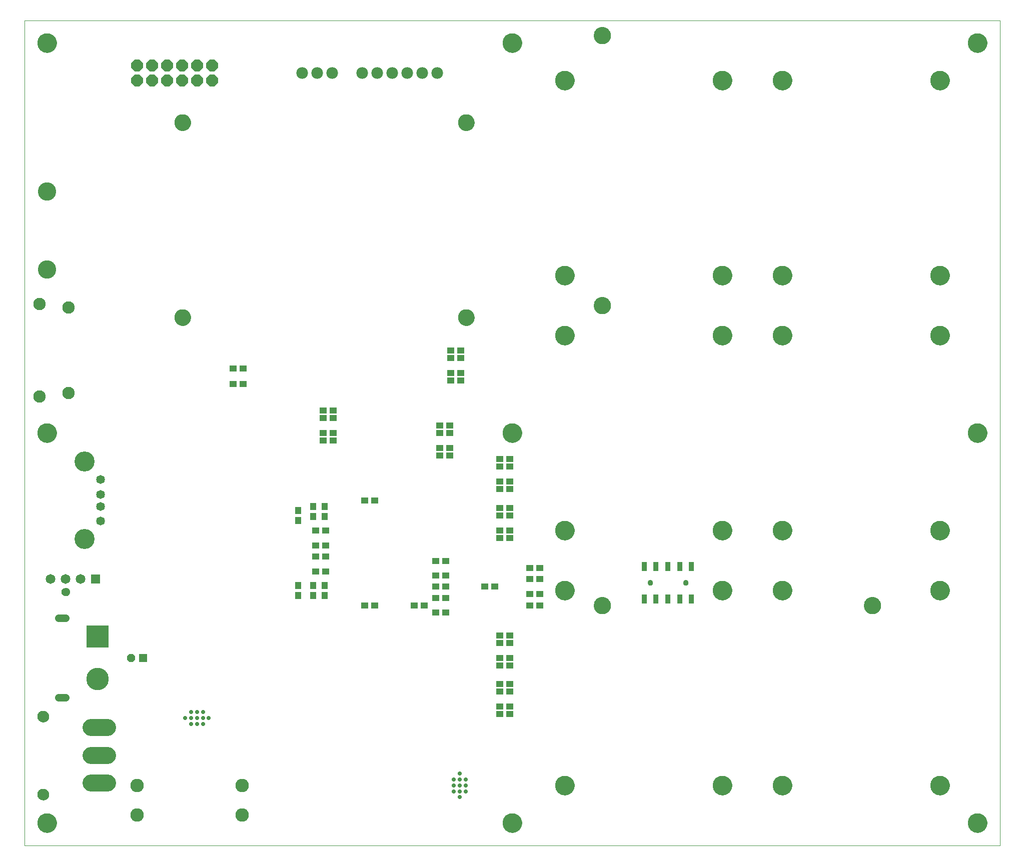
<source format=gbs>
G75*
%MOIN*%
%OFA0B0*%
%FSLAX25Y25*%
%IPPOS*%
%LPD*%
%AMOC8*
5,1,8,0,0,1.08239X$1,22.5*
%
%ADD10C,0.00000*%
%ADD11C,0.12998*%
%ADD12C,0.11030*%
%ADD13C,0.11325*%
%ADD14C,0.07683*%
%ADD15C,0.09000*%
%ADD16C,0.02781*%
%ADD17C,0.08254*%
%ADD18C,0.05833*%
%ADD19C,0.13392*%
%ADD20R,0.04731X0.04337*%
%ADD21C,0.12211*%
%ADD22R,0.06424X0.06424*%
%ADD23C,0.06502*%
%ADD24C,0.05518*%
%ADD25OC8,0.07800*%
%ADD26C,0.07800*%
%ADD27R,0.04337X0.04731*%
%ADD28R,0.03550X0.06306*%
%ADD29C,0.03550*%
%ADD30C,0.11424*%
%ADD31R,0.05518X0.05518*%
%ADD32OC8,0.05518*%
%ADD33C,0.14967*%
%ADD34R,0.14967X0.14967*%
%ADD35C,0.05124*%
D10*
X0027589Y0022142D02*
X0027589Y0572142D01*
X0677589Y0572142D01*
X0677589Y0022142D01*
X0027589Y0022142D01*
X0036290Y0037142D02*
X0036292Y0037300D01*
X0036298Y0037458D01*
X0036308Y0037616D01*
X0036322Y0037774D01*
X0036340Y0037931D01*
X0036361Y0038088D01*
X0036387Y0038244D01*
X0036417Y0038400D01*
X0036450Y0038555D01*
X0036488Y0038708D01*
X0036529Y0038861D01*
X0036574Y0039013D01*
X0036623Y0039164D01*
X0036676Y0039313D01*
X0036732Y0039461D01*
X0036792Y0039607D01*
X0036856Y0039752D01*
X0036924Y0039895D01*
X0036995Y0040037D01*
X0037069Y0040177D01*
X0037147Y0040314D01*
X0037229Y0040450D01*
X0037313Y0040584D01*
X0037402Y0040715D01*
X0037493Y0040844D01*
X0037588Y0040971D01*
X0037685Y0041096D01*
X0037786Y0041218D01*
X0037890Y0041337D01*
X0037997Y0041454D01*
X0038107Y0041568D01*
X0038220Y0041679D01*
X0038335Y0041788D01*
X0038453Y0041893D01*
X0038574Y0041995D01*
X0038697Y0042095D01*
X0038823Y0042191D01*
X0038951Y0042284D01*
X0039081Y0042374D01*
X0039214Y0042460D01*
X0039349Y0042544D01*
X0039485Y0042623D01*
X0039624Y0042700D01*
X0039765Y0042772D01*
X0039907Y0042842D01*
X0040051Y0042907D01*
X0040197Y0042969D01*
X0040344Y0043027D01*
X0040493Y0043082D01*
X0040643Y0043133D01*
X0040794Y0043180D01*
X0040946Y0043223D01*
X0041099Y0043262D01*
X0041254Y0043298D01*
X0041409Y0043329D01*
X0041565Y0043357D01*
X0041721Y0043381D01*
X0041878Y0043401D01*
X0042036Y0043417D01*
X0042193Y0043429D01*
X0042352Y0043437D01*
X0042510Y0043441D01*
X0042668Y0043441D01*
X0042826Y0043437D01*
X0042985Y0043429D01*
X0043142Y0043417D01*
X0043300Y0043401D01*
X0043457Y0043381D01*
X0043613Y0043357D01*
X0043769Y0043329D01*
X0043924Y0043298D01*
X0044079Y0043262D01*
X0044232Y0043223D01*
X0044384Y0043180D01*
X0044535Y0043133D01*
X0044685Y0043082D01*
X0044834Y0043027D01*
X0044981Y0042969D01*
X0045127Y0042907D01*
X0045271Y0042842D01*
X0045413Y0042772D01*
X0045554Y0042700D01*
X0045693Y0042623D01*
X0045829Y0042544D01*
X0045964Y0042460D01*
X0046097Y0042374D01*
X0046227Y0042284D01*
X0046355Y0042191D01*
X0046481Y0042095D01*
X0046604Y0041995D01*
X0046725Y0041893D01*
X0046843Y0041788D01*
X0046958Y0041679D01*
X0047071Y0041568D01*
X0047181Y0041454D01*
X0047288Y0041337D01*
X0047392Y0041218D01*
X0047493Y0041096D01*
X0047590Y0040971D01*
X0047685Y0040844D01*
X0047776Y0040715D01*
X0047865Y0040584D01*
X0047949Y0040450D01*
X0048031Y0040314D01*
X0048109Y0040177D01*
X0048183Y0040037D01*
X0048254Y0039895D01*
X0048322Y0039752D01*
X0048386Y0039607D01*
X0048446Y0039461D01*
X0048502Y0039313D01*
X0048555Y0039164D01*
X0048604Y0039013D01*
X0048649Y0038861D01*
X0048690Y0038708D01*
X0048728Y0038555D01*
X0048761Y0038400D01*
X0048791Y0038244D01*
X0048817Y0038088D01*
X0048838Y0037931D01*
X0048856Y0037774D01*
X0048870Y0037616D01*
X0048880Y0037458D01*
X0048886Y0037300D01*
X0048888Y0037142D01*
X0048886Y0036984D01*
X0048880Y0036826D01*
X0048870Y0036668D01*
X0048856Y0036510D01*
X0048838Y0036353D01*
X0048817Y0036196D01*
X0048791Y0036040D01*
X0048761Y0035884D01*
X0048728Y0035729D01*
X0048690Y0035576D01*
X0048649Y0035423D01*
X0048604Y0035271D01*
X0048555Y0035120D01*
X0048502Y0034971D01*
X0048446Y0034823D01*
X0048386Y0034677D01*
X0048322Y0034532D01*
X0048254Y0034389D01*
X0048183Y0034247D01*
X0048109Y0034107D01*
X0048031Y0033970D01*
X0047949Y0033834D01*
X0047865Y0033700D01*
X0047776Y0033569D01*
X0047685Y0033440D01*
X0047590Y0033313D01*
X0047493Y0033188D01*
X0047392Y0033066D01*
X0047288Y0032947D01*
X0047181Y0032830D01*
X0047071Y0032716D01*
X0046958Y0032605D01*
X0046843Y0032496D01*
X0046725Y0032391D01*
X0046604Y0032289D01*
X0046481Y0032189D01*
X0046355Y0032093D01*
X0046227Y0032000D01*
X0046097Y0031910D01*
X0045964Y0031824D01*
X0045829Y0031740D01*
X0045693Y0031661D01*
X0045554Y0031584D01*
X0045413Y0031512D01*
X0045271Y0031442D01*
X0045127Y0031377D01*
X0044981Y0031315D01*
X0044834Y0031257D01*
X0044685Y0031202D01*
X0044535Y0031151D01*
X0044384Y0031104D01*
X0044232Y0031061D01*
X0044079Y0031022D01*
X0043924Y0030986D01*
X0043769Y0030955D01*
X0043613Y0030927D01*
X0043457Y0030903D01*
X0043300Y0030883D01*
X0043142Y0030867D01*
X0042985Y0030855D01*
X0042826Y0030847D01*
X0042668Y0030843D01*
X0042510Y0030843D01*
X0042352Y0030847D01*
X0042193Y0030855D01*
X0042036Y0030867D01*
X0041878Y0030883D01*
X0041721Y0030903D01*
X0041565Y0030927D01*
X0041409Y0030955D01*
X0041254Y0030986D01*
X0041099Y0031022D01*
X0040946Y0031061D01*
X0040794Y0031104D01*
X0040643Y0031151D01*
X0040493Y0031202D01*
X0040344Y0031257D01*
X0040197Y0031315D01*
X0040051Y0031377D01*
X0039907Y0031442D01*
X0039765Y0031512D01*
X0039624Y0031584D01*
X0039485Y0031661D01*
X0039349Y0031740D01*
X0039214Y0031824D01*
X0039081Y0031910D01*
X0038951Y0032000D01*
X0038823Y0032093D01*
X0038697Y0032189D01*
X0038574Y0032289D01*
X0038453Y0032391D01*
X0038335Y0032496D01*
X0038220Y0032605D01*
X0038107Y0032716D01*
X0037997Y0032830D01*
X0037890Y0032947D01*
X0037786Y0033066D01*
X0037685Y0033188D01*
X0037588Y0033313D01*
X0037493Y0033440D01*
X0037402Y0033569D01*
X0037313Y0033700D01*
X0037229Y0033834D01*
X0037147Y0033970D01*
X0037069Y0034107D01*
X0036995Y0034247D01*
X0036924Y0034389D01*
X0036856Y0034532D01*
X0036792Y0034677D01*
X0036732Y0034823D01*
X0036676Y0034971D01*
X0036623Y0035120D01*
X0036574Y0035271D01*
X0036529Y0035423D01*
X0036488Y0035576D01*
X0036450Y0035729D01*
X0036417Y0035884D01*
X0036387Y0036040D01*
X0036361Y0036196D01*
X0036340Y0036353D01*
X0036322Y0036510D01*
X0036308Y0036668D01*
X0036298Y0036826D01*
X0036292Y0036984D01*
X0036290Y0037142D01*
X0036467Y0056158D02*
X0036469Y0056278D01*
X0036475Y0056399D01*
X0036485Y0056519D01*
X0036499Y0056638D01*
X0036517Y0056757D01*
X0036538Y0056876D01*
X0036564Y0056994D01*
X0036594Y0057110D01*
X0036627Y0057226D01*
X0036664Y0057341D01*
X0036705Y0057454D01*
X0036750Y0057566D01*
X0036798Y0057676D01*
X0036850Y0057785D01*
X0036906Y0057891D01*
X0036965Y0057996D01*
X0037028Y0058099D01*
X0037093Y0058200D01*
X0037163Y0058299D01*
X0037235Y0058395D01*
X0037310Y0058489D01*
X0037389Y0058580D01*
X0037471Y0058669D01*
X0037555Y0058754D01*
X0037642Y0058838D01*
X0037732Y0058918D01*
X0037825Y0058995D01*
X0037920Y0059069D01*
X0038017Y0059139D01*
X0038117Y0059207D01*
X0038219Y0059271D01*
X0038323Y0059332D01*
X0038429Y0059389D01*
X0038537Y0059443D01*
X0038646Y0059493D01*
X0038757Y0059540D01*
X0038870Y0059583D01*
X0038984Y0059622D01*
X0039099Y0059657D01*
X0039215Y0059689D01*
X0039332Y0059716D01*
X0039450Y0059740D01*
X0039569Y0059760D01*
X0039688Y0059776D01*
X0039808Y0059788D01*
X0039928Y0059796D01*
X0040049Y0059800D01*
X0040169Y0059800D01*
X0040290Y0059796D01*
X0040410Y0059788D01*
X0040530Y0059776D01*
X0040649Y0059760D01*
X0040768Y0059740D01*
X0040886Y0059716D01*
X0041003Y0059689D01*
X0041119Y0059657D01*
X0041234Y0059622D01*
X0041348Y0059583D01*
X0041461Y0059540D01*
X0041572Y0059493D01*
X0041681Y0059443D01*
X0041789Y0059389D01*
X0041895Y0059332D01*
X0041999Y0059271D01*
X0042101Y0059207D01*
X0042201Y0059139D01*
X0042298Y0059069D01*
X0042393Y0058995D01*
X0042486Y0058918D01*
X0042576Y0058838D01*
X0042663Y0058754D01*
X0042747Y0058669D01*
X0042829Y0058580D01*
X0042908Y0058489D01*
X0042983Y0058395D01*
X0043055Y0058299D01*
X0043125Y0058200D01*
X0043190Y0058099D01*
X0043253Y0057996D01*
X0043312Y0057891D01*
X0043368Y0057785D01*
X0043420Y0057676D01*
X0043468Y0057566D01*
X0043513Y0057454D01*
X0043554Y0057341D01*
X0043591Y0057226D01*
X0043624Y0057110D01*
X0043654Y0056994D01*
X0043680Y0056876D01*
X0043701Y0056757D01*
X0043719Y0056638D01*
X0043733Y0056519D01*
X0043743Y0056399D01*
X0043749Y0056278D01*
X0043751Y0056158D01*
X0043749Y0056038D01*
X0043743Y0055917D01*
X0043733Y0055797D01*
X0043719Y0055678D01*
X0043701Y0055559D01*
X0043680Y0055440D01*
X0043654Y0055322D01*
X0043624Y0055206D01*
X0043591Y0055090D01*
X0043554Y0054975D01*
X0043513Y0054862D01*
X0043468Y0054750D01*
X0043420Y0054640D01*
X0043368Y0054531D01*
X0043312Y0054425D01*
X0043253Y0054320D01*
X0043190Y0054217D01*
X0043125Y0054116D01*
X0043055Y0054017D01*
X0042983Y0053921D01*
X0042908Y0053827D01*
X0042829Y0053736D01*
X0042747Y0053647D01*
X0042663Y0053562D01*
X0042576Y0053478D01*
X0042486Y0053398D01*
X0042393Y0053321D01*
X0042298Y0053247D01*
X0042201Y0053177D01*
X0042101Y0053109D01*
X0041999Y0053045D01*
X0041895Y0052984D01*
X0041789Y0052927D01*
X0041681Y0052873D01*
X0041572Y0052823D01*
X0041461Y0052776D01*
X0041348Y0052733D01*
X0041234Y0052694D01*
X0041119Y0052659D01*
X0041003Y0052627D01*
X0040886Y0052600D01*
X0040768Y0052576D01*
X0040649Y0052556D01*
X0040530Y0052540D01*
X0040410Y0052528D01*
X0040290Y0052520D01*
X0040169Y0052516D01*
X0040049Y0052516D01*
X0039928Y0052520D01*
X0039808Y0052528D01*
X0039688Y0052540D01*
X0039569Y0052556D01*
X0039450Y0052576D01*
X0039332Y0052600D01*
X0039215Y0052627D01*
X0039099Y0052659D01*
X0038984Y0052694D01*
X0038870Y0052733D01*
X0038757Y0052776D01*
X0038646Y0052823D01*
X0038537Y0052873D01*
X0038429Y0052927D01*
X0038323Y0052984D01*
X0038219Y0053045D01*
X0038117Y0053109D01*
X0038017Y0053177D01*
X0037920Y0053247D01*
X0037825Y0053321D01*
X0037732Y0053398D01*
X0037642Y0053478D01*
X0037555Y0053562D01*
X0037471Y0053647D01*
X0037389Y0053736D01*
X0037310Y0053827D01*
X0037235Y0053921D01*
X0037163Y0054017D01*
X0037093Y0054116D01*
X0037028Y0054217D01*
X0036965Y0054320D01*
X0036906Y0054425D01*
X0036850Y0054531D01*
X0036798Y0054640D01*
X0036750Y0054750D01*
X0036705Y0054862D01*
X0036664Y0054975D01*
X0036627Y0055090D01*
X0036594Y0055206D01*
X0036564Y0055322D01*
X0036538Y0055440D01*
X0036517Y0055559D01*
X0036499Y0055678D01*
X0036485Y0055797D01*
X0036475Y0055917D01*
X0036469Y0056038D01*
X0036467Y0056158D01*
X0036467Y0108127D02*
X0036469Y0108247D01*
X0036475Y0108368D01*
X0036485Y0108488D01*
X0036499Y0108607D01*
X0036517Y0108726D01*
X0036538Y0108845D01*
X0036564Y0108963D01*
X0036594Y0109079D01*
X0036627Y0109195D01*
X0036664Y0109310D01*
X0036705Y0109423D01*
X0036750Y0109535D01*
X0036798Y0109645D01*
X0036850Y0109754D01*
X0036906Y0109860D01*
X0036965Y0109965D01*
X0037028Y0110068D01*
X0037093Y0110169D01*
X0037163Y0110268D01*
X0037235Y0110364D01*
X0037310Y0110458D01*
X0037389Y0110549D01*
X0037471Y0110638D01*
X0037555Y0110723D01*
X0037642Y0110807D01*
X0037732Y0110887D01*
X0037825Y0110964D01*
X0037920Y0111038D01*
X0038017Y0111108D01*
X0038117Y0111176D01*
X0038219Y0111240D01*
X0038323Y0111301D01*
X0038429Y0111358D01*
X0038537Y0111412D01*
X0038646Y0111462D01*
X0038757Y0111509D01*
X0038870Y0111552D01*
X0038984Y0111591D01*
X0039099Y0111626D01*
X0039215Y0111658D01*
X0039332Y0111685D01*
X0039450Y0111709D01*
X0039569Y0111729D01*
X0039688Y0111745D01*
X0039808Y0111757D01*
X0039928Y0111765D01*
X0040049Y0111769D01*
X0040169Y0111769D01*
X0040290Y0111765D01*
X0040410Y0111757D01*
X0040530Y0111745D01*
X0040649Y0111729D01*
X0040768Y0111709D01*
X0040886Y0111685D01*
X0041003Y0111658D01*
X0041119Y0111626D01*
X0041234Y0111591D01*
X0041348Y0111552D01*
X0041461Y0111509D01*
X0041572Y0111462D01*
X0041681Y0111412D01*
X0041789Y0111358D01*
X0041895Y0111301D01*
X0041999Y0111240D01*
X0042101Y0111176D01*
X0042201Y0111108D01*
X0042298Y0111038D01*
X0042393Y0110964D01*
X0042486Y0110887D01*
X0042576Y0110807D01*
X0042663Y0110723D01*
X0042747Y0110638D01*
X0042829Y0110549D01*
X0042908Y0110458D01*
X0042983Y0110364D01*
X0043055Y0110268D01*
X0043125Y0110169D01*
X0043190Y0110068D01*
X0043253Y0109965D01*
X0043312Y0109860D01*
X0043368Y0109754D01*
X0043420Y0109645D01*
X0043468Y0109535D01*
X0043513Y0109423D01*
X0043554Y0109310D01*
X0043591Y0109195D01*
X0043624Y0109079D01*
X0043654Y0108963D01*
X0043680Y0108845D01*
X0043701Y0108726D01*
X0043719Y0108607D01*
X0043733Y0108488D01*
X0043743Y0108368D01*
X0043749Y0108247D01*
X0043751Y0108127D01*
X0043749Y0108007D01*
X0043743Y0107886D01*
X0043733Y0107766D01*
X0043719Y0107647D01*
X0043701Y0107528D01*
X0043680Y0107409D01*
X0043654Y0107291D01*
X0043624Y0107175D01*
X0043591Y0107059D01*
X0043554Y0106944D01*
X0043513Y0106831D01*
X0043468Y0106719D01*
X0043420Y0106609D01*
X0043368Y0106500D01*
X0043312Y0106394D01*
X0043253Y0106289D01*
X0043190Y0106186D01*
X0043125Y0106085D01*
X0043055Y0105986D01*
X0042983Y0105890D01*
X0042908Y0105796D01*
X0042829Y0105705D01*
X0042747Y0105616D01*
X0042663Y0105531D01*
X0042576Y0105447D01*
X0042486Y0105367D01*
X0042393Y0105290D01*
X0042298Y0105216D01*
X0042201Y0105146D01*
X0042101Y0105078D01*
X0041999Y0105014D01*
X0041895Y0104953D01*
X0041789Y0104896D01*
X0041681Y0104842D01*
X0041572Y0104792D01*
X0041461Y0104745D01*
X0041348Y0104702D01*
X0041234Y0104663D01*
X0041119Y0104628D01*
X0041003Y0104596D01*
X0040886Y0104569D01*
X0040768Y0104545D01*
X0040649Y0104525D01*
X0040530Y0104509D01*
X0040410Y0104497D01*
X0040290Y0104489D01*
X0040169Y0104485D01*
X0040049Y0104485D01*
X0039928Y0104489D01*
X0039808Y0104497D01*
X0039688Y0104509D01*
X0039569Y0104525D01*
X0039450Y0104545D01*
X0039332Y0104569D01*
X0039215Y0104596D01*
X0039099Y0104628D01*
X0038984Y0104663D01*
X0038870Y0104702D01*
X0038757Y0104745D01*
X0038646Y0104792D01*
X0038537Y0104842D01*
X0038429Y0104896D01*
X0038323Y0104953D01*
X0038219Y0105014D01*
X0038117Y0105078D01*
X0038017Y0105146D01*
X0037920Y0105216D01*
X0037825Y0105290D01*
X0037732Y0105367D01*
X0037642Y0105447D01*
X0037555Y0105531D01*
X0037471Y0105616D01*
X0037389Y0105705D01*
X0037310Y0105796D01*
X0037235Y0105890D01*
X0037163Y0105986D01*
X0037093Y0106085D01*
X0037028Y0106186D01*
X0036965Y0106289D01*
X0036906Y0106394D01*
X0036850Y0106500D01*
X0036798Y0106609D01*
X0036750Y0106719D01*
X0036705Y0106831D01*
X0036664Y0106944D01*
X0036627Y0107059D01*
X0036594Y0107175D01*
X0036564Y0107291D01*
X0036538Y0107409D01*
X0036517Y0107528D01*
X0036499Y0107647D01*
X0036485Y0107766D01*
X0036475Y0107886D01*
X0036469Y0108007D01*
X0036467Y0108127D01*
X0052530Y0191138D02*
X0052532Y0191239D01*
X0052538Y0191340D01*
X0052548Y0191441D01*
X0052562Y0191541D01*
X0052580Y0191640D01*
X0052602Y0191739D01*
X0052627Y0191837D01*
X0052657Y0191934D01*
X0052690Y0192029D01*
X0052727Y0192123D01*
X0052768Y0192216D01*
X0052812Y0192307D01*
X0052860Y0192396D01*
X0052912Y0192483D01*
X0052967Y0192568D01*
X0053025Y0192650D01*
X0053086Y0192731D01*
X0053151Y0192809D01*
X0053218Y0192884D01*
X0053288Y0192956D01*
X0053362Y0193026D01*
X0053438Y0193093D01*
X0053516Y0193157D01*
X0053597Y0193217D01*
X0053680Y0193274D01*
X0053766Y0193328D01*
X0053854Y0193379D01*
X0053943Y0193426D01*
X0054034Y0193470D01*
X0054127Y0193509D01*
X0054222Y0193546D01*
X0054317Y0193578D01*
X0054414Y0193607D01*
X0054513Y0193631D01*
X0054611Y0193652D01*
X0054711Y0193669D01*
X0054811Y0193682D01*
X0054912Y0193691D01*
X0055013Y0193696D01*
X0055114Y0193697D01*
X0055215Y0193694D01*
X0055316Y0193687D01*
X0055417Y0193676D01*
X0055517Y0193661D01*
X0055616Y0193642D01*
X0055715Y0193619D01*
X0055812Y0193593D01*
X0055909Y0193562D01*
X0056004Y0193528D01*
X0056097Y0193490D01*
X0056190Y0193448D01*
X0056280Y0193403D01*
X0056369Y0193354D01*
X0056455Y0193302D01*
X0056539Y0193246D01*
X0056622Y0193187D01*
X0056701Y0193125D01*
X0056779Y0193060D01*
X0056853Y0192992D01*
X0056925Y0192920D01*
X0056994Y0192847D01*
X0057060Y0192770D01*
X0057123Y0192691D01*
X0057183Y0192609D01*
X0057239Y0192525D01*
X0057292Y0192439D01*
X0057342Y0192351D01*
X0057388Y0192261D01*
X0057431Y0192170D01*
X0057470Y0192076D01*
X0057505Y0191981D01*
X0057536Y0191885D01*
X0057564Y0191788D01*
X0057588Y0191690D01*
X0057608Y0191591D01*
X0057624Y0191491D01*
X0057636Y0191390D01*
X0057644Y0191290D01*
X0057648Y0191189D01*
X0057648Y0191087D01*
X0057644Y0190986D01*
X0057636Y0190886D01*
X0057624Y0190785D01*
X0057608Y0190685D01*
X0057588Y0190586D01*
X0057564Y0190488D01*
X0057536Y0190391D01*
X0057505Y0190295D01*
X0057470Y0190200D01*
X0057431Y0190106D01*
X0057388Y0190015D01*
X0057342Y0189925D01*
X0057292Y0189837D01*
X0057239Y0189751D01*
X0057183Y0189667D01*
X0057123Y0189585D01*
X0057060Y0189506D01*
X0056994Y0189429D01*
X0056925Y0189356D01*
X0056853Y0189284D01*
X0056779Y0189216D01*
X0056701Y0189151D01*
X0056622Y0189089D01*
X0056539Y0189030D01*
X0056455Y0188974D01*
X0056368Y0188922D01*
X0056280Y0188873D01*
X0056190Y0188828D01*
X0056097Y0188786D01*
X0056004Y0188748D01*
X0055909Y0188714D01*
X0055812Y0188683D01*
X0055715Y0188657D01*
X0055616Y0188634D01*
X0055517Y0188615D01*
X0055417Y0188600D01*
X0055316Y0188589D01*
X0055215Y0188582D01*
X0055114Y0188579D01*
X0055013Y0188580D01*
X0054912Y0188585D01*
X0054811Y0188594D01*
X0054711Y0188607D01*
X0054611Y0188624D01*
X0054513Y0188645D01*
X0054414Y0188669D01*
X0054317Y0188698D01*
X0054222Y0188730D01*
X0054127Y0188767D01*
X0054034Y0188806D01*
X0053943Y0188850D01*
X0053854Y0188897D01*
X0053766Y0188948D01*
X0053680Y0189002D01*
X0053597Y0189059D01*
X0053516Y0189119D01*
X0053438Y0189183D01*
X0053362Y0189250D01*
X0053288Y0189320D01*
X0053218Y0189392D01*
X0053151Y0189467D01*
X0053086Y0189545D01*
X0053025Y0189626D01*
X0052967Y0189708D01*
X0052912Y0189793D01*
X0052860Y0189880D01*
X0052812Y0189969D01*
X0052768Y0190060D01*
X0052727Y0190153D01*
X0052690Y0190247D01*
X0052657Y0190342D01*
X0052627Y0190439D01*
X0052602Y0190537D01*
X0052580Y0190636D01*
X0052562Y0190735D01*
X0052548Y0190835D01*
X0052538Y0190936D01*
X0052532Y0191037D01*
X0052530Y0191138D01*
X0036290Y0297142D02*
X0036292Y0297300D01*
X0036298Y0297458D01*
X0036308Y0297616D01*
X0036322Y0297774D01*
X0036340Y0297931D01*
X0036361Y0298088D01*
X0036387Y0298244D01*
X0036417Y0298400D01*
X0036450Y0298555D01*
X0036488Y0298708D01*
X0036529Y0298861D01*
X0036574Y0299013D01*
X0036623Y0299164D01*
X0036676Y0299313D01*
X0036732Y0299461D01*
X0036792Y0299607D01*
X0036856Y0299752D01*
X0036924Y0299895D01*
X0036995Y0300037D01*
X0037069Y0300177D01*
X0037147Y0300314D01*
X0037229Y0300450D01*
X0037313Y0300584D01*
X0037402Y0300715D01*
X0037493Y0300844D01*
X0037588Y0300971D01*
X0037685Y0301096D01*
X0037786Y0301218D01*
X0037890Y0301337D01*
X0037997Y0301454D01*
X0038107Y0301568D01*
X0038220Y0301679D01*
X0038335Y0301788D01*
X0038453Y0301893D01*
X0038574Y0301995D01*
X0038697Y0302095D01*
X0038823Y0302191D01*
X0038951Y0302284D01*
X0039081Y0302374D01*
X0039214Y0302460D01*
X0039349Y0302544D01*
X0039485Y0302623D01*
X0039624Y0302700D01*
X0039765Y0302772D01*
X0039907Y0302842D01*
X0040051Y0302907D01*
X0040197Y0302969D01*
X0040344Y0303027D01*
X0040493Y0303082D01*
X0040643Y0303133D01*
X0040794Y0303180D01*
X0040946Y0303223D01*
X0041099Y0303262D01*
X0041254Y0303298D01*
X0041409Y0303329D01*
X0041565Y0303357D01*
X0041721Y0303381D01*
X0041878Y0303401D01*
X0042036Y0303417D01*
X0042193Y0303429D01*
X0042352Y0303437D01*
X0042510Y0303441D01*
X0042668Y0303441D01*
X0042826Y0303437D01*
X0042985Y0303429D01*
X0043142Y0303417D01*
X0043300Y0303401D01*
X0043457Y0303381D01*
X0043613Y0303357D01*
X0043769Y0303329D01*
X0043924Y0303298D01*
X0044079Y0303262D01*
X0044232Y0303223D01*
X0044384Y0303180D01*
X0044535Y0303133D01*
X0044685Y0303082D01*
X0044834Y0303027D01*
X0044981Y0302969D01*
X0045127Y0302907D01*
X0045271Y0302842D01*
X0045413Y0302772D01*
X0045554Y0302700D01*
X0045693Y0302623D01*
X0045829Y0302544D01*
X0045964Y0302460D01*
X0046097Y0302374D01*
X0046227Y0302284D01*
X0046355Y0302191D01*
X0046481Y0302095D01*
X0046604Y0301995D01*
X0046725Y0301893D01*
X0046843Y0301788D01*
X0046958Y0301679D01*
X0047071Y0301568D01*
X0047181Y0301454D01*
X0047288Y0301337D01*
X0047392Y0301218D01*
X0047493Y0301096D01*
X0047590Y0300971D01*
X0047685Y0300844D01*
X0047776Y0300715D01*
X0047865Y0300584D01*
X0047949Y0300450D01*
X0048031Y0300314D01*
X0048109Y0300177D01*
X0048183Y0300037D01*
X0048254Y0299895D01*
X0048322Y0299752D01*
X0048386Y0299607D01*
X0048446Y0299461D01*
X0048502Y0299313D01*
X0048555Y0299164D01*
X0048604Y0299013D01*
X0048649Y0298861D01*
X0048690Y0298708D01*
X0048728Y0298555D01*
X0048761Y0298400D01*
X0048791Y0298244D01*
X0048817Y0298088D01*
X0048838Y0297931D01*
X0048856Y0297774D01*
X0048870Y0297616D01*
X0048880Y0297458D01*
X0048886Y0297300D01*
X0048888Y0297142D01*
X0048886Y0296984D01*
X0048880Y0296826D01*
X0048870Y0296668D01*
X0048856Y0296510D01*
X0048838Y0296353D01*
X0048817Y0296196D01*
X0048791Y0296040D01*
X0048761Y0295884D01*
X0048728Y0295729D01*
X0048690Y0295576D01*
X0048649Y0295423D01*
X0048604Y0295271D01*
X0048555Y0295120D01*
X0048502Y0294971D01*
X0048446Y0294823D01*
X0048386Y0294677D01*
X0048322Y0294532D01*
X0048254Y0294389D01*
X0048183Y0294247D01*
X0048109Y0294107D01*
X0048031Y0293970D01*
X0047949Y0293834D01*
X0047865Y0293700D01*
X0047776Y0293569D01*
X0047685Y0293440D01*
X0047590Y0293313D01*
X0047493Y0293188D01*
X0047392Y0293066D01*
X0047288Y0292947D01*
X0047181Y0292830D01*
X0047071Y0292716D01*
X0046958Y0292605D01*
X0046843Y0292496D01*
X0046725Y0292391D01*
X0046604Y0292289D01*
X0046481Y0292189D01*
X0046355Y0292093D01*
X0046227Y0292000D01*
X0046097Y0291910D01*
X0045964Y0291824D01*
X0045829Y0291740D01*
X0045693Y0291661D01*
X0045554Y0291584D01*
X0045413Y0291512D01*
X0045271Y0291442D01*
X0045127Y0291377D01*
X0044981Y0291315D01*
X0044834Y0291257D01*
X0044685Y0291202D01*
X0044535Y0291151D01*
X0044384Y0291104D01*
X0044232Y0291061D01*
X0044079Y0291022D01*
X0043924Y0290986D01*
X0043769Y0290955D01*
X0043613Y0290927D01*
X0043457Y0290903D01*
X0043300Y0290883D01*
X0043142Y0290867D01*
X0042985Y0290855D01*
X0042826Y0290847D01*
X0042668Y0290843D01*
X0042510Y0290843D01*
X0042352Y0290847D01*
X0042193Y0290855D01*
X0042036Y0290867D01*
X0041878Y0290883D01*
X0041721Y0290903D01*
X0041565Y0290927D01*
X0041409Y0290955D01*
X0041254Y0290986D01*
X0041099Y0291022D01*
X0040946Y0291061D01*
X0040794Y0291104D01*
X0040643Y0291151D01*
X0040493Y0291202D01*
X0040344Y0291257D01*
X0040197Y0291315D01*
X0040051Y0291377D01*
X0039907Y0291442D01*
X0039765Y0291512D01*
X0039624Y0291584D01*
X0039485Y0291661D01*
X0039349Y0291740D01*
X0039214Y0291824D01*
X0039081Y0291910D01*
X0038951Y0292000D01*
X0038823Y0292093D01*
X0038697Y0292189D01*
X0038574Y0292289D01*
X0038453Y0292391D01*
X0038335Y0292496D01*
X0038220Y0292605D01*
X0038107Y0292716D01*
X0037997Y0292830D01*
X0037890Y0292947D01*
X0037786Y0293066D01*
X0037685Y0293188D01*
X0037588Y0293313D01*
X0037493Y0293440D01*
X0037402Y0293569D01*
X0037313Y0293700D01*
X0037229Y0293834D01*
X0037147Y0293970D01*
X0037069Y0294107D01*
X0036995Y0294247D01*
X0036924Y0294389D01*
X0036856Y0294532D01*
X0036792Y0294677D01*
X0036732Y0294823D01*
X0036676Y0294971D01*
X0036623Y0295120D01*
X0036574Y0295271D01*
X0036529Y0295423D01*
X0036488Y0295576D01*
X0036450Y0295729D01*
X0036417Y0295884D01*
X0036387Y0296040D01*
X0036361Y0296196D01*
X0036340Y0296353D01*
X0036322Y0296510D01*
X0036308Y0296668D01*
X0036298Y0296826D01*
X0036292Y0296984D01*
X0036290Y0297142D01*
X0127628Y0374111D02*
X0127630Y0374256D01*
X0127636Y0374401D01*
X0127646Y0374546D01*
X0127660Y0374691D01*
X0127678Y0374835D01*
X0127699Y0374978D01*
X0127725Y0375121D01*
X0127754Y0375263D01*
X0127788Y0375405D01*
X0127825Y0375545D01*
X0127866Y0375684D01*
X0127911Y0375822D01*
X0127960Y0375959D01*
X0128012Y0376095D01*
X0128068Y0376229D01*
X0128128Y0376361D01*
X0128191Y0376492D01*
X0128258Y0376620D01*
X0128328Y0376748D01*
X0128402Y0376873D01*
X0128479Y0376996D01*
X0128559Y0377116D01*
X0128643Y0377235D01*
X0128730Y0377351D01*
X0128820Y0377465D01*
X0128913Y0377577D01*
X0129009Y0377685D01*
X0129109Y0377791D01*
X0129210Y0377895D01*
X0129315Y0377995D01*
X0129423Y0378093D01*
X0129533Y0378188D01*
X0129645Y0378279D01*
X0129760Y0378368D01*
X0129878Y0378453D01*
X0129998Y0378535D01*
X0130120Y0378614D01*
X0130244Y0378690D01*
X0130370Y0378762D01*
X0130498Y0378830D01*
X0130628Y0378895D01*
X0130759Y0378957D01*
X0130892Y0379014D01*
X0131027Y0379069D01*
X0131163Y0379119D01*
X0131301Y0379166D01*
X0131439Y0379209D01*
X0131579Y0379248D01*
X0131720Y0379283D01*
X0131862Y0379315D01*
X0132004Y0379342D01*
X0132147Y0379366D01*
X0132291Y0379386D01*
X0132436Y0379402D01*
X0132580Y0379414D01*
X0132725Y0379422D01*
X0132870Y0379426D01*
X0133016Y0379426D01*
X0133161Y0379422D01*
X0133306Y0379414D01*
X0133450Y0379402D01*
X0133595Y0379386D01*
X0133739Y0379366D01*
X0133882Y0379342D01*
X0134024Y0379315D01*
X0134166Y0379283D01*
X0134307Y0379248D01*
X0134447Y0379209D01*
X0134585Y0379166D01*
X0134723Y0379119D01*
X0134859Y0379069D01*
X0134994Y0379014D01*
X0135127Y0378957D01*
X0135258Y0378895D01*
X0135388Y0378830D01*
X0135516Y0378762D01*
X0135642Y0378690D01*
X0135766Y0378614D01*
X0135888Y0378535D01*
X0136008Y0378453D01*
X0136126Y0378368D01*
X0136241Y0378279D01*
X0136353Y0378188D01*
X0136463Y0378093D01*
X0136571Y0377995D01*
X0136676Y0377895D01*
X0136777Y0377791D01*
X0136877Y0377685D01*
X0136973Y0377577D01*
X0137066Y0377465D01*
X0137156Y0377351D01*
X0137243Y0377235D01*
X0137327Y0377116D01*
X0137407Y0376996D01*
X0137484Y0376873D01*
X0137558Y0376748D01*
X0137628Y0376620D01*
X0137695Y0376492D01*
X0137758Y0376361D01*
X0137818Y0376229D01*
X0137874Y0376095D01*
X0137926Y0375959D01*
X0137975Y0375822D01*
X0138020Y0375684D01*
X0138061Y0375545D01*
X0138098Y0375405D01*
X0138132Y0375263D01*
X0138161Y0375121D01*
X0138187Y0374978D01*
X0138208Y0374835D01*
X0138226Y0374691D01*
X0138240Y0374546D01*
X0138250Y0374401D01*
X0138256Y0374256D01*
X0138258Y0374111D01*
X0138256Y0373966D01*
X0138250Y0373821D01*
X0138240Y0373676D01*
X0138226Y0373531D01*
X0138208Y0373387D01*
X0138187Y0373244D01*
X0138161Y0373101D01*
X0138132Y0372959D01*
X0138098Y0372817D01*
X0138061Y0372677D01*
X0138020Y0372538D01*
X0137975Y0372400D01*
X0137926Y0372263D01*
X0137874Y0372127D01*
X0137818Y0371993D01*
X0137758Y0371861D01*
X0137695Y0371730D01*
X0137628Y0371602D01*
X0137558Y0371474D01*
X0137484Y0371349D01*
X0137407Y0371226D01*
X0137327Y0371106D01*
X0137243Y0370987D01*
X0137156Y0370871D01*
X0137066Y0370757D01*
X0136973Y0370645D01*
X0136877Y0370537D01*
X0136777Y0370431D01*
X0136676Y0370327D01*
X0136571Y0370227D01*
X0136463Y0370129D01*
X0136353Y0370034D01*
X0136241Y0369943D01*
X0136126Y0369854D01*
X0136008Y0369769D01*
X0135888Y0369687D01*
X0135766Y0369608D01*
X0135642Y0369532D01*
X0135516Y0369460D01*
X0135388Y0369392D01*
X0135258Y0369327D01*
X0135127Y0369265D01*
X0134994Y0369208D01*
X0134859Y0369153D01*
X0134723Y0369103D01*
X0134585Y0369056D01*
X0134447Y0369013D01*
X0134307Y0368974D01*
X0134166Y0368939D01*
X0134024Y0368907D01*
X0133882Y0368880D01*
X0133739Y0368856D01*
X0133595Y0368836D01*
X0133450Y0368820D01*
X0133306Y0368808D01*
X0133161Y0368800D01*
X0133016Y0368796D01*
X0132870Y0368796D01*
X0132725Y0368800D01*
X0132580Y0368808D01*
X0132436Y0368820D01*
X0132291Y0368836D01*
X0132147Y0368856D01*
X0132004Y0368880D01*
X0131862Y0368907D01*
X0131720Y0368939D01*
X0131579Y0368974D01*
X0131439Y0369013D01*
X0131301Y0369056D01*
X0131163Y0369103D01*
X0131027Y0369153D01*
X0130892Y0369208D01*
X0130759Y0369265D01*
X0130628Y0369327D01*
X0130498Y0369392D01*
X0130370Y0369460D01*
X0130244Y0369532D01*
X0130120Y0369608D01*
X0129998Y0369687D01*
X0129878Y0369769D01*
X0129760Y0369854D01*
X0129645Y0369943D01*
X0129533Y0370034D01*
X0129423Y0370129D01*
X0129315Y0370227D01*
X0129210Y0370327D01*
X0129109Y0370431D01*
X0129009Y0370537D01*
X0128913Y0370645D01*
X0128820Y0370757D01*
X0128730Y0370871D01*
X0128643Y0370987D01*
X0128559Y0371106D01*
X0128479Y0371226D01*
X0128402Y0371349D01*
X0128328Y0371474D01*
X0128258Y0371602D01*
X0128191Y0371730D01*
X0128128Y0371861D01*
X0128068Y0371993D01*
X0128012Y0372127D01*
X0127960Y0372263D01*
X0127911Y0372400D01*
X0127866Y0372538D01*
X0127825Y0372677D01*
X0127788Y0372817D01*
X0127754Y0372959D01*
X0127725Y0373101D01*
X0127699Y0373244D01*
X0127678Y0373387D01*
X0127660Y0373531D01*
X0127646Y0373676D01*
X0127636Y0373821D01*
X0127630Y0373966D01*
X0127628Y0374111D01*
X0127628Y0504032D02*
X0127630Y0504177D01*
X0127636Y0504322D01*
X0127646Y0504467D01*
X0127660Y0504612D01*
X0127678Y0504756D01*
X0127699Y0504899D01*
X0127725Y0505042D01*
X0127754Y0505184D01*
X0127788Y0505326D01*
X0127825Y0505466D01*
X0127866Y0505605D01*
X0127911Y0505743D01*
X0127960Y0505880D01*
X0128012Y0506016D01*
X0128068Y0506150D01*
X0128128Y0506282D01*
X0128191Y0506413D01*
X0128258Y0506541D01*
X0128328Y0506669D01*
X0128402Y0506794D01*
X0128479Y0506917D01*
X0128559Y0507037D01*
X0128643Y0507156D01*
X0128730Y0507272D01*
X0128820Y0507386D01*
X0128913Y0507498D01*
X0129009Y0507606D01*
X0129109Y0507712D01*
X0129210Y0507816D01*
X0129315Y0507916D01*
X0129423Y0508014D01*
X0129533Y0508109D01*
X0129645Y0508200D01*
X0129760Y0508289D01*
X0129878Y0508374D01*
X0129998Y0508456D01*
X0130120Y0508535D01*
X0130244Y0508611D01*
X0130370Y0508683D01*
X0130498Y0508751D01*
X0130628Y0508816D01*
X0130759Y0508878D01*
X0130892Y0508935D01*
X0131027Y0508990D01*
X0131163Y0509040D01*
X0131301Y0509087D01*
X0131439Y0509130D01*
X0131579Y0509169D01*
X0131720Y0509204D01*
X0131862Y0509236D01*
X0132004Y0509263D01*
X0132147Y0509287D01*
X0132291Y0509307D01*
X0132436Y0509323D01*
X0132580Y0509335D01*
X0132725Y0509343D01*
X0132870Y0509347D01*
X0133016Y0509347D01*
X0133161Y0509343D01*
X0133306Y0509335D01*
X0133450Y0509323D01*
X0133595Y0509307D01*
X0133739Y0509287D01*
X0133882Y0509263D01*
X0134024Y0509236D01*
X0134166Y0509204D01*
X0134307Y0509169D01*
X0134447Y0509130D01*
X0134585Y0509087D01*
X0134723Y0509040D01*
X0134859Y0508990D01*
X0134994Y0508935D01*
X0135127Y0508878D01*
X0135258Y0508816D01*
X0135388Y0508751D01*
X0135516Y0508683D01*
X0135642Y0508611D01*
X0135766Y0508535D01*
X0135888Y0508456D01*
X0136008Y0508374D01*
X0136126Y0508289D01*
X0136241Y0508200D01*
X0136353Y0508109D01*
X0136463Y0508014D01*
X0136571Y0507916D01*
X0136676Y0507816D01*
X0136777Y0507712D01*
X0136877Y0507606D01*
X0136973Y0507498D01*
X0137066Y0507386D01*
X0137156Y0507272D01*
X0137243Y0507156D01*
X0137327Y0507037D01*
X0137407Y0506917D01*
X0137484Y0506794D01*
X0137558Y0506669D01*
X0137628Y0506541D01*
X0137695Y0506413D01*
X0137758Y0506282D01*
X0137818Y0506150D01*
X0137874Y0506016D01*
X0137926Y0505880D01*
X0137975Y0505743D01*
X0138020Y0505605D01*
X0138061Y0505466D01*
X0138098Y0505326D01*
X0138132Y0505184D01*
X0138161Y0505042D01*
X0138187Y0504899D01*
X0138208Y0504756D01*
X0138226Y0504612D01*
X0138240Y0504467D01*
X0138250Y0504322D01*
X0138256Y0504177D01*
X0138258Y0504032D01*
X0138256Y0503887D01*
X0138250Y0503742D01*
X0138240Y0503597D01*
X0138226Y0503452D01*
X0138208Y0503308D01*
X0138187Y0503165D01*
X0138161Y0503022D01*
X0138132Y0502880D01*
X0138098Y0502738D01*
X0138061Y0502598D01*
X0138020Y0502459D01*
X0137975Y0502321D01*
X0137926Y0502184D01*
X0137874Y0502048D01*
X0137818Y0501914D01*
X0137758Y0501782D01*
X0137695Y0501651D01*
X0137628Y0501523D01*
X0137558Y0501395D01*
X0137484Y0501270D01*
X0137407Y0501147D01*
X0137327Y0501027D01*
X0137243Y0500908D01*
X0137156Y0500792D01*
X0137066Y0500678D01*
X0136973Y0500566D01*
X0136877Y0500458D01*
X0136777Y0500352D01*
X0136676Y0500248D01*
X0136571Y0500148D01*
X0136463Y0500050D01*
X0136353Y0499955D01*
X0136241Y0499864D01*
X0136126Y0499775D01*
X0136008Y0499690D01*
X0135888Y0499608D01*
X0135766Y0499529D01*
X0135642Y0499453D01*
X0135516Y0499381D01*
X0135388Y0499313D01*
X0135258Y0499248D01*
X0135127Y0499186D01*
X0134994Y0499129D01*
X0134859Y0499074D01*
X0134723Y0499024D01*
X0134585Y0498977D01*
X0134447Y0498934D01*
X0134307Y0498895D01*
X0134166Y0498860D01*
X0134024Y0498828D01*
X0133882Y0498801D01*
X0133739Y0498777D01*
X0133595Y0498757D01*
X0133450Y0498741D01*
X0133306Y0498729D01*
X0133161Y0498721D01*
X0133016Y0498717D01*
X0132870Y0498717D01*
X0132725Y0498721D01*
X0132580Y0498729D01*
X0132436Y0498741D01*
X0132291Y0498757D01*
X0132147Y0498777D01*
X0132004Y0498801D01*
X0131862Y0498828D01*
X0131720Y0498860D01*
X0131579Y0498895D01*
X0131439Y0498934D01*
X0131301Y0498977D01*
X0131163Y0499024D01*
X0131027Y0499074D01*
X0130892Y0499129D01*
X0130759Y0499186D01*
X0130628Y0499248D01*
X0130498Y0499313D01*
X0130370Y0499381D01*
X0130244Y0499453D01*
X0130120Y0499529D01*
X0129998Y0499608D01*
X0129878Y0499690D01*
X0129760Y0499775D01*
X0129645Y0499864D01*
X0129533Y0499955D01*
X0129423Y0500050D01*
X0129315Y0500148D01*
X0129210Y0500248D01*
X0129109Y0500352D01*
X0129009Y0500458D01*
X0128913Y0500566D01*
X0128820Y0500678D01*
X0128730Y0500792D01*
X0128643Y0500908D01*
X0128559Y0501027D01*
X0128479Y0501147D01*
X0128402Y0501270D01*
X0128328Y0501395D01*
X0128258Y0501523D01*
X0128191Y0501651D01*
X0128128Y0501782D01*
X0128068Y0501914D01*
X0128012Y0502048D01*
X0127960Y0502184D01*
X0127911Y0502321D01*
X0127866Y0502459D01*
X0127825Y0502598D01*
X0127788Y0502738D01*
X0127754Y0502880D01*
X0127725Y0503022D01*
X0127699Y0503165D01*
X0127678Y0503308D01*
X0127660Y0503452D01*
X0127646Y0503597D01*
X0127636Y0503742D01*
X0127630Y0503887D01*
X0127628Y0504032D01*
X0036290Y0557142D02*
X0036292Y0557300D01*
X0036298Y0557458D01*
X0036308Y0557616D01*
X0036322Y0557774D01*
X0036340Y0557931D01*
X0036361Y0558088D01*
X0036387Y0558244D01*
X0036417Y0558400D01*
X0036450Y0558555D01*
X0036488Y0558708D01*
X0036529Y0558861D01*
X0036574Y0559013D01*
X0036623Y0559164D01*
X0036676Y0559313D01*
X0036732Y0559461D01*
X0036792Y0559607D01*
X0036856Y0559752D01*
X0036924Y0559895D01*
X0036995Y0560037D01*
X0037069Y0560177D01*
X0037147Y0560314D01*
X0037229Y0560450D01*
X0037313Y0560584D01*
X0037402Y0560715D01*
X0037493Y0560844D01*
X0037588Y0560971D01*
X0037685Y0561096D01*
X0037786Y0561218D01*
X0037890Y0561337D01*
X0037997Y0561454D01*
X0038107Y0561568D01*
X0038220Y0561679D01*
X0038335Y0561788D01*
X0038453Y0561893D01*
X0038574Y0561995D01*
X0038697Y0562095D01*
X0038823Y0562191D01*
X0038951Y0562284D01*
X0039081Y0562374D01*
X0039214Y0562460D01*
X0039349Y0562544D01*
X0039485Y0562623D01*
X0039624Y0562700D01*
X0039765Y0562772D01*
X0039907Y0562842D01*
X0040051Y0562907D01*
X0040197Y0562969D01*
X0040344Y0563027D01*
X0040493Y0563082D01*
X0040643Y0563133D01*
X0040794Y0563180D01*
X0040946Y0563223D01*
X0041099Y0563262D01*
X0041254Y0563298D01*
X0041409Y0563329D01*
X0041565Y0563357D01*
X0041721Y0563381D01*
X0041878Y0563401D01*
X0042036Y0563417D01*
X0042193Y0563429D01*
X0042352Y0563437D01*
X0042510Y0563441D01*
X0042668Y0563441D01*
X0042826Y0563437D01*
X0042985Y0563429D01*
X0043142Y0563417D01*
X0043300Y0563401D01*
X0043457Y0563381D01*
X0043613Y0563357D01*
X0043769Y0563329D01*
X0043924Y0563298D01*
X0044079Y0563262D01*
X0044232Y0563223D01*
X0044384Y0563180D01*
X0044535Y0563133D01*
X0044685Y0563082D01*
X0044834Y0563027D01*
X0044981Y0562969D01*
X0045127Y0562907D01*
X0045271Y0562842D01*
X0045413Y0562772D01*
X0045554Y0562700D01*
X0045693Y0562623D01*
X0045829Y0562544D01*
X0045964Y0562460D01*
X0046097Y0562374D01*
X0046227Y0562284D01*
X0046355Y0562191D01*
X0046481Y0562095D01*
X0046604Y0561995D01*
X0046725Y0561893D01*
X0046843Y0561788D01*
X0046958Y0561679D01*
X0047071Y0561568D01*
X0047181Y0561454D01*
X0047288Y0561337D01*
X0047392Y0561218D01*
X0047493Y0561096D01*
X0047590Y0560971D01*
X0047685Y0560844D01*
X0047776Y0560715D01*
X0047865Y0560584D01*
X0047949Y0560450D01*
X0048031Y0560314D01*
X0048109Y0560177D01*
X0048183Y0560037D01*
X0048254Y0559895D01*
X0048322Y0559752D01*
X0048386Y0559607D01*
X0048446Y0559461D01*
X0048502Y0559313D01*
X0048555Y0559164D01*
X0048604Y0559013D01*
X0048649Y0558861D01*
X0048690Y0558708D01*
X0048728Y0558555D01*
X0048761Y0558400D01*
X0048791Y0558244D01*
X0048817Y0558088D01*
X0048838Y0557931D01*
X0048856Y0557774D01*
X0048870Y0557616D01*
X0048880Y0557458D01*
X0048886Y0557300D01*
X0048888Y0557142D01*
X0048886Y0556984D01*
X0048880Y0556826D01*
X0048870Y0556668D01*
X0048856Y0556510D01*
X0048838Y0556353D01*
X0048817Y0556196D01*
X0048791Y0556040D01*
X0048761Y0555884D01*
X0048728Y0555729D01*
X0048690Y0555576D01*
X0048649Y0555423D01*
X0048604Y0555271D01*
X0048555Y0555120D01*
X0048502Y0554971D01*
X0048446Y0554823D01*
X0048386Y0554677D01*
X0048322Y0554532D01*
X0048254Y0554389D01*
X0048183Y0554247D01*
X0048109Y0554107D01*
X0048031Y0553970D01*
X0047949Y0553834D01*
X0047865Y0553700D01*
X0047776Y0553569D01*
X0047685Y0553440D01*
X0047590Y0553313D01*
X0047493Y0553188D01*
X0047392Y0553066D01*
X0047288Y0552947D01*
X0047181Y0552830D01*
X0047071Y0552716D01*
X0046958Y0552605D01*
X0046843Y0552496D01*
X0046725Y0552391D01*
X0046604Y0552289D01*
X0046481Y0552189D01*
X0046355Y0552093D01*
X0046227Y0552000D01*
X0046097Y0551910D01*
X0045964Y0551824D01*
X0045829Y0551740D01*
X0045693Y0551661D01*
X0045554Y0551584D01*
X0045413Y0551512D01*
X0045271Y0551442D01*
X0045127Y0551377D01*
X0044981Y0551315D01*
X0044834Y0551257D01*
X0044685Y0551202D01*
X0044535Y0551151D01*
X0044384Y0551104D01*
X0044232Y0551061D01*
X0044079Y0551022D01*
X0043924Y0550986D01*
X0043769Y0550955D01*
X0043613Y0550927D01*
X0043457Y0550903D01*
X0043300Y0550883D01*
X0043142Y0550867D01*
X0042985Y0550855D01*
X0042826Y0550847D01*
X0042668Y0550843D01*
X0042510Y0550843D01*
X0042352Y0550847D01*
X0042193Y0550855D01*
X0042036Y0550867D01*
X0041878Y0550883D01*
X0041721Y0550903D01*
X0041565Y0550927D01*
X0041409Y0550955D01*
X0041254Y0550986D01*
X0041099Y0551022D01*
X0040946Y0551061D01*
X0040794Y0551104D01*
X0040643Y0551151D01*
X0040493Y0551202D01*
X0040344Y0551257D01*
X0040197Y0551315D01*
X0040051Y0551377D01*
X0039907Y0551442D01*
X0039765Y0551512D01*
X0039624Y0551584D01*
X0039485Y0551661D01*
X0039349Y0551740D01*
X0039214Y0551824D01*
X0039081Y0551910D01*
X0038951Y0552000D01*
X0038823Y0552093D01*
X0038697Y0552189D01*
X0038574Y0552289D01*
X0038453Y0552391D01*
X0038335Y0552496D01*
X0038220Y0552605D01*
X0038107Y0552716D01*
X0037997Y0552830D01*
X0037890Y0552947D01*
X0037786Y0553066D01*
X0037685Y0553188D01*
X0037588Y0553313D01*
X0037493Y0553440D01*
X0037402Y0553569D01*
X0037313Y0553700D01*
X0037229Y0553834D01*
X0037147Y0553970D01*
X0037069Y0554107D01*
X0036995Y0554247D01*
X0036924Y0554389D01*
X0036856Y0554532D01*
X0036792Y0554677D01*
X0036732Y0554823D01*
X0036676Y0554971D01*
X0036623Y0555120D01*
X0036574Y0555271D01*
X0036529Y0555423D01*
X0036488Y0555576D01*
X0036450Y0555729D01*
X0036417Y0555884D01*
X0036387Y0556040D01*
X0036361Y0556196D01*
X0036340Y0556353D01*
X0036322Y0556510D01*
X0036308Y0556668D01*
X0036298Y0556826D01*
X0036292Y0556984D01*
X0036290Y0557142D01*
X0316605Y0504032D02*
X0316607Y0504177D01*
X0316613Y0504322D01*
X0316623Y0504467D01*
X0316637Y0504612D01*
X0316655Y0504756D01*
X0316676Y0504899D01*
X0316702Y0505042D01*
X0316731Y0505184D01*
X0316765Y0505326D01*
X0316802Y0505466D01*
X0316843Y0505605D01*
X0316888Y0505743D01*
X0316937Y0505880D01*
X0316989Y0506016D01*
X0317045Y0506150D01*
X0317105Y0506282D01*
X0317168Y0506413D01*
X0317235Y0506541D01*
X0317305Y0506669D01*
X0317379Y0506794D01*
X0317456Y0506917D01*
X0317536Y0507037D01*
X0317620Y0507156D01*
X0317707Y0507272D01*
X0317797Y0507386D01*
X0317890Y0507498D01*
X0317986Y0507606D01*
X0318086Y0507712D01*
X0318187Y0507816D01*
X0318292Y0507916D01*
X0318400Y0508014D01*
X0318510Y0508109D01*
X0318622Y0508200D01*
X0318737Y0508289D01*
X0318855Y0508374D01*
X0318975Y0508456D01*
X0319097Y0508535D01*
X0319221Y0508611D01*
X0319347Y0508683D01*
X0319475Y0508751D01*
X0319605Y0508816D01*
X0319736Y0508878D01*
X0319869Y0508935D01*
X0320004Y0508990D01*
X0320140Y0509040D01*
X0320278Y0509087D01*
X0320416Y0509130D01*
X0320556Y0509169D01*
X0320697Y0509204D01*
X0320839Y0509236D01*
X0320981Y0509263D01*
X0321124Y0509287D01*
X0321268Y0509307D01*
X0321413Y0509323D01*
X0321557Y0509335D01*
X0321702Y0509343D01*
X0321847Y0509347D01*
X0321993Y0509347D01*
X0322138Y0509343D01*
X0322283Y0509335D01*
X0322427Y0509323D01*
X0322572Y0509307D01*
X0322716Y0509287D01*
X0322859Y0509263D01*
X0323001Y0509236D01*
X0323143Y0509204D01*
X0323284Y0509169D01*
X0323424Y0509130D01*
X0323562Y0509087D01*
X0323700Y0509040D01*
X0323836Y0508990D01*
X0323971Y0508935D01*
X0324104Y0508878D01*
X0324235Y0508816D01*
X0324365Y0508751D01*
X0324493Y0508683D01*
X0324619Y0508611D01*
X0324743Y0508535D01*
X0324865Y0508456D01*
X0324985Y0508374D01*
X0325103Y0508289D01*
X0325218Y0508200D01*
X0325330Y0508109D01*
X0325440Y0508014D01*
X0325548Y0507916D01*
X0325653Y0507816D01*
X0325754Y0507712D01*
X0325854Y0507606D01*
X0325950Y0507498D01*
X0326043Y0507386D01*
X0326133Y0507272D01*
X0326220Y0507156D01*
X0326304Y0507037D01*
X0326384Y0506917D01*
X0326461Y0506794D01*
X0326535Y0506669D01*
X0326605Y0506541D01*
X0326672Y0506413D01*
X0326735Y0506282D01*
X0326795Y0506150D01*
X0326851Y0506016D01*
X0326903Y0505880D01*
X0326952Y0505743D01*
X0326997Y0505605D01*
X0327038Y0505466D01*
X0327075Y0505326D01*
X0327109Y0505184D01*
X0327138Y0505042D01*
X0327164Y0504899D01*
X0327185Y0504756D01*
X0327203Y0504612D01*
X0327217Y0504467D01*
X0327227Y0504322D01*
X0327233Y0504177D01*
X0327235Y0504032D01*
X0327233Y0503887D01*
X0327227Y0503742D01*
X0327217Y0503597D01*
X0327203Y0503452D01*
X0327185Y0503308D01*
X0327164Y0503165D01*
X0327138Y0503022D01*
X0327109Y0502880D01*
X0327075Y0502738D01*
X0327038Y0502598D01*
X0326997Y0502459D01*
X0326952Y0502321D01*
X0326903Y0502184D01*
X0326851Y0502048D01*
X0326795Y0501914D01*
X0326735Y0501782D01*
X0326672Y0501651D01*
X0326605Y0501523D01*
X0326535Y0501395D01*
X0326461Y0501270D01*
X0326384Y0501147D01*
X0326304Y0501027D01*
X0326220Y0500908D01*
X0326133Y0500792D01*
X0326043Y0500678D01*
X0325950Y0500566D01*
X0325854Y0500458D01*
X0325754Y0500352D01*
X0325653Y0500248D01*
X0325548Y0500148D01*
X0325440Y0500050D01*
X0325330Y0499955D01*
X0325218Y0499864D01*
X0325103Y0499775D01*
X0324985Y0499690D01*
X0324865Y0499608D01*
X0324743Y0499529D01*
X0324619Y0499453D01*
X0324493Y0499381D01*
X0324365Y0499313D01*
X0324235Y0499248D01*
X0324104Y0499186D01*
X0323971Y0499129D01*
X0323836Y0499074D01*
X0323700Y0499024D01*
X0323562Y0498977D01*
X0323424Y0498934D01*
X0323284Y0498895D01*
X0323143Y0498860D01*
X0323001Y0498828D01*
X0322859Y0498801D01*
X0322716Y0498777D01*
X0322572Y0498757D01*
X0322427Y0498741D01*
X0322283Y0498729D01*
X0322138Y0498721D01*
X0321993Y0498717D01*
X0321847Y0498717D01*
X0321702Y0498721D01*
X0321557Y0498729D01*
X0321413Y0498741D01*
X0321268Y0498757D01*
X0321124Y0498777D01*
X0320981Y0498801D01*
X0320839Y0498828D01*
X0320697Y0498860D01*
X0320556Y0498895D01*
X0320416Y0498934D01*
X0320278Y0498977D01*
X0320140Y0499024D01*
X0320004Y0499074D01*
X0319869Y0499129D01*
X0319736Y0499186D01*
X0319605Y0499248D01*
X0319475Y0499313D01*
X0319347Y0499381D01*
X0319221Y0499453D01*
X0319097Y0499529D01*
X0318975Y0499608D01*
X0318855Y0499690D01*
X0318737Y0499775D01*
X0318622Y0499864D01*
X0318510Y0499955D01*
X0318400Y0500050D01*
X0318292Y0500148D01*
X0318187Y0500248D01*
X0318086Y0500352D01*
X0317986Y0500458D01*
X0317890Y0500566D01*
X0317797Y0500678D01*
X0317707Y0500792D01*
X0317620Y0500908D01*
X0317536Y0501027D01*
X0317456Y0501147D01*
X0317379Y0501270D01*
X0317305Y0501395D01*
X0317235Y0501523D01*
X0317168Y0501651D01*
X0317105Y0501782D01*
X0317045Y0501914D01*
X0316989Y0502048D01*
X0316937Y0502184D01*
X0316888Y0502321D01*
X0316843Y0502459D01*
X0316802Y0502598D01*
X0316765Y0502738D01*
X0316731Y0502880D01*
X0316702Y0503022D01*
X0316676Y0503165D01*
X0316655Y0503308D01*
X0316637Y0503452D01*
X0316623Y0503597D01*
X0316613Y0503742D01*
X0316607Y0503887D01*
X0316605Y0504032D01*
X0346290Y0557142D02*
X0346292Y0557300D01*
X0346298Y0557458D01*
X0346308Y0557616D01*
X0346322Y0557774D01*
X0346340Y0557931D01*
X0346361Y0558088D01*
X0346387Y0558244D01*
X0346417Y0558400D01*
X0346450Y0558555D01*
X0346488Y0558708D01*
X0346529Y0558861D01*
X0346574Y0559013D01*
X0346623Y0559164D01*
X0346676Y0559313D01*
X0346732Y0559461D01*
X0346792Y0559607D01*
X0346856Y0559752D01*
X0346924Y0559895D01*
X0346995Y0560037D01*
X0347069Y0560177D01*
X0347147Y0560314D01*
X0347229Y0560450D01*
X0347313Y0560584D01*
X0347402Y0560715D01*
X0347493Y0560844D01*
X0347588Y0560971D01*
X0347685Y0561096D01*
X0347786Y0561218D01*
X0347890Y0561337D01*
X0347997Y0561454D01*
X0348107Y0561568D01*
X0348220Y0561679D01*
X0348335Y0561788D01*
X0348453Y0561893D01*
X0348574Y0561995D01*
X0348697Y0562095D01*
X0348823Y0562191D01*
X0348951Y0562284D01*
X0349081Y0562374D01*
X0349214Y0562460D01*
X0349349Y0562544D01*
X0349485Y0562623D01*
X0349624Y0562700D01*
X0349765Y0562772D01*
X0349907Y0562842D01*
X0350051Y0562907D01*
X0350197Y0562969D01*
X0350344Y0563027D01*
X0350493Y0563082D01*
X0350643Y0563133D01*
X0350794Y0563180D01*
X0350946Y0563223D01*
X0351099Y0563262D01*
X0351254Y0563298D01*
X0351409Y0563329D01*
X0351565Y0563357D01*
X0351721Y0563381D01*
X0351878Y0563401D01*
X0352036Y0563417D01*
X0352193Y0563429D01*
X0352352Y0563437D01*
X0352510Y0563441D01*
X0352668Y0563441D01*
X0352826Y0563437D01*
X0352985Y0563429D01*
X0353142Y0563417D01*
X0353300Y0563401D01*
X0353457Y0563381D01*
X0353613Y0563357D01*
X0353769Y0563329D01*
X0353924Y0563298D01*
X0354079Y0563262D01*
X0354232Y0563223D01*
X0354384Y0563180D01*
X0354535Y0563133D01*
X0354685Y0563082D01*
X0354834Y0563027D01*
X0354981Y0562969D01*
X0355127Y0562907D01*
X0355271Y0562842D01*
X0355413Y0562772D01*
X0355554Y0562700D01*
X0355693Y0562623D01*
X0355829Y0562544D01*
X0355964Y0562460D01*
X0356097Y0562374D01*
X0356227Y0562284D01*
X0356355Y0562191D01*
X0356481Y0562095D01*
X0356604Y0561995D01*
X0356725Y0561893D01*
X0356843Y0561788D01*
X0356958Y0561679D01*
X0357071Y0561568D01*
X0357181Y0561454D01*
X0357288Y0561337D01*
X0357392Y0561218D01*
X0357493Y0561096D01*
X0357590Y0560971D01*
X0357685Y0560844D01*
X0357776Y0560715D01*
X0357865Y0560584D01*
X0357949Y0560450D01*
X0358031Y0560314D01*
X0358109Y0560177D01*
X0358183Y0560037D01*
X0358254Y0559895D01*
X0358322Y0559752D01*
X0358386Y0559607D01*
X0358446Y0559461D01*
X0358502Y0559313D01*
X0358555Y0559164D01*
X0358604Y0559013D01*
X0358649Y0558861D01*
X0358690Y0558708D01*
X0358728Y0558555D01*
X0358761Y0558400D01*
X0358791Y0558244D01*
X0358817Y0558088D01*
X0358838Y0557931D01*
X0358856Y0557774D01*
X0358870Y0557616D01*
X0358880Y0557458D01*
X0358886Y0557300D01*
X0358888Y0557142D01*
X0358886Y0556984D01*
X0358880Y0556826D01*
X0358870Y0556668D01*
X0358856Y0556510D01*
X0358838Y0556353D01*
X0358817Y0556196D01*
X0358791Y0556040D01*
X0358761Y0555884D01*
X0358728Y0555729D01*
X0358690Y0555576D01*
X0358649Y0555423D01*
X0358604Y0555271D01*
X0358555Y0555120D01*
X0358502Y0554971D01*
X0358446Y0554823D01*
X0358386Y0554677D01*
X0358322Y0554532D01*
X0358254Y0554389D01*
X0358183Y0554247D01*
X0358109Y0554107D01*
X0358031Y0553970D01*
X0357949Y0553834D01*
X0357865Y0553700D01*
X0357776Y0553569D01*
X0357685Y0553440D01*
X0357590Y0553313D01*
X0357493Y0553188D01*
X0357392Y0553066D01*
X0357288Y0552947D01*
X0357181Y0552830D01*
X0357071Y0552716D01*
X0356958Y0552605D01*
X0356843Y0552496D01*
X0356725Y0552391D01*
X0356604Y0552289D01*
X0356481Y0552189D01*
X0356355Y0552093D01*
X0356227Y0552000D01*
X0356097Y0551910D01*
X0355964Y0551824D01*
X0355829Y0551740D01*
X0355693Y0551661D01*
X0355554Y0551584D01*
X0355413Y0551512D01*
X0355271Y0551442D01*
X0355127Y0551377D01*
X0354981Y0551315D01*
X0354834Y0551257D01*
X0354685Y0551202D01*
X0354535Y0551151D01*
X0354384Y0551104D01*
X0354232Y0551061D01*
X0354079Y0551022D01*
X0353924Y0550986D01*
X0353769Y0550955D01*
X0353613Y0550927D01*
X0353457Y0550903D01*
X0353300Y0550883D01*
X0353142Y0550867D01*
X0352985Y0550855D01*
X0352826Y0550847D01*
X0352668Y0550843D01*
X0352510Y0550843D01*
X0352352Y0550847D01*
X0352193Y0550855D01*
X0352036Y0550867D01*
X0351878Y0550883D01*
X0351721Y0550903D01*
X0351565Y0550927D01*
X0351409Y0550955D01*
X0351254Y0550986D01*
X0351099Y0551022D01*
X0350946Y0551061D01*
X0350794Y0551104D01*
X0350643Y0551151D01*
X0350493Y0551202D01*
X0350344Y0551257D01*
X0350197Y0551315D01*
X0350051Y0551377D01*
X0349907Y0551442D01*
X0349765Y0551512D01*
X0349624Y0551584D01*
X0349485Y0551661D01*
X0349349Y0551740D01*
X0349214Y0551824D01*
X0349081Y0551910D01*
X0348951Y0552000D01*
X0348823Y0552093D01*
X0348697Y0552189D01*
X0348574Y0552289D01*
X0348453Y0552391D01*
X0348335Y0552496D01*
X0348220Y0552605D01*
X0348107Y0552716D01*
X0347997Y0552830D01*
X0347890Y0552947D01*
X0347786Y0553066D01*
X0347685Y0553188D01*
X0347588Y0553313D01*
X0347493Y0553440D01*
X0347402Y0553569D01*
X0347313Y0553700D01*
X0347229Y0553834D01*
X0347147Y0553970D01*
X0347069Y0554107D01*
X0346995Y0554247D01*
X0346924Y0554389D01*
X0346856Y0554532D01*
X0346792Y0554677D01*
X0346732Y0554823D01*
X0346676Y0554971D01*
X0346623Y0555120D01*
X0346574Y0555271D01*
X0346529Y0555423D01*
X0346488Y0555576D01*
X0346450Y0555729D01*
X0346417Y0555884D01*
X0346387Y0556040D01*
X0346361Y0556196D01*
X0346340Y0556353D01*
X0346322Y0556510D01*
X0346308Y0556668D01*
X0346298Y0556826D01*
X0346292Y0556984D01*
X0346290Y0557142D01*
X0381290Y0532142D02*
X0381292Y0532300D01*
X0381298Y0532458D01*
X0381308Y0532616D01*
X0381322Y0532774D01*
X0381340Y0532931D01*
X0381361Y0533088D01*
X0381387Y0533244D01*
X0381417Y0533400D01*
X0381450Y0533555D01*
X0381488Y0533708D01*
X0381529Y0533861D01*
X0381574Y0534013D01*
X0381623Y0534164D01*
X0381676Y0534313D01*
X0381732Y0534461D01*
X0381792Y0534607D01*
X0381856Y0534752D01*
X0381924Y0534895D01*
X0381995Y0535037D01*
X0382069Y0535177D01*
X0382147Y0535314D01*
X0382229Y0535450D01*
X0382313Y0535584D01*
X0382402Y0535715D01*
X0382493Y0535844D01*
X0382588Y0535971D01*
X0382685Y0536096D01*
X0382786Y0536218D01*
X0382890Y0536337D01*
X0382997Y0536454D01*
X0383107Y0536568D01*
X0383220Y0536679D01*
X0383335Y0536788D01*
X0383453Y0536893D01*
X0383574Y0536995D01*
X0383697Y0537095D01*
X0383823Y0537191D01*
X0383951Y0537284D01*
X0384081Y0537374D01*
X0384214Y0537460D01*
X0384349Y0537544D01*
X0384485Y0537623D01*
X0384624Y0537700D01*
X0384765Y0537772D01*
X0384907Y0537842D01*
X0385051Y0537907D01*
X0385197Y0537969D01*
X0385344Y0538027D01*
X0385493Y0538082D01*
X0385643Y0538133D01*
X0385794Y0538180D01*
X0385946Y0538223D01*
X0386099Y0538262D01*
X0386254Y0538298D01*
X0386409Y0538329D01*
X0386565Y0538357D01*
X0386721Y0538381D01*
X0386878Y0538401D01*
X0387036Y0538417D01*
X0387193Y0538429D01*
X0387352Y0538437D01*
X0387510Y0538441D01*
X0387668Y0538441D01*
X0387826Y0538437D01*
X0387985Y0538429D01*
X0388142Y0538417D01*
X0388300Y0538401D01*
X0388457Y0538381D01*
X0388613Y0538357D01*
X0388769Y0538329D01*
X0388924Y0538298D01*
X0389079Y0538262D01*
X0389232Y0538223D01*
X0389384Y0538180D01*
X0389535Y0538133D01*
X0389685Y0538082D01*
X0389834Y0538027D01*
X0389981Y0537969D01*
X0390127Y0537907D01*
X0390271Y0537842D01*
X0390413Y0537772D01*
X0390554Y0537700D01*
X0390693Y0537623D01*
X0390829Y0537544D01*
X0390964Y0537460D01*
X0391097Y0537374D01*
X0391227Y0537284D01*
X0391355Y0537191D01*
X0391481Y0537095D01*
X0391604Y0536995D01*
X0391725Y0536893D01*
X0391843Y0536788D01*
X0391958Y0536679D01*
X0392071Y0536568D01*
X0392181Y0536454D01*
X0392288Y0536337D01*
X0392392Y0536218D01*
X0392493Y0536096D01*
X0392590Y0535971D01*
X0392685Y0535844D01*
X0392776Y0535715D01*
X0392865Y0535584D01*
X0392949Y0535450D01*
X0393031Y0535314D01*
X0393109Y0535177D01*
X0393183Y0535037D01*
X0393254Y0534895D01*
X0393322Y0534752D01*
X0393386Y0534607D01*
X0393446Y0534461D01*
X0393502Y0534313D01*
X0393555Y0534164D01*
X0393604Y0534013D01*
X0393649Y0533861D01*
X0393690Y0533708D01*
X0393728Y0533555D01*
X0393761Y0533400D01*
X0393791Y0533244D01*
X0393817Y0533088D01*
X0393838Y0532931D01*
X0393856Y0532774D01*
X0393870Y0532616D01*
X0393880Y0532458D01*
X0393886Y0532300D01*
X0393888Y0532142D01*
X0393886Y0531984D01*
X0393880Y0531826D01*
X0393870Y0531668D01*
X0393856Y0531510D01*
X0393838Y0531353D01*
X0393817Y0531196D01*
X0393791Y0531040D01*
X0393761Y0530884D01*
X0393728Y0530729D01*
X0393690Y0530576D01*
X0393649Y0530423D01*
X0393604Y0530271D01*
X0393555Y0530120D01*
X0393502Y0529971D01*
X0393446Y0529823D01*
X0393386Y0529677D01*
X0393322Y0529532D01*
X0393254Y0529389D01*
X0393183Y0529247D01*
X0393109Y0529107D01*
X0393031Y0528970D01*
X0392949Y0528834D01*
X0392865Y0528700D01*
X0392776Y0528569D01*
X0392685Y0528440D01*
X0392590Y0528313D01*
X0392493Y0528188D01*
X0392392Y0528066D01*
X0392288Y0527947D01*
X0392181Y0527830D01*
X0392071Y0527716D01*
X0391958Y0527605D01*
X0391843Y0527496D01*
X0391725Y0527391D01*
X0391604Y0527289D01*
X0391481Y0527189D01*
X0391355Y0527093D01*
X0391227Y0527000D01*
X0391097Y0526910D01*
X0390964Y0526824D01*
X0390829Y0526740D01*
X0390693Y0526661D01*
X0390554Y0526584D01*
X0390413Y0526512D01*
X0390271Y0526442D01*
X0390127Y0526377D01*
X0389981Y0526315D01*
X0389834Y0526257D01*
X0389685Y0526202D01*
X0389535Y0526151D01*
X0389384Y0526104D01*
X0389232Y0526061D01*
X0389079Y0526022D01*
X0388924Y0525986D01*
X0388769Y0525955D01*
X0388613Y0525927D01*
X0388457Y0525903D01*
X0388300Y0525883D01*
X0388142Y0525867D01*
X0387985Y0525855D01*
X0387826Y0525847D01*
X0387668Y0525843D01*
X0387510Y0525843D01*
X0387352Y0525847D01*
X0387193Y0525855D01*
X0387036Y0525867D01*
X0386878Y0525883D01*
X0386721Y0525903D01*
X0386565Y0525927D01*
X0386409Y0525955D01*
X0386254Y0525986D01*
X0386099Y0526022D01*
X0385946Y0526061D01*
X0385794Y0526104D01*
X0385643Y0526151D01*
X0385493Y0526202D01*
X0385344Y0526257D01*
X0385197Y0526315D01*
X0385051Y0526377D01*
X0384907Y0526442D01*
X0384765Y0526512D01*
X0384624Y0526584D01*
X0384485Y0526661D01*
X0384349Y0526740D01*
X0384214Y0526824D01*
X0384081Y0526910D01*
X0383951Y0527000D01*
X0383823Y0527093D01*
X0383697Y0527189D01*
X0383574Y0527289D01*
X0383453Y0527391D01*
X0383335Y0527496D01*
X0383220Y0527605D01*
X0383107Y0527716D01*
X0382997Y0527830D01*
X0382890Y0527947D01*
X0382786Y0528066D01*
X0382685Y0528188D01*
X0382588Y0528313D01*
X0382493Y0528440D01*
X0382402Y0528569D01*
X0382313Y0528700D01*
X0382229Y0528834D01*
X0382147Y0528970D01*
X0382069Y0529107D01*
X0381995Y0529247D01*
X0381924Y0529389D01*
X0381856Y0529532D01*
X0381792Y0529677D01*
X0381732Y0529823D01*
X0381676Y0529971D01*
X0381623Y0530120D01*
X0381574Y0530271D01*
X0381529Y0530423D01*
X0381488Y0530576D01*
X0381450Y0530729D01*
X0381417Y0530884D01*
X0381387Y0531040D01*
X0381361Y0531196D01*
X0381340Y0531353D01*
X0381322Y0531510D01*
X0381308Y0531668D01*
X0381298Y0531826D01*
X0381292Y0531984D01*
X0381290Y0532142D01*
X0407077Y0562079D02*
X0407079Y0562227D01*
X0407085Y0562375D01*
X0407095Y0562523D01*
X0407109Y0562670D01*
X0407127Y0562817D01*
X0407148Y0562963D01*
X0407174Y0563109D01*
X0407204Y0563254D01*
X0407237Y0563398D01*
X0407275Y0563541D01*
X0407316Y0563683D01*
X0407361Y0563824D01*
X0407409Y0563964D01*
X0407462Y0564103D01*
X0407518Y0564240D01*
X0407578Y0564375D01*
X0407641Y0564509D01*
X0407708Y0564641D01*
X0407779Y0564771D01*
X0407853Y0564899D01*
X0407930Y0565025D01*
X0408011Y0565149D01*
X0408095Y0565271D01*
X0408182Y0565390D01*
X0408273Y0565507D01*
X0408367Y0565622D01*
X0408463Y0565734D01*
X0408563Y0565844D01*
X0408665Y0565950D01*
X0408771Y0566054D01*
X0408879Y0566155D01*
X0408990Y0566253D01*
X0409103Y0566349D01*
X0409219Y0566441D01*
X0409337Y0566530D01*
X0409458Y0566615D01*
X0409581Y0566698D01*
X0409706Y0566777D01*
X0409833Y0566853D01*
X0409962Y0566925D01*
X0410093Y0566994D01*
X0410226Y0567059D01*
X0410361Y0567120D01*
X0410497Y0567178D01*
X0410634Y0567233D01*
X0410773Y0567283D01*
X0410914Y0567330D01*
X0411055Y0567373D01*
X0411198Y0567413D01*
X0411342Y0567448D01*
X0411486Y0567480D01*
X0411632Y0567507D01*
X0411778Y0567531D01*
X0411925Y0567551D01*
X0412072Y0567567D01*
X0412219Y0567579D01*
X0412367Y0567587D01*
X0412515Y0567591D01*
X0412663Y0567591D01*
X0412811Y0567587D01*
X0412959Y0567579D01*
X0413106Y0567567D01*
X0413253Y0567551D01*
X0413400Y0567531D01*
X0413546Y0567507D01*
X0413692Y0567480D01*
X0413836Y0567448D01*
X0413980Y0567413D01*
X0414123Y0567373D01*
X0414264Y0567330D01*
X0414405Y0567283D01*
X0414544Y0567233D01*
X0414681Y0567178D01*
X0414817Y0567120D01*
X0414952Y0567059D01*
X0415085Y0566994D01*
X0415216Y0566925D01*
X0415345Y0566853D01*
X0415472Y0566777D01*
X0415597Y0566698D01*
X0415720Y0566615D01*
X0415841Y0566530D01*
X0415959Y0566441D01*
X0416075Y0566349D01*
X0416188Y0566253D01*
X0416299Y0566155D01*
X0416407Y0566054D01*
X0416513Y0565950D01*
X0416615Y0565844D01*
X0416715Y0565734D01*
X0416811Y0565622D01*
X0416905Y0565507D01*
X0416996Y0565390D01*
X0417083Y0565271D01*
X0417167Y0565149D01*
X0417248Y0565025D01*
X0417325Y0564899D01*
X0417399Y0564771D01*
X0417470Y0564641D01*
X0417537Y0564509D01*
X0417600Y0564375D01*
X0417660Y0564240D01*
X0417716Y0564103D01*
X0417769Y0563964D01*
X0417817Y0563824D01*
X0417862Y0563683D01*
X0417903Y0563541D01*
X0417941Y0563398D01*
X0417974Y0563254D01*
X0418004Y0563109D01*
X0418030Y0562963D01*
X0418051Y0562817D01*
X0418069Y0562670D01*
X0418083Y0562523D01*
X0418093Y0562375D01*
X0418099Y0562227D01*
X0418101Y0562079D01*
X0418099Y0561931D01*
X0418093Y0561783D01*
X0418083Y0561635D01*
X0418069Y0561488D01*
X0418051Y0561341D01*
X0418030Y0561195D01*
X0418004Y0561049D01*
X0417974Y0560904D01*
X0417941Y0560760D01*
X0417903Y0560617D01*
X0417862Y0560475D01*
X0417817Y0560334D01*
X0417769Y0560194D01*
X0417716Y0560055D01*
X0417660Y0559918D01*
X0417600Y0559783D01*
X0417537Y0559649D01*
X0417470Y0559517D01*
X0417399Y0559387D01*
X0417325Y0559259D01*
X0417248Y0559133D01*
X0417167Y0559009D01*
X0417083Y0558887D01*
X0416996Y0558768D01*
X0416905Y0558651D01*
X0416811Y0558536D01*
X0416715Y0558424D01*
X0416615Y0558314D01*
X0416513Y0558208D01*
X0416407Y0558104D01*
X0416299Y0558003D01*
X0416188Y0557905D01*
X0416075Y0557809D01*
X0415959Y0557717D01*
X0415841Y0557628D01*
X0415720Y0557543D01*
X0415597Y0557460D01*
X0415472Y0557381D01*
X0415345Y0557305D01*
X0415216Y0557233D01*
X0415085Y0557164D01*
X0414952Y0557099D01*
X0414817Y0557038D01*
X0414681Y0556980D01*
X0414544Y0556925D01*
X0414405Y0556875D01*
X0414264Y0556828D01*
X0414123Y0556785D01*
X0413980Y0556745D01*
X0413836Y0556710D01*
X0413692Y0556678D01*
X0413546Y0556651D01*
X0413400Y0556627D01*
X0413253Y0556607D01*
X0413106Y0556591D01*
X0412959Y0556579D01*
X0412811Y0556571D01*
X0412663Y0556567D01*
X0412515Y0556567D01*
X0412367Y0556571D01*
X0412219Y0556579D01*
X0412072Y0556591D01*
X0411925Y0556607D01*
X0411778Y0556627D01*
X0411632Y0556651D01*
X0411486Y0556678D01*
X0411342Y0556710D01*
X0411198Y0556745D01*
X0411055Y0556785D01*
X0410914Y0556828D01*
X0410773Y0556875D01*
X0410634Y0556925D01*
X0410497Y0556980D01*
X0410361Y0557038D01*
X0410226Y0557099D01*
X0410093Y0557164D01*
X0409962Y0557233D01*
X0409833Y0557305D01*
X0409706Y0557381D01*
X0409581Y0557460D01*
X0409458Y0557543D01*
X0409337Y0557628D01*
X0409219Y0557717D01*
X0409103Y0557809D01*
X0408990Y0557905D01*
X0408879Y0558003D01*
X0408771Y0558104D01*
X0408665Y0558208D01*
X0408563Y0558314D01*
X0408463Y0558424D01*
X0408367Y0558536D01*
X0408273Y0558651D01*
X0408182Y0558768D01*
X0408095Y0558887D01*
X0408011Y0559009D01*
X0407930Y0559133D01*
X0407853Y0559259D01*
X0407779Y0559387D01*
X0407708Y0559517D01*
X0407641Y0559649D01*
X0407578Y0559783D01*
X0407518Y0559918D01*
X0407462Y0560055D01*
X0407409Y0560194D01*
X0407361Y0560334D01*
X0407316Y0560475D01*
X0407275Y0560617D01*
X0407237Y0560760D01*
X0407204Y0560904D01*
X0407174Y0561049D01*
X0407148Y0561195D01*
X0407127Y0561341D01*
X0407109Y0561488D01*
X0407095Y0561635D01*
X0407085Y0561783D01*
X0407079Y0561931D01*
X0407077Y0562079D01*
X0486290Y0532142D02*
X0486292Y0532300D01*
X0486298Y0532458D01*
X0486308Y0532616D01*
X0486322Y0532774D01*
X0486340Y0532931D01*
X0486361Y0533088D01*
X0486387Y0533244D01*
X0486417Y0533400D01*
X0486450Y0533555D01*
X0486488Y0533708D01*
X0486529Y0533861D01*
X0486574Y0534013D01*
X0486623Y0534164D01*
X0486676Y0534313D01*
X0486732Y0534461D01*
X0486792Y0534607D01*
X0486856Y0534752D01*
X0486924Y0534895D01*
X0486995Y0535037D01*
X0487069Y0535177D01*
X0487147Y0535314D01*
X0487229Y0535450D01*
X0487313Y0535584D01*
X0487402Y0535715D01*
X0487493Y0535844D01*
X0487588Y0535971D01*
X0487685Y0536096D01*
X0487786Y0536218D01*
X0487890Y0536337D01*
X0487997Y0536454D01*
X0488107Y0536568D01*
X0488220Y0536679D01*
X0488335Y0536788D01*
X0488453Y0536893D01*
X0488574Y0536995D01*
X0488697Y0537095D01*
X0488823Y0537191D01*
X0488951Y0537284D01*
X0489081Y0537374D01*
X0489214Y0537460D01*
X0489349Y0537544D01*
X0489485Y0537623D01*
X0489624Y0537700D01*
X0489765Y0537772D01*
X0489907Y0537842D01*
X0490051Y0537907D01*
X0490197Y0537969D01*
X0490344Y0538027D01*
X0490493Y0538082D01*
X0490643Y0538133D01*
X0490794Y0538180D01*
X0490946Y0538223D01*
X0491099Y0538262D01*
X0491254Y0538298D01*
X0491409Y0538329D01*
X0491565Y0538357D01*
X0491721Y0538381D01*
X0491878Y0538401D01*
X0492036Y0538417D01*
X0492193Y0538429D01*
X0492352Y0538437D01*
X0492510Y0538441D01*
X0492668Y0538441D01*
X0492826Y0538437D01*
X0492985Y0538429D01*
X0493142Y0538417D01*
X0493300Y0538401D01*
X0493457Y0538381D01*
X0493613Y0538357D01*
X0493769Y0538329D01*
X0493924Y0538298D01*
X0494079Y0538262D01*
X0494232Y0538223D01*
X0494384Y0538180D01*
X0494535Y0538133D01*
X0494685Y0538082D01*
X0494834Y0538027D01*
X0494981Y0537969D01*
X0495127Y0537907D01*
X0495271Y0537842D01*
X0495413Y0537772D01*
X0495554Y0537700D01*
X0495693Y0537623D01*
X0495829Y0537544D01*
X0495964Y0537460D01*
X0496097Y0537374D01*
X0496227Y0537284D01*
X0496355Y0537191D01*
X0496481Y0537095D01*
X0496604Y0536995D01*
X0496725Y0536893D01*
X0496843Y0536788D01*
X0496958Y0536679D01*
X0497071Y0536568D01*
X0497181Y0536454D01*
X0497288Y0536337D01*
X0497392Y0536218D01*
X0497493Y0536096D01*
X0497590Y0535971D01*
X0497685Y0535844D01*
X0497776Y0535715D01*
X0497865Y0535584D01*
X0497949Y0535450D01*
X0498031Y0535314D01*
X0498109Y0535177D01*
X0498183Y0535037D01*
X0498254Y0534895D01*
X0498322Y0534752D01*
X0498386Y0534607D01*
X0498446Y0534461D01*
X0498502Y0534313D01*
X0498555Y0534164D01*
X0498604Y0534013D01*
X0498649Y0533861D01*
X0498690Y0533708D01*
X0498728Y0533555D01*
X0498761Y0533400D01*
X0498791Y0533244D01*
X0498817Y0533088D01*
X0498838Y0532931D01*
X0498856Y0532774D01*
X0498870Y0532616D01*
X0498880Y0532458D01*
X0498886Y0532300D01*
X0498888Y0532142D01*
X0498886Y0531984D01*
X0498880Y0531826D01*
X0498870Y0531668D01*
X0498856Y0531510D01*
X0498838Y0531353D01*
X0498817Y0531196D01*
X0498791Y0531040D01*
X0498761Y0530884D01*
X0498728Y0530729D01*
X0498690Y0530576D01*
X0498649Y0530423D01*
X0498604Y0530271D01*
X0498555Y0530120D01*
X0498502Y0529971D01*
X0498446Y0529823D01*
X0498386Y0529677D01*
X0498322Y0529532D01*
X0498254Y0529389D01*
X0498183Y0529247D01*
X0498109Y0529107D01*
X0498031Y0528970D01*
X0497949Y0528834D01*
X0497865Y0528700D01*
X0497776Y0528569D01*
X0497685Y0528440D01*
X0497590Y0528313D01*
X0497493Y0528188D01*
X0497392Y0528066D01*
X0497288Y0527947D01*
X0497181Y0527830D01*
X0497071Y0527716D01*
X0496958Y0527605D01*
X0496843Y0527496D01*
X0496725Y0527391D01*
X0496604Y0527289D01*
X0496481Y0527189D01*
X0496355Y0527093D01*
X0496227Y0527000D01*
X0496097Y0526910D01*
X0495964Y0526824D01*
X0495829Y0526740D01*
X0495693Y0526661D01*
X0495554Y0526584D01*
X0495413Y0526512D01*
X0495271Y0526442D01*
X0495127Y0526377D01*
X0494981Y0526315D01*
X0494834Y0526257D01*
X0494685Y0526202D01*
X0494535Y0526151D01*
X0494384Y0526104D01*
X0494232Y0526061D01*
X0494079Y0526022D01*
X0493924Y0525986D01*
X0493769Y0525955D01*
X0493613Y0525927D01*
X0493457Y0525903D01*
X0493300Y0525883D01*
X0493142Y0525867D01*
X0492985Y0525855D01*
X0492826Y0525847D01*
X0492668Y0525843D01*
X0492510Y0525843D01*
X0492352Y0525847D01*
X0492193Y0525855D01*
X0492036Y0525867D01*
X0491878Y0525883D01*
X0491721Y0525903D01*
X0491565Y0525927D01*
X0491409Y0525955D01*
X0491254Y0525986D01*
X0491099Y0526022D01*
X0490946Y0526061D01*
X0490794Y0526104D01*
X0490643Y0526151D01*
X0490493Y0526202D01*
X0490344Y0526257D01*
X0490197Y0526315D01*
X0490051Y0526377D01*
X0489907Y0526442D01*
X0489765Y0526512D01*
X0489624Y0526584D01*
X0489485Y0526661D01*
X0489349Y0526740D01*
X0489214Y0526824D01*
X0489081Y0526910D01*
X0488951Y0527000D01*
X0488823Y0527093D01*
X0488697Y0527189D01*
X0488574Y0527289D01*
X0488453Y0527391D01*
X0488335Y0527496D01*
X0488220Y0527605D01*
X0488107Y0527716D01*
X0487997Y0527830D01*
X0487890Y0527947D01*
X0487786Y0528066D01*
X0487685Y0528188D01*
X0487588Y0528313D01*
X0487493Y0528440D01*
X0487402Y0528569D01*
X0487313Y0528700D01*
X0487229Y0528834D01*
X0487147Y0528970D01*
X0487069Y0529107D01*
X0486995Y0529247D01*
X0486924Y0529389D01*
X0486856Y0529532D01*
X0486792Y0529677D01*
X0486732Y0529823D01*
X0486676Y0529971D01*
X0486623Y0530120D01*
X0486574Y0530271D01*
X0486529Y0530423D01*
X0486488Y0530576D01*
X0486450Y0530729D01*
X0486417Y0530884D01*
X0486387Y0531040D01*
X0486361Y0531196D01*
X0486340Y0531353D01*
X0486322Y0531510D01*
X0486308Y0531668D01*
X0486298Y0531826D01*
X0486292Y0531984D01*
X0486290Y0532142D01*
X0526290Y0532142D02*
X0526292Y0532300D01*
X0526298Y0532458D01*
X0526308Y0532616D01*
X0526322Y0532774D01*
X0526340Y0532931D01*
X0526361Y0533088D01*
X0526387Y0533244D01*
X0526417Y0533400D01*
X0526450Y0533555D01*
X0526488Y0533708D01*
X0526529Y0533861D01*
X0526574Y0534013D01*
X0526623Y0534164D01*
X0526676Y0534313D01*
X0526732Y0534461D01*
X0526792Y0534607D01*
X0526856Y0534752D01*
X0526924Y0534895D01*
X0526995Y0535037D01*
X0527069Y0535177D01*
X0527147Y0535314D01*
X0527229Y0535450D01*
X0527313Y0535584D01*
X0527402Y0535715D01*
X0527493Y0535844D01*
X0527588Y0535971D01*
X0527685Y0536096D01*
X0527786Y0536218D01*
X0527890Y0536337D01*
X0527997Y0536454D01*
X0528107Y0536568D01*
X0528220Y0536679D01*
X0528335Y0536788D01*
X0528453Y0536893D01*
X0528574Y0536995D01*
X0528697Y0537095D01*
X0528823Y0537191D01*
X0528951Y0537284D01*
X0529081Y0537374D01*
X0529214Y0537460D01*
X0529349Y0537544D01*
X0529485Y0537623D01*
X0529624Y0537700D01*
X0529765Y0537772D01*
X0529907Y0537842D01*
X0530051Y0537907D01*
X0530197Y0537969D01*
X0530344Y0538027D01*
X0530493Y0538082D01*
X0530643Y0538133D01*
X0530794Y0538180D01*
X0530946Y0538223D01*
X0531099Y0538262D01*
X0531254Y0538298D01*
X0531409Y0538329D01*
X0531565Y0538357D01*
X0531721Y0538381D01*
X0531878Y0538401D01*
X0532036Y0538417D01*
X0532193Y0538429D01*
X0532352Y0538437D01*
X0532510Y0538441D01*
X0532668Y0538441D01*
X0532826Y0538437D01*
X0532985Y0538429D01*
X0533142Y0538417D01*
X0533300Y0538401D01*
X0533457Y0538381D01*
X0533613Y0538357D01*
X0533769Y0538329D01*
X0533924Y0538298D01*
X0534079Y0538262D01*
X0534232Y0538223D01*
X0534384Y0538180D01*
X0534535Y0538133D01*
X0534685Y0538082D01*
X0534834Y0538027D01*
X0534981Y0537969D01*
X0535127Y0537907D01*
X0535271Y0537842D01*
X0535413Y0537772D01*
X0535554Y0537700D01*
X0535693Y0537623D01*
X0535829Y0537544D01*
X0535964Y0537460D01*
X0536097Y0537374D01*
X0536227Y0537284D01*
X0536355Y0537191D01*
X0536481Y0537095D01*
X0536604Y0536995D01*
X0536725Y0536893D01*
X0536843Y0536788D01*
X0536958Y0536679D01*
X0537071Y0536568D01*
X0537181Y0536454D01*
X0537288Y0536337D01*
X0537392Y0536218D01*
X0537493Y0536096D01*
X0537590Y0535971D01*
X0537685Y0535844D01*
X0537776Y0535715D01*
X0537865Y0535584D01*
X0537949Y0535450D01*
X0538031Y0535314D01*
X0538109Y0535177D01*
X0538183Y0535037D01*
X0538254Y0534895D01*
X0538322Y0534752D01*
X0538386Y0534607D01*
X0538446Y0534461D01*
X0538502Y0534313D01*
X0538555Y0534164D01*
X0538604Y0534013D01*
X0538649Y0533861D01*
X0538690Y0533708D01*
X0538728Y0533555D01*
X0538761Y0533400D01*
X0538791Y0533244D01*
X0538817Y0533088D01*
X0538838Y0532931D01*
X0538856Y0532774D01*
X0538870Y0532616D01*
X0538880Y0532458D01*
X0538886Y0532300D01*
X0538888Y0532142D01*
X0538886Y0531984D01*
X0538880Y0531826D01*
X0538870Y0531668D01*
X0538856Y0531510D01*
X0538838Y0531353D01*
X0538817Y0531196D01*
X0538791Y0531040D01*
X0538761Y0530884D01*
X0538728Y0530729D01*
X0538690Y0530576D01*
X0538649Y0530423D01*
X0538604Y0530271D01*
X0538555Y0530120D01*
X0538502Y0529971D01*
X0538446Y0529823D01*
X0538386Y0529677D01*
X0538322Y0529532D01*
X0538254Y0529389D01*
X0538183Y0529247D01*
X0538109Y0529107D01*
X0538031Y0528970D01*
X0537949Y0528834D01*
X0537865Y0528700D01*
X0537776Y0528569D01*
X0537685Y0528440D01*
X0537590Y0528313D01*
X0537493Y0528188D01*
X0537392Y0528066D01*
X0537288Y0527947D01*
X0537181Y0527830D01*
X0537071Y0527716D01*
X0536958Y0527605D01*
X0536843Y0527496D01*
X0536725Y0527391D01*
X0536604Y0527289D01*
X0536481Y0527189D01*
X0536355Y0527093D01*
X0536227Y0527000D01*
X0536097Y0526910D01*
X0535964Y0526824D01*
X0535829Y0526740D01*
X0535693Y0526661D01*
X0535554Y0526584D01*
X0535413Y0526512D01*
X0535271Y0526442D01*
X0535127Y0526377D01*
X0534981Y0526315D01*
X0534834Y0526257D01*
X0534685Y0526202D01*
X0534535Y0526151D01*
X0534384Y0526104D01*
X0534232Y0526061D01*
X0534079Y0526022D01*
X0533924Y0525986D01*
X0533769Y0525955D01*
X0533613Y0525927D01*
X0533457Y0525903D01*
X0533300Y0525883D01*
X0533142Y0525867D01*
X0532985Y0525855D01*
X0532826Y0525847D01*
X0532668Y0525843D01*
X0532510Y0525843D01*
X0532352Y0525847D01*
X0532193Y0525855D01*
X0532036Y0525867D01*
X0531878Y0525883D01*
X0531721Y0525903D01*
X0531565Y0525927D01*
X0531409Y0525955D01*
X0531254Y0525986D01*
X0531099Y0526022D01*
X0530946Y0526061D01*
X0530794Y0526104D01*
X0530643Y0526151D01*
X0530493Y0526202D01*
X0530344Y0526257D01*
X0530197Y0526315D01*
X0530051Y0526377D01*
X0529907Y0526442D01*
X0529765Y0526512D01*
X0529624Y0526584D01*
X0529485Y0526661D01*
X0529349Y0526740D01*
X0529214Y0526824D01*
X0529081Y0526910D01*
X0528951Y0527000D01*
X0528823Y0527093D01*
X0528697Y0527189D01*
X0528574Y0527289D01*
X0528453Y0527391D01*
X0528335Y0527496D01*
X0528220Y0527605D01*
X0528107Y0527716D01*
X0527997Y0527830D01*
X0527890Y0527947D01*
X0527786Y0528066D01*
X0527685Y0528188D01*
X0527588Y0528313D01*
X0527493Y0528440D01*
X0527402Y0528569D01*
X0527313Y0528700D01*
X0527229Y0528834D01*
X0527147Y0528970D01*
X0527069Y0529107D01*
X0526995Y0529247D01*
X0526924Y0529389D01*
X0526856Y0529532D01*
X0526792Y0529677D01*
X0526732Y0529823D01*
X0526676Y0529971D01*
X0526623Y0530120D01*
X0526574Y0530271D01*
X0526529Y0530423D01*
X0526488Y0530576D01*
X0526450Y0530729D01*
X0526417Y0530884D01*
X0526387Y0531040D01*
X0526361Y0531196D01*
X0526340Y0531353D01*
X0526322Y0531510D01*
X0526308Y0531668D01*
X0526298Y0531826D01*
X0526292Y0531984D01*
X0526290Y0532142D01*
X0631290Y0532142D02*
X0631292Y0532300D01*
X0631298Y0532458D01*
X0631308Y0532616D01*
X0631322Y0532774D01*
X0631340Y0532931D01*
X0631361Y0533088D01*
X0631387Y0533244D01*
X0631417Y0533400D01*
X0631450Y0533555D01*
X0631488Y0533708D01*
X0631529Y0533861D01*
X0631574Y0534013D01*
X0631623Y0534164D01*
X0631676Y0534313D01*
X0631732Y0534461D01*
X0631792Y0534607D01*
X0631856Y0534752D01*
X0631924Y0534895D01*
X0631995Y0535037D01*
X0632069Y0535177D01*
X0632147Y0535314D01*
X0632229Y0535450D01*
X0632313Y0535584D01*
X0632402Y0535715D01*
X0632493Y0535844D01*
X0632588Y0535971D01*
X0632685Y0536096D01*
X0632786Y0536218D01*
X0632890Y0536337D01*
X0632997Y0536454D01*
X0633107Y0536568D01*
X0633220Y0536679D01*
X0633335Y0536788D01*
X0633453Y0536893D01*
X0633574Y0536995D01*
X0633697Y0537095D01*
X0633823Y0537191D01*
X0633951Y0537284D01*
X0634081Y0537374D01*
X0634214Y0537460D01*
X0634349Y0537544D01*
X0634485Y0537623D01*
X0634624Y0537700D01*
X0634765Y0537772D01*
X0634907Y0537842D01*
X0635051Y0537907D01*
X0635197Y0537969D01*
X0635344Y0538027D01*
X0635493Y0538082D01*
X0635643Y0538133D01*
X0635794Y0538180D01*
X0635946Y0538223D01*
X0636099Y0538262D01*
X0636254Y0538298D01*
X0636409Y0538329D01*
X0636565Y0538357D01*
X0636721Y0538381D01*
X0636878Y0538401D01*
X0637036Y0538417D01*
X0637193Y0538429D01*
X0637352Y0538437D01*
X0637510Y0538441D01*
X0637668Y0538441D01*
X0637826Y0538437D01*
X0637985Y0538429D01*
X0638142Y0538417D01*
X0638300Y0538401D01*
X0638457Y0538381D01*
X0638613Y0538357D01*
X0638769Y0538329D01*
X0638924Y0538298D01*
X0639079Y0538262D01*
X0639232Y0538223D01*
X0639384Y0538180D01*
X0639535Y0538133D01*
X0639685Y0538082D01*
X0639834Y0538027D01*
X0639981Y0537969D01*
X0640127Y0537907D01*
X0640271Y0537842D01*
X0640413Y0537772D01*
X0640554Y0537700D01*
X0640693Y0537623D01*
X0640829Y0537544D01*
X0640964Y0537460D01*
X0641097Y0537374D01*
X0641227Y0537284D01*
X0641355Y0537191D01*
X0641481Y0537095D01*
X0641604Y0536995D01*
X0641725Y0536893D01*
X0641843Y0536788D01*
X0641958Y0536679D01*
X0642071Y0536568D01*
X0642181Y0536454D01*
X0642288Y0536337D01*
X0642392Y0536218D01*
X0642493Y0536096D01*
X0642590Y0535971D01*
X0642685Y0535844D01*
X0642776Y0535715D01*
X0642865Y0535584D01*
X0642949Y0535450D01*
X0643031Y0535314D01*
X0643109Y0535177D01*
X0643183Y0535037D01*
X0643254Y0534895D01*
X0643322Y0534752D01*
X0643386Y0534607D01*
X0643446Y0534461D01*
X0643502Y0534313D01*
X0643555Y0534164D01*
X0643604Y0534013D01*
X0643649Y0533861D01*
X0643690Y0533708D01*
X0643728Y0533555D01*
X0643761Y0533400D01*
X0643791Y0533244D01*
X0643817Y0533088D01*
X0643838Y0532931D01*
X0643856Y0532774D01*
X0643870Y0532616D01*
X0643880Y0532458D01*
X0643886Y0532300D01*
X0643888Y0532142D01*
X0643886Y0531984D01*
X0643880Y0531826D01*
X0643870Y0531668D01*
X0643856Y0531510D01*
X0643838Y0531353D01*
X0643817Y0531196D01*
X0643791Y0531040D01*
X0643761Y0530884D01*
X0643728Y0530729D01*
X0643690Y0530576D01*
X0643649Y0530423D01*
X0643604Y0530271D01*
X0643555Y0530120D01*
X0643502Y0529971D01*
X0643446Y0529823D01*
X0643386Y0529677D01*
X0643322Y0529532D01*
X0643254Y0529389D01*
X0643183Y0529247D01*
X0643109Y0529107D01*
X0643031Y0528970D01*
X0642949Y0528834D01*
X0642865Y0528700D01*
X0642776Y0528569D01*
X0642685Y0528440D01*
X0642590Y0528313D01*
X0642493Y0528188D01*
X0642392Y0528066D01*
X0642288Y0527947D01*
X0642181Y0527830D01*
X0642071Y0527716D01*
X0641958Y0527605D01*
X0641843Y0527496D01*
X0641725Y0527391D01*
X0641604Y0527289D01*
X0641481Y0527189D01*
X0641355Y0527093D01*
X0641227Y0527000D01*
X0641097Y0526910D01*
X0640964Y0526824D01*
X0640829Y0526740D01*
X0640693Y0526661D01*
X0640554Y0526584D01*
X0640413Y0526512D01*
X0640271Y0526442D01*
X0640127Y0526377D01*
X0639981Y0526315D01*
X0639834Y0526257D01*
X0639685Y0526202D01*
X0639535Y0526151D01*
X0639384Y0526104D01*
X0639232Y0526061D01*
X0639079Y0526022D01*
X0638924Y0525986D01*
X0638769Y0525955D01*
X0638613Y0525927D01*
X0638457Y0525903D01*
X0638300Y0525883D01*
X0638142Y0525867D01*
X0637985Y0525855D01*
X0637826Y0525847D01*
X0637668Y0525843D01*
X0637510Y0525843D01*
X0637352Y0525847D01*
X0637193Y0525855D01*
X0637036Y0525867D01*
X0636878Y0525883D01*
X0636721Y0525903D01*
X0636565Y0525927D01*
X0636409Y0525955D01*
X0636254Y0525986D01*
X0636099Y0526022D01*
X0635946Y0526061D01*
X0635794Y0526104D01*
X0635643Y0526151D01*
X0635493Y0526202D01*
X0635344Y0526257D01*
X0635197Y0526315D01*
X0635051Y0526377D01*
X0634907Y0526442D01*
X0634765Y0526512D01*
X0634624Y0526584D01*
X0634485Y0526661D01*
X0634349Y0526740D01*
X0634214Y0526824D01*
X0634081Y0526910D01*
X0633951Y0527000D01*
X0633823Y0527093D01*
X0633697Y0527189D01*
X0633574Y0527289D01*
X0633453Y0527391D01*
X0633335Y0527496D01*
X0633220Y0527605D01*
X0633107Y0527716D01*
X0632997Y0527830D01*
X0632890Y0527947D01*
X0632786Y0528066D01*
X0632685Y0528188D01*
X0632588Y0528313D01*
X0632493Y0528440D01*
X0632402Y0528569D01*
X0632313Y0528700D01*
X0632229Y0528834D01*
X0632147Y0528970D01*
X0632069Y0529107D01*
X0631995Y0529247D01*
X0631924Y0529389D01*
X0631856Y0529532D01*
X0631792Y0529677D01*
X0631732Y0529823D01*
X0631676Y0529971D01*
X0631623Y0530120D01*
X0631574Y0530271D01*
X0631529Y0530423D01*
X0631488Y0530576D01*
X0631450Y0530729D01*
X0631417Y0530884D01*
X0631387Y0531040D01*
X0631361Y0531196D01*
X0631340Y0531353D01*
X0631322Y0531510D01*
X0631308Y0531668D01*
X0631298Y0531826D01*
X0631292Y0531984D01*
X0631290Y0532142D01*
X0656290Y0557142D02*
X0656292Y0557300D01*
X0656298Y0557458D01*
X0656308Y0557616D01*
X0656322Y0557774D01*
X0656340Y0557931D01*
X0656361Y0558088D01*
X0656387Y0558244D01*
X0656417Y0558400D01*
X0656450Y0558555D01*
X0656488Y0558708D01*
X0656529Y0558861D01*
X0656574Y0559013D01*
X0656623Y0559164D01*
X0656676Y0559313D01*
X0656732Y0559461D01*
X0656792Y0559607D01*
X0656856Y0559752D01*
X0656924Y0559895D01*
X0656995Y0560037D01*
X0657069Y0560177D01*
X0657147Y0560314D01*
X0657229Y0560450D01*
X0657313Y0560584D01*
X0657402Y0560715D01*
X0657493Y0560844D01*
X0657588Y0560971D01*
X0657685Y0561096D01*
X0657786Y0561218D01*
X0657890Y0561337D01*
X0657997Y0561454D01*
X0658107Y0561568D01*
X0658220Y0561679D01*
X0658335Y0561788D01*
X0658453Y0561893D01*
X0658574Y0561995D01*
X0658697Y0562095D01*
X0658823Y0562191D01*
X0658951Y0562284D01*
X0659081Y0562374D01*
X0659214Y0562460D01*
X0659349Y0562544D01*
X0659485Y0562623D01*
X0659624Y0562700D01*
X0659765Y0562772D01*
X0659907Y0562842D01*
X0660051Y0562907D01*
X0660197Y0562969D01*
X0660344Y0563027D01*
X0660493Y0563082D01*
X0660643Y0563133D01*
X0660794Y0563180D01*
X0660946Y0563223D01*
X0661099Y0563262D01*
X0661254Y0563298D01*
X0661409Y0563329D01*
X0661565Y0563357D01*
X0661721Y0563381D01*
X0661878Y0563401D01*
X0662036Y0563417D01*
X0662193Y0563429D01*
X0662352Y0563437D01*
X0662510Y0563441D01*
X0662668Y0563441D01*
X0662826Y0563437D01*
X0662985Y0563429D01*
X0663142Y0563417D01*
X0663300Y0563401D01*
X0663457Y0563381D01*
X0663613Y0563357D01*
X0663769Y0563329D01*
X0663924Y0563298D01*
X0664079Y0563262D01*
X0664232Y0563223D01*
X0664384Y0563180D01*
X0664535Y0563133D01*
X0664685Y0563082D01*
X0664834Y0563027D01*
X0664981Y0562969D01*
X0665127Y0562907D01*
X0665271Y0562842D01*
X0665413Y0562772D01*
X0665554Y0562700D01*
X0665693Y0562623D01*
X0665829Y0562544D01*
X0665964Y0562460D01*
X0666097Y0562374D01*
X0666227Y0562284D01*
X0666355Y0562191D01*
X0666481Y0562095D01*
X0666604Y0561995D01*
X0666725Y0561893D01*
X0666843Y0561788D01*
X0666958Y0561679D01*
X0667071Y0561568D01*
X0667181Y0561454D01*
X0667288Y0561337D01*
X0667392Y0561218D01*
X0667493Y0561096D01*
X0667590Y0560971D01*
X0667685Y0560844D01*
X0667776Y0560715D01*
X0667865Y0560584D01*
X0667949Y0560450D01*
X0668031Y0560314D01*
X0668109Y0560177D01*
X0668183Y0560037D01*
X0668254Y0559895D01*
X0668322Y0559752D01*
X0668386Y0559607D01*
X0668446Y0559461D01*
X0668502Y0559313D01*
X0668555Y0559164D01*
X0668604Y0559013D01*
X0668649Y0558861D01*
X0668690Y0558708D01*
X0668728Y0558555D01*
X0668761Y0558400D01*
X0668791Y0558244D01*
X0668817Y0558088D01*
X0668838Y0557931D01*
X0668856Y0557774D01*
X0668870Y0557616D01*
X0668880Y0557458D01*
X0668886Y0557300D01*
X0668888Y0557142D01*
X0668886Y0556984D01*
X0668880Y0556826D01*
X0668870Y0556668D01*
X0668856Y0556510D01*
X0668838Y0556353D01*
X0668817Y0556196D01*
X0668791Y0556040D01*
X0668761Y0555884D01*
X0668728Y0555729D01*
X0668690Y0555576D01*
X0668649Y0555423D01*
X0668604Y0555271D01*
X0668555Y0555120D01*
X0668502Y0554971D01*
X0668446Y0554823D01*
X0668386Y0554677D01*
X0668322Y0554532D01*
X0668254Y0554389D01*
X0668183Y0554247D01*
X0668109Y0554107D01*
X0668031Y0553970D01*
X0667949Y0553834D01*
X0667865Y0553700D01*
X0667776Y0553569D01*
X0667685Y0553440D01*
X0667590Y0553313D01*
X0667493Y0553188D01*
X0667392Y0553066D01*
X0667288Y0552947D01*
X0667181Y0552830D01*
X0667071Y0552716D01*
X0666958Y0552605D01*
X0666843Y0552496D01*
X0666725Y0552391D01*
X0666604Y0552289D01*
X0666481Y0552189D01*
X0666355Y0552093D01*
X0666227Y0552000D01*
X0666097Y0551910D01*
X0665964Y0551824D01*
X0665829Y0551740D01*
X0665693Y0551661D01*
X0665554Y0551584D01*
X0665413Y0551512D01*
X0665271Y0551442D01*
X0665127Y0551377D01*
X0664981Y0551315D01*
X0664834Y0551257D01*
X0664685Y0551202D01*
X0664535Y0551151D01*
X0664384Y0551104D01*
X0664232Y0551061D01*
X0664079Y0551022D01*
X0663924Y0550986D01*
X0663769Y0550955D01*
X0663613Y0550927D01*
X0663457Y0550903D01*
X0663300Y0550883D01*
X0663142Y0550867D01*
X0662985Y0550855D01*
X0662826Y0550847D01*
X0662668Y0550843D01*
X0662510Y0550843D01*
X0662352Y0550847D01*
X0662193Y0550855D01*
X0662036Y0550867D01*
X0661878Y0550883D01*
X0661721Y0550903D01*
X0661565Y0550927D01*
X0661409Y0550955D01*
X0661254Y0550986D01*
X0661099Y0551022D01*
X0660946Y0551061D01*
X0660794Y0551104D01*
X0660643Y0551151D01*
X0660493Y0551202D01*
X0660344Y0551257D01*
X0660197Y0551315D01*
X0660051Y0551377D01*
X0659907Y0551442D01*
X0659765Y0551512D01*
X0659624Y0551584D01*
X0659485Y0551661D01*
X0659349Y0551740D01*
X0659214Y0551824D01*
X0659081Y0551910D01*
X0658951Y0552000D01*
X0658823Y0552093D01*
X0658697Y0552189D01*
X0658574Y0552289D01*
X0658453Y0552391D01*
X0658335Y0552496D01*
X0658220Y0552605D01*
X0658107Y0552716D01*
X0657997Y0552830D01*
X0657890Y0552947D01*
X0657786Y0553066D01*
X0657685Y0553188D01*
X0657588Y0553313D01*
X0657493Y0553440D01*
X0657402Y0553569D01*
X0657313Y0553700D01*
X0657229Y0553834D01*
X0657147Y0553970D01*
X0657069Y0554107D01*
X0656995Y0554247D01*
X0656924Y0554389D01*
X0656856Y0554532D01*
X0656792Y0554677D01*
X0656732Y0554823D01*
X0656676Y0554971D01*
X0656623Y0555120D01*
X0656574Y0555271D01*
X0656529Y0555423D01*
X0656488Y0555576D01*
X0656450Y0555729D01*
X0656417Y0555884D01*
X0656387Y0556040D01*
X0656361Y0556196D01*
X0656340Y0556353D01*
X0656322Y0556510D01*
X0656308Y0556668D01*
X0656298Y0556826D01*
X0656292Y0556984D01*
X0656290Y0557142D01*
X0631290Y0402142D02*
X0631292Y0402300D01*
X0631298Y0402458D01*
X0631308Y0402616D01*
X0631322Y0402774D01*
X0631340Y0402931D01*
X0631361Y0403088D01*
X0631387Y0403244D01*
X0631417Y0403400D01*
X0631450Y0403555D01*
X0631488Y0403708D01*
X0631529Y0403861D01*
X0631574Y0404013D01*
X0631623Y0404164D01*
X0631676Y0404313D01*
X0631732Y0404461D01*
X0631792Y0404607D01*
X0631856Y0404752D01*
X0631924Y0404895D01*
X0631995Y0405037D01*
X0632069Y0405177D01*
X0632147Y0405314D01*
X0632229Y0405450D01*
X0632313Y0405584D01*
X0632402Y0405715D01*
X0632493Y0405844D01*
X0632588Y0405971D01*
X0632685Y0406096D01*
X0632786Y0406218D01*
X0632890Y0406337D01*
X0632997Y0406454D01*
X0633107Y0406568D01*
X0633220Y0406679D01*
X0633335Y0406788D01*
X0633453Y0406893D01*
X0633574Y0406995D01*
X0633697Y0407095D01*
X0633823Y0407191D01*
X0633951Y0407284D01*
X0634081Y0407374D01*
X0634214Y0407460D01*
X0634349Y0407544D01*
X0634485Y0407623D01*
X0634624Y0407700D01*
X0634765Y0407772D01*
X0634907Y0407842D01*
X0635051Y0407907D01*
X0635197Y0407969D01*
X0635344Y0408027D01*
X0635493Y0408082D01*
X0635643Y0408133D01*
X0635794Y0408180D01*
X0635946Y0408223D01*
X0636099Y0408262D01*
X0636254Y0408298D01*
X0636409Y0408329D01*
X0636565Y0408357D01*
X0636721Y0408381D01*
X0636878Y0408401D01*
X0637036Y0408417D01*
X0637193Y0408429D01*
X0637352Y0408437D01*
X0637510Y0408441D01*
X0637668Y0408441D01*
X0637826Y0408437D01*
X0637985Y0408429D01*
X0638142Y0408417D01*
X0638300Y0408401D01*
X0638457Y0408381D01*
X0638613Y0408357D01*
X0638769Y0408329D01*
X0638924Y0408298D01*
X0639079Y0408262D01*
X0639232Y0408223D01*
X0639384Y0408180D01*
X0639535Y0408133D01*
X0639685Y0408082D01*
X0639834Y0408027D01*
X0639981Y0407969D01*
X0640127Y0407907D01*
X0640271Y0407842D01*
X0640413Y0407772D01*
X0640554Y0407700D01*
X0640693Y0407623D01*
X0640829Y0407544D01*
X0640964Y0407460D01*
X0641097Y0407374D01*
X0641227Y0407284D01*
X0641355Y0407191D01*
X0641481Y0407095D01*
X0641604Y0406995D01*
X0641725Y0406893D01*
X0641843Y0406788D01*
X0641958Y0406679D01*
X0642071Y0406568D01*
X0642181Y0406454D01*
X0642288Y0406337D01*
X0642392Y0406218D01*
X0642493Y0406096D01*
X0642590Y0405971D01*
X0642685Y0405844D01*
X0642776Y0405715D01*
X0642865Y0405584D01*
X0642949Y0405450D01*
X0643031Y0405314D01*
X0643109Y0405177D01*
X0643183Y0405037D01*
X0643254Y0404895D01*
X0643322Y0404752D01*
X0643386Y0404607D01*
X0643446Y0404461D01*
X0643502Y0404313D01*
X0643555Y0404164D01*
X0643604Y0404013D01*
X0643649Y0403861D01*
X0643690Y0403708D01*
X0643728Y0403555D01*
X0643761Y0403400D01*
X0643791Y0403244D01*
X0643817Y0403088D01*
X0643838Y0402931D01*
X0643856Y0402774D01*
X0643870Y0402616D01*
X0643880Y0402458D01*
X0643886Y0402300D01*
X0643888Y0402142D01*
X0643886Y0401984D01*
X0643880Y0401826D01*
X0643870Y0401668D01*
X0643856Y0401510D01*
X0643838Y0401353D01*
X0643817Y0401196D01*
X0643791Y0401040D01*
X0643761Y0400884D01*
X0643728Y0400729D01*
X0643690Y0400576D01*
X0643649Y0400423D01*
X0643604Y0400271D01*
X0643555Y0400120D01*
X0643502Y0399971D01*
X0643446Y0399823D01*
X0643386Y0399677D01*
X0643322Y0399532D01*
X0643254Y0399389D01*
X0643183Y0399247D01*
X0643109Y0399107D01*
X0643031Y0398970D01*
X0642949Y0398834D01*
X0642865Y0398700D01*
X0642776Y0398569D01*
X0642685Y0398440D01*
X0642590Y0398313D01*
X0642493Y0398188D01*
X0642392Y0398066D01*
X0642288Y0397947D01*
X0642181Y0397830D01*
X0642071Y0397716D01*
X0641958Y0397605D01*
X0641843Y0397496D01*
X0641725Y0397391D01*
X0641604Y0397289D01*
X0641481Y0397189D01*
X0641355Y0397093D01*
X0641227Y0397000D01*
X0641097Y0396910D01*
X0640964Y0396824D01*
X0640829Y0396740D01*
X0640693Y0396661D01*
X0640554Y0396584D01*
X0640413Y0396512D01*
X0640271Y0396442D01*
X0640127Y0396377D01*
X0639981Y0396315D01*
X0639834Y0396257D01*
X0639685Y0396202D01*
X0639535Y0396151D01*
X0639384Y0396104D01*
X0639232Y0396061D01*
X0639079Y0396022D01*
X0638924Y0395986D01*
X0638769Y0395955D01*
X0638613Y0395927D01*
X0638457Y0395903D01*
X0638300Y0395883D01*
X0638142Y0395867D01*
X0637985Y0395855D01*
X0637826Y0395847D01*
X0637668Y0395843D01*
X0637510Y0395843D01*
X0637352Y0395847D01*
X0637193Y0395855D01*
X0637036Y0395867D01*
X0636878Y0395883D01*
X0636721Y0395903D01*
X0636565Y0395927D01*
X0636409Y0395955D01*
X0636254Y0395986D01*
X0636099Y0396022D01*
X0635946Y0396061D01*
X0635794Y0396104D01*
X0635643Y0396151D01*
X0635493Y0396202D01*
X0635344Y0396257D01*
X0635197Y0396315D01*
X0635051Y0396377D01*
X0634907Y0396442D01*
X0634765Y0396512D01*
X0634624Y0396584D01*
X0634485Y0396661D01*
X0634349Y0396740D01*
X0634214Y0396824D01*
X0634081Y0396910D01*
X0633951Y0397000D01*
X0633823Y0397093D01*
X0633697Y0397189D01*
X0633574Y0397289D01*
X0633453Y0397391D01*
X0633335Y0397496D01*
X0633220Y0397605D01*
X0633107Y0397716D01*
X0632997Y0397830D01*
X0632890Y0397947D01*
X0632786Y0398066D01*
X0632685Y0398188D01*
X0632588Y0398313D01*
X0632493Y0398440D01*
X0632402Y0398569D01*
X0632313Y0398700D01*
X0632229Y0398834D01*
X0632147Y0398970D01*
X0632069Y0399107D01*
X0631995Y0399247D01*
X0631924Y0399389D01*
X0631856Y0399532D01*
X0631792Y0399677D01*
X0631732Y0399823D01*
X0631676Y0399971D01*
X0631623Y0400120D01*
X0631574Y0400271D01*
X0631529Y0400423D01*
X0631488Y0400576D01*
X0631450Y0400729D01*
X0631417Y0400884D01*
X0631387Y0401040D01*
X0631361Y0401196D01*
X0631340Y0401353D01*
X0631322Y0401510D01*
X0631308Y0401668D01*
X0631298Y0401826D01*
X0631292Y0401984D01*
X0631290Y0402142D01*
X0631290Y0362142D02*
X0631292Y0362300D01*
X0631298Y0362458D01*
X0631308Y0362616D01*
X0631322Y0362774D01*
X0631340Y0362931D01*
X0631361Y0363088D01*
X0631387Y0363244D01*
X0631417Y0363400D01*
X0631450Y0363555D01*
X0631488Y0363708D01*
X0631529Y0363861D01*
X0631574Y0364013D01*
X0631623Y0364164D01*
X0631676Y0364313D01*
X0631732Y0364461D01*
X0631792Y0364607D01*
X0631856Y0364752D01*
X0631924Y0364895D01*
X0631995Y0365037D01*
X0632069Y0365177D01*
X0632147Y0365314D01*
X0632229Y0365450D01*
X0632313Y0365584D01*
X0632402Y0365715D01*
X0632493Y0365844D01*
X0632588Y0365971D01*
X0632685Y0366096D01*
X0632786Y0366218D01*
X0632890Y0366337D01*
X0632997Y0366454D01*
X0633107Y0366568D01*
X0633220Y0366679D01*
X0633335Y0366788D01*
X0633453Y0366893D01*
X0633574Y0366995D01*
X0633697Y0367095D01*
X0633823Y0367191D01*
X0633951Y0367284D01*
X0634081Y0367374D01*
X0634214Y0367460D01*
X0634349Y0367544D01*
X0634485Y0367623D01*
X0634624Y0367700D01*
X0634765Y0367772D01*
X0634907Y0367842D01*
X0635051Y0367907D01*
X0635197Y0367969D01*
X0635344Y0368027D01*
X0635493Y0368082D01*
X0635643Y0368133D01*
X0635794Y0368180D01*
X0635946Y0368223D01*
X0636099Y0368262D01*
X0636254Y0368298D01*
X0636409Y0368329D01*
X0636565Y0368357D01*
X0636721Y0368381D01*
X0636878Y0368401D01*
X0637036Y0368417D01*
X0637193Y0368429D01*
X0637352Y0368437D01*
X0637510Y0368441D01*
X0637668Y0368441D01*
X0637826Y0368437D01*
X0637985Y0368429D01*
X0638142Y0368417D01*
X0638300Y0368401D01*
X0638457Y0368381D01*
X0638613Y0368357D01*
X0638769Y0368329D01*
X0638924Y0368298D01*
X0639079Y0368262D01*
X0639232Y0368223D01*
X0639384Y0368180D01*
X0639535Y0368133D01*
X0639685Y0368082D01*
X0639834Y0368027D01*
X0639981Y0367969D01*
X0640127Y0367907D01*
X0640271Y0367842D01*
X0640413Y0367772D01*
X0640554Y0367700D01*
X0640693Y0367623D01*
X0640829Y0367544D01*
X0640964Y0367460D01*
X0641097Y0367374D01*
X0641227Y0367284D01*
X0641355Y0367191D01*
X0641481Y0367095D01*
X0641604Y0366995D01*
X0641725Y0366893D01*
X0641843Y0366788D01*
X0641958Y0366679D01*
X0642071Y0366568D01*
X0642181Y0366454D01*
X0642288Y0366337D01*
X0642392Y0366218D01*
X0642493Y0366096D01*
X0642590Y0365971D01*
X0642685Y0365844D01*
X0642776Y0365715D01*
X0642865Y0365584D01*
X0642949Y0365450D01*
X0643031Y0365314D01*
X0643109Y0365177D01*
X0643183Y0365037D01*
X0643254Y0364895D01*
X0643322Y0364752D01*
X0643386Y0364607D01*
X0643446Y0364461D01*
X0643502Y0364313D01*
X0643555Y0364164D01*
X0643604Y0364013D01*
X0643649Y0363861D01*
X0643690Y0363708D01*
X0643728Y0363555D01*
X0643761Y0363400D01*
X0643791Y0363244D01*
X0643817Y0363088D01*
X0643838Y0362931D01*
X0643856Y0362774D01*
X0643870Y0362616D01*
X0643880Y0362458D01*
X0643886Y0362300D01*
X0643888Y0362142D01*
X0643886Y0361984D01*
X0643880Y0361826D01*
X0643870Y0361668D01*
X0643856Y0361510D01*
X0643838Y0361353D01*
X0643817Y0361196D01*
X0643791Y0361040D01*
X0643761Y0360884D01*
X0643728Y0360729D01*
X0643690Y0360576D01*
X0643649Y0360423D01*
X0643604Y0360271D01*
X0643555Y0360120D01*
X0643502Y0359971D01*
X0643446Y0359823D01*
X0643386Y0359677D01*
X0643322Y0359532D01*
X0643254Y0359389D01*
X0643183Y0359247D01*
X0643109Y0359107D01*
X0643031Y0358970D01*
X0642949Y0358834D01*
X0642865Y0358700D01*
X0642776Y0358569D01*
X0642685Y0358440D01*
X0642590Y0358313D01*
X0642493Y0358188D01*
X0642392Y0358066D01*
X0642288Y0357947D01*
X0642181Y0357830D01*
X0642071Y0357716D01*
X0641958Y0357605D01*
X0641843Y0357496D01*
X0641725Y0357391D01*
X0641604Y0357289D01*
X0641481Y0357189D01*
X0641355Y0357093D01*
X0641227Y0357000D01*
X0641097Y0356910D01*
X0640964Y0356824D01*
X0640829Y0356740D01*
X0640693Y0356661D01*
X0640554Y0356584D01*
X0640413Y0356512D01*
X0640271Y0356442D01*
X0640127Y0356377D01*
X0639981Y0356315D01*
X0639834Y0356257D01*
X0639685Y0356202D01*
X0639535Y0356151D01*
X0639384Y0356104D01*
X0639232Y0356061D01*
X0639079Y0356022D01*
X0638924Y0355986D01*
X0638769Y0355955D01*
X0638613Y0355927D01*
X0638457Y0355903D01*
X0638300Y0355883D01*
X0638142Y0355867D01*
X0637985Y0355855D01*
X0637826Y0355847D01*
X0637668Y0355843D01*
X0637510Y0355843D01*
X0637352Y0355847D01*
X0637193Y0355855D01*
X0637036Y0355867D01*
X0636878Y0355883D01*
X0636721Y0355903D01*
X0636565Y0355927D01*
X0636409Y0355955D01*
X0636254Y0355986D01*
X0636099Y0356022D01*
X0635946Y0356061D01*
X0635794Y0356104D01*
X0635643Y0356151D01*
X0635493Y0356202D01*
X0635344Y0356257D01*
X0635197Y0356315D01*
X0635051Y0356377D01*
X0634907Y0356442D01*
X0634765Y0356512D01*
X0634624Y0356584D01*
X0634485Y0356661D01*
X0634349Y0356740D01*
X0634214Y0356824D01*
X0634081Y0356910D01*
X0633951Y0357000D01*
X0633823Y0357093D01*
X0633697Y0357189D01*
X0633574Y0357289D01*
X0633453Y0357391D01*
X0633335Y0357496D01*
X0633220Y0357605D01*
X0633107Y0357716D01*
X0632997Y0357830D01*
X0632890Y0357947D01*
X0632786Y0358066D01*
X0632685Y0358188D01*
X0632588Y0358313D01*
X0632493Y0358440D01*
X0632402Y0358569D01*
X0632313Y0358700D01*
X0632229Y0358834D01*
X0632147Y0358970D01*
X0632069Y0359107D01*
X0631995Y0359247D01*
X0631924Y0359389D01*
X0631856Y0359532D01*
X0631792Y0359677D01*
X0631732Y0359823D01*
X0631676Y0359971D01*
X0631623Y0360120D01*
X0631574Y0360271D01*
X0631529Y0360423D01*
X0631488Y0360576D01*
X0631450Y0360729D01*
X0631417Y0360884D01*
X0631387Y0361040D01*
X0631361Y0361196D01*
X0631340Y0361353D01*
X0631322Y0361510D01*
X0631308Y0361668D01*
X0631298Y0361826D01*
X0631292Y0361984D01*
X0631290Y0362142D01*
X0656290Y0297142D02*
X0656292Y0297300D01*
X0656298Y0297458D01*
X0656308Y0297616D01*
X0656322Y0297774D01*
X0656340Y0297931D01*
X0656361Y0298088D01*
X0656387Y0298244D01*
X0656417Y0298400D01*
X0656450Y0298555D01*
X0656488Y0298708D01*
X0656529Y0298861D01*
X0656574Y0299013D01*
X0656623Y0299164D01*
X0656676Y0299313D01*
X0656732Y0299461D01*
X0656792Y0299607D01*
X0656856Y0299752D01*
X0656924Y0299895D01*
X0656995Y0300037D01*
X0657069Y0300177D01*
X0657147Y0300314D01*
X0657229Y0300450D01*
X0657313Y0300584D01*
X0657402Y0300715D01*
X0657493Y0300844D01*
X0657588Y0300971D01*
X0657685Y0301096D01*
X0657786Y0301218D01*
X0657890Y0301337D01*
X0657997Y0301454D01*
X0658107Y0301568D01*
X0658220Y0301679D01*
X0658335Y0301788D01*
X0658453Y0301893D01*
X0658574Y0301995D01*
X0658697Y0302095D01*
X0658823Y0302191D01*
X0658951Y0302284D01*
X0659081Y0302374D01*
X0659214Y0302460D01*
X0659349Y0302544D01*
X0659485Y0302623D01*
X0659624Y0302700D01*
X0659765Y0302772D01*
X0659907Y0302842D01*
X0660051Y0302907D01*
X0660197Y0302969D01*
X0660344Y0303027D01*
X0660493Y0303082D01*
X0660643Y0303133D01*
X0660794Y0303180D01*
X0660946Y0303223D01*
X0661099Y0303262D01*
X0661254Y0303298D01*
X0661409Y0303329D01*
X0661565Y0303357D01*
X0661721Y0303381D01*
X0661878Y0303401D01*
X0662036Y0303417D01*
X0662193Y0303429D01*
X0662352Y0303437D01*
X0662510Y0303441D01*
X0662668Y0303441D01*
X0662826Y0303437D01*
X0662985Y0303429D01*
X0663142Y0303417D01*
X0663300Y0303401D01*
X0663457Y0303381D01*
X0663613Y0303357D01*
X0663769Y0303329D01*
X0663924Y0303298D01*
X0664079Y0303262D01*
X0664232Y0303223D01*
X0664384Y0303180D01*
X0664535Y0303133D01*
X0664685Y0303082D01*
X0664834Y0303027D01*
X0664981Y0302969D01*
X0665127Y0302907D01*
X0665271Y0302842D01*
X0665413Y0302772D01*
X0665554Y0302700D01*
X0665693Y0302623D01*
X0665829Y0302544D01*
X0665964Y0302460D01*
X0666097Y0302374D01*
X0666227Y0302284D01*
X0666355Y0302191D01*
X0666481Y0302095D01*
X0666604Y0301995D01*
X0666725Y0301893D01*
X0666843Y0301788D01*
X0666958Y0301679D01*
X0667071Y0301568D01*
X0667181Y0301454D01*
X0667288Y0301337D01*
X0667392Y0301218D01*
X0667493Y0301096D01*
X0667590Y0300971D01*
X0667685Y0300844D01*
X0667776Y0300715D01*
X0667865Y0300584D01*
X0667949Y0300450D01*
X0668031Y0300314D01*
X0668109Y0300177D01*
X0668183Y0300037D01*
X0668254Y0299895D01*
X0668322Y0299752D01*
X0668386Y0299607D01*
X0668446Y0299461D01*
X0668502Y0299313D01*
X0668555Y0299164D01*
X0668604Y0299013D01*
X0668649Y0298861D01*
X0668690Y0298708D01*
X0668728Y0298555D01*
X0668761Y0298400D01*
X0668791Y0298244D01*
X0668817Y0298088D01*
X0668838Y0297931D01*
X0668856Y0297774D01*
X0668870Y0297616D01*
X0668880Y0297458D01*
X0668886Y0297300D01*
X0668888Y0297142D01*
X0668886Y0296984D01*
X0668880Y0296826D01*
X0668870Y0296668D01*
X0668856Y0296510D01*
X0668838Y0296353D01*
X0668817Y0296196D01*
X0668791Y0296040D01*
X0668761Y0295884D01*
X0668728Y0295729D01*
X0668690Y0295576D01*
X0668649Y0295423D01*
X0668604Y0295271D01*
X0668555Y0295120D01*
X0668502Y0294971D01*
X0668446Y0294823D01*
X0668386Y0294677D01*
X0668322Y0294532D01*
X0668254Y0294389D01*
X0668183Y0294247D01*
X0668109Y0294107D01*
X0668031Y0293970D01*
X0667949Y0293834D01*
X0667865Y0293700D01*
X0667776Y0293569D01*
X0667685Y0293440D01*
X0667590Y0293313D01*
X0667493Y0293188D01*
X0667392Y0293066D01*
X0667288Y0292947D01*
X0667181Y0292830D01*
X0667071Y0292716D01*
X0666958Y0292605D01*
X0666843Y0292496D01*
X0666725Y0292391D01*
X0666604Y0292289D01*
X0666481Y0292189D01*
X0666355Y0292093D01*
X0666227Y0292000D01*
X0666097Y0291910D01*
X0665964Y0291824D01*
X0665829Y0291740D01*
X0665693Y0291661D01*
X0665554Y0291584D01*
X0665413Y0291512D01*
X0665271Y0291442D01*
X0665127Y0291377D01*
X0664981Y0291315D01*
X0664834Y0291257D01*
X0664685Y0291202D01*
X0664535Y0291151D01*
X0664384Y0291104D01*
X0664232Y0291061D01*
X0664079Y0291022D01*
X0663924Y0290986D01*
X0663769Y0290955D01*
X0663613Y0290927D01*
X0663457Y0290903D01*
X0663300Y0290883D01*
X0663142Y0290867D01*
X0662985Y0290855D01*
X0662826Y0290847D01*
X0662668Y0290843D01*
X0662510Y0290843D01*
X0662352Y0290847D01*
X0662193Y0290855D01*
X0662036Y0290867D01*
X0661878Y0290883D01*
X0661721Y0290903D01*
X0661565Y0290927D01*
X0661409Y0290955D01*
X0661254Y0290986D01*
X0661099Y0291022D01*
X0660946Y0291061D01*
X0660794Y0291104D01*
X0660643Y0291151D01*
X0660493Y0291202D01*
X0660344Y0291257D01*
X0660197Y0291315D01*
X0660051Y0291377D01*
X0659907Y0291442D01*
X0659765Y0291512D01*
X0659624Y0291584D01*
X0659485Y0291661D01*
X0659349Y0291740D01*
X0659214Y0291824D01*
X0659081Y0291910D01*
X0658951Y0292000D01*
X0658823Y0292093D01*
X0658697Y0292189D01*
X0658574Y0292289D01*
X0658453Y0292391D01*
X0658335Y0292496D01*
X0658220Y0292605D01*
X0658107Y0292716D01*
X0657997Y0292830D01*
X0657890Y0292947D01*
X0657786Y0293066D01*
X0657685Y0293188D01*
X0657588Y0293313D01*
X0657493Y0293440D01*
X0657402Y0293569D01*
X0657313Y0293700D01*
X0657229Y0293834D01*
X0657147Y0293970D01*
X0657069Y0294107D01*
X0656995Y0294247D01*
X0656924Y0294389D01*
X0656856Y0294532D01*
X0656792Y0294677D01*
X0656732Y0294823D01*
X0656676Y0294971D01*
X0656623Y0295120D01*
X0656574Y0295271D01*
X0656529Y0295423D01*
X0656488Y0295576D01*
X0656450Y0295729D01*
X0656417Y0295884D01*
X0656387Y0296040D01*
X0656361Y0296196D01*
X0656340Y0296353D01*
X0656322Y0296510D01*
X0656308Y0296668D01*
X0656298Y0296826D01*
X0656292Y0296984D01*
X0656290Y0297142D01*
X0631290Y0232142D02*
X0631292Y0232300D01*
X0631298Y0232458D01*
X0631308Y0232616D01*
X0631322Y0232774D01*
X0631340Y0232931D01*
X0631361Y0233088D01*
X0631387Y0233244D01*
X0631417Y0233400D01*
X0631450Y0233555D01*
X0631488Y0233708D01*
X0631529Y0233861D01*
X0631574Y0234013D01*
X0631623Y0234164D01*
X0631676Y0234313D01*
X0631732Y0234461D01*
X0631792Y0234607D01*
X0631856Y0234752D01*
X0631924Y0234895D01*
X0631995Y0235037D01*
X0632069Y0235177D01*
X0632147Y0235314D01*
X0632229Y0235450D01*
X0632313Y0235584D01*
X0632402Y0235715D01*
X0632493Y0235844D01*
X0632588Y0235971D01*
X0632685Y0236096D01*
X0632786Y0236218D01*
X0632890Y0236337D01*
X0632997Y0236454D01*
X0633107Y0236568D01*
X0633220Y0236679D01*
X0633335Y0236788D01*
X0633453Y0236893D01*
X0633574Y0236995D01*
X0633697Y0237095D01*
X0633823Y0237191D01*
X0633951Y0237284D01*
X0634081Y0237374D01*
X0634214Y0237460D01*
X0634349Y0237544D01*
X0634485Y0237623D01*
X0634624Y0237700D01*
X0634765Y0237772D01*
X0634907Y0237842D01*
X0635051Y0237907D01*
X0635197Y0237969D01*
X0635344Y0238027D01*
X0635493Y0238082D01*
X0635643Y0238133D01*
X0635794Y0238180D01*
X0635946Y0238223D01*
X0636099Y0238262D01*
X0636254Y0238298D01*
X0636409Y0238329D01*
X0636565Y0238357D01*
X0636721Y0238381D01*
X0636878Y0238401D01*
X0637036Y0238417D01*
X0637193Y0238429D01*
X0637352Y0238437D01*
X0637510Y0238441D01*
X0637668Y0238441D01*
X0637826Y0238437D01*
X0637985Y0238429D01*
X0638142Y0238417D01*
X0638300Y0238401D01*
X0638457Y0238381D01*
X0638613Y0238357D01*
X0638769Y0238329D01*
X0638924Y0238298D01*
X0639079Y0238262D01*
X0639232Y0238223D01*
X0639384Y0238180D01*
X0639535Y0238133D01*
X0639685Y0238082D01*
X0639834Y0238027D01*
X0639981Y0237969D01*
X0640127Y0237907D01*
X0640271Y0237842D01*
X0640413Y0237772D01*
X0640554Y0237700D01*
X0640693Y0237623D01*
X0640829Y0237544D01*
X0640964Y0237460D01*
X0641097Y0237374D01*
X0641227Y0237284D01*
X0641355Y0237191D01*
X0641481Y0237095D01*
X0641604Y0236995D01*
X0641725Y0236893D01*
X0641843Y0236788D01*
X0641958Y0236679D01*
X0642071Y0236568D01*
X0642181Y0236454D01*
X0642288Y0236337D01*
X0642392Y0236218D01*
X0642493Y0236096D01*
X0642590Y0235971D01*
X0642685Y0235844D01*
X0642776Y0235715D01*
X0642865Y0235584D01*
X0642949Y0235450D01*
X0643031Y0235314D01*
X0643109Y0235177D01*
X0643183Y0235037D01*
X0643254Y0234895D01*
X0643322Y0234752D01*
X0643386Y0234607D01*
X0643446Y0234461D01*
X0643502Y0234313D01*
X0643555Y0234164D01*
X0643604Y0234013D01*
X0643649Y0233861D01*
X0643690Y0233708D01*
X0643728Y0233555D01*
X0643761Y0233400D01*
X0643791Y0233244D01*
X0643817Y0233088D01*
X0643838Y0232931D01*
X0643856Y0232774D01*
X0643870Y0232616D01*
X0643880Y0232458D01*
X0643886Y0232300D01*
X0643888Y0232142D01*
X0643886Y0231984D01*
X0643880Y0231826D01*
X0643870Y0231668D01*
X0643856Y0231510D01*
X0643838Y0231353D01*
X0643817Y0231196D01*
X0643791Y0231040D01*
X0643761Y0230884D01*
X0643728Y0230729D01*
X0643690Y0230576D01*
X0643649Y0230423D01*
X0643604Y0230271D01*
X0643555Y0230120D01*
X0643502Y0229971D01*
X0643446Y0229823D01*
X0643386Y0229677D01*
X0643322Y0229532D01*
X0643254Y0229389D01*
X0643183Y0229247D01*
X0643109Y0229107D01*
X0643031Y0228970D01*
X0642949Y0228834D01*
X0642865Y0228700D01*
X0642776Y0228569D01*
X0642685Y0228440D01*
X0642590Y0228313D01*
X0642493Y0228188D01*
X0642392Y0228066D01*
X0642288Y0227947D01*
X0642181Y0227830D01*
X0642071Y0227716D01*
X0641958Y0227605D01*
X0641843Y0227496D01*
X0641725Y0227391D01*
X0641604Y0227289D01*
X0641481Y0227189D01*
X0641355Y0227093D01*
X0641227Y0227000D01*
X0641097Y0226910D01*
X0640964Y0226824D01*
X0640829Y0226740D01*
X0640693Y0226661D01*
X0640554Y0226584D01*
X0640413Y0226512D01*
X0640271Y0226442D01*
X0640127Y0226377D01*
X0639981Y0226315D01*
X0639834Y0226257D01*
X0639685Y0226202D01*
X0639535Y0226151D01*
X0639384Y0226104D01*
X0639232Y0226061D01*
X0639079Y0226022D01*
X0638924Y0225986D01*
X0638769Y0225955D01*
X0638613Y0225927D01*
X0638457Y0225903D01*
X0638300Y0225883D01*
X0638142Y0225867D01*
X0637985Y0225855D01*
X0637826Y0225847D01*
X0637668Y0225843D01*
X0637510Y0225843D01*
X0637352Y0225847D01*
X0637193Y0225855D01*
X0637036Y0225867D01*
X0636878Y0225883D01*
X0636721Y0225903D01*
X0636565Y0225927D01*
X0636409Y0225955D01*
X0636254Y0225986D01*
X0636099Y0226022D01*
X0635946Y0226061D01*
X0635794Y0226104D01*
X0635643Y0226151D01*
X0635493Y0226202D01*
X0635344Y0226257D01*
X0635197Y0226315D01*
X0635051Y0226377D01*
X0634907Y0226442D01*
X0634765Y0226512D01*
X0634624Y0226584D01*
X0634485Y0226661D01*
X0634349Y0226740D01*
X0634214Y0226824D01*
X0634081Y0226910D01*
X0633951Y0227000D01*
X0633823Y0227093D01*
X0633697Y0227189D01*
X0633574Y0227289D01*
X0633453Y0227391D01*
X0633335Y0227496D01*
X0633220Y0227605D01*
X0633107Y0227716D01*
X0632997Y0227830D01*
X0632890Y0227947D01*
X0632786Y0228066D01*
X0632685Y0228188D01*
X0632588Y0228313D01*
X0632493Y0228440D01*
X0632402Y0228569D01*
X0632313Y0228700D01*
X0632229Y0228834D01*
X0632147Y0228970D01*
X0632069Y0229107D01*
X0631995Y0229247D01*
X0631924Y0229389D01*
X0631856Y0229532D01*
X0631792Y0229677D01*
X0631732Y0229823D01*
X0631676Y0229971D01*
X0631623Y0230120D01*
X0631574Y0230271D01*
X0631529Y0230423D01*
X0631488Y0230576D01*
X0631450Y0230729D01*
X0631417Y0230884D01*
X0631387Y0231040D01*
X0631361Y0231196D01*
X0631340Y0231353D01*
X0631322Y0231510D01*
X0631308Y0231668D01*
X0631298Y0231826D01*
X0631292Y0231984D01*
X0631290Y0232142D01*
X0631290Y0192142D02*
X0631292Y0192300D01*
X0631298Y0192458D01*
X0631308Y0192616D01*
X0631322Y0192774D01*
X0631340Y0192931D01*
X0631361Y0193088D01*
X0631387Y0193244D01*
X0631417Y0193400D01*
X0631450Y0193555D01*
X0631488Y0193708D01*
X0631529Y0193861D01*
X0631574Y0194013D01*
X0631623Y0194164D01*
X0631676Y0194313D01*
X0631732Y0194461D01*
X0631792Y0194607D01*
X0631856Y0194752D01*
X0631924Y0194895D01*
X0631995Y0195037D01*
X0632069Y0195177D01*
X0632147Y0195314D01*
X0632229Y0195450D01*
X0632313Y0195584D01*
X0632402Y0195715D01*
X0632493Y0195844D01*
X0632588Y0195971D01*
X0632685Y0196096D01*
X0632786Y0196218D01*
X0632890Y0196337D01*
X0632997Y0196454D01*
X0633107Y0196568D01*
X0633220Y0196679D01*
X0633335Y0196788D01*
X0633453Y0196893D01*
X0633574Y0196995D01*
X0633697Y0197095D01*
X0633823Y0197191D01*
X0633951Y0197284D01*
X0634081Y0197374D01*
X0634214Y0197460D01*
X0634349Y0197544D01*
X0634485Y0197623D01*
X0634624Y0197700D01*
X0634765Y0197772D01*
X0634907Y0197842D01*
X0635051Y0197907D01*
X0635197Y0197969D01*
X0635344Y0198027D01*
X0635493Y0198082D01*
X0635643Y0198133D01*
X0635794Y0198180D01*
X0635946Y0198223D01*
X0636099Y0198262D01*
X0636254Y0198298D01*
X0636409Y0198329D01*
X0636565Y0198357D01*
X0636721Y0198381D01*
X0636878Y0198401D01*
X0637036Y0198417D01*
X0637193Y0198429D01*
X0637352Y0198437D01*
X0637510Y0198441D01*
X0637668Y0198441D01*
X0637826Y0198437D01*
X0637985Y0198429D01*
X0638142Y0198417D01*
X0638300Y0198401D01*
X0638457Y0198381D01*
X0638613Y0198357D01*
X0638769Y0198329D01*
X0638924Y0198298D01*
X0639079Y0198262D01*
X0639232Y0198223D01*
X0639384Y0198180D01*
X0639535Y0198133D01*
X0639685Y0198082D01*
X0639834Y0198027D01*
X0639981Y0197969D01*
X0640127Y0197907D01*
X0640271Y0197842D01*
X0640413Y0197772D01*
X0640554Y0197700D01*
X0640693Y0197623D01*
X0640829Y0197544D01*
X0640964Y0197460D01*
X0641097Y0197374D01*
X0641227Y0197284D01*
X0641355Y0197191D01*
X0641481Y0197095D01*
X0641604Y0196995D01*
X0641725Y0196893D01*
X0641843Y0196788D01*
X0641958Y0196679D01*
X0642071Y0196568D01*
X0642181Y0196454D01*
X0642288Y0196337D01*
X0642392Y0196218D01*
X0642493Y0196096D01*
X0642590Y0195971D01*
X0642685Y0195844D01*
X0642776Y0195715D01*
X0642865Y0195584D01*
X0642949Y0195450D01*
X0643031Y0195314D01*
X0643109Y0195177D01*
X0643183Y0195037D01*
X0643254Y0194895D01*
X0643322Y0194752D01*
X0643386Y0194607D01*
X0643446Y0194461D01*
X0643502Y0194313D01*
X0643555Y0194164D01*
X0643604Y0194013D01*
X0643649Y0193861D01*
X0643690Y0193708D01*
X0643728Y0193555D01*
X0643761Y0193400D01*
X0643791Y0193244D01*
X0643817Y0193088D01*
X0643838Y0192931D01*
X0643856Y0192774D01*
X0643870Y0192616D01*
X0643880Y0192458D01*
X0643886Y0192300D01*
X0643888Y0192142D01*
X0643886Y0191984D01*
X0643880Y0191826D01*
X0643870Y0191668D01*
X0643856Y0191510D01*
X0643838Y0191353D01*
X0643817Y0191196D01*
X0643791Y0191040D01*
X0643761Y0190884D01*
X0643728Y0190729D01*
X0643690Y0190576D01*
X0643649Y0190423D01*
X0643604Y0190271D01*
X0643555Y0190120D01*
X0643502Y0189971D01*
X0643446Y0189823D01*
X0643386Y0189677D01*
X0643322Y0189532D01*
X0643254Y0189389D01*
X0643183Y0189247D01*
X0643109Y0189107D01*
X0643031Y0188970D01*
X0642949Y0188834D01*
X0642865Y0188700D01*
X0642776Y0188569D01*
X0642685Y0188440D01*
X0642590Y0188313D01*
X0642493Y0188188D01*
X0642392Y0188066D01*
X0642288Y0187947D01*
X0642181Y0187830D01*
X0642071Y0187716D01*
X0641958Y0187605D01*
X0641843Y0187496D01*
X0641725Y0187391D01*
X0641604Y0187289D01*
X0641481Y0187189D01*
X0641355Y0187093D01*
X0641227Y0187000D01*
X0641097Y0186910D01*
X0640964Y0186824D01*
X0640829Y0186740D01*
X0640693Y0186661D01*
X0640554Y0186584D01*
X0640413Y0186512D01*
X0640271Y0186442D01*
X0640127Y0186377D01*
X0639981Y0186315D01*
X0639834Y0186257D01*
X0639685Y0186202D01*
X0639535Y0186151D01*
X0639384Y0186104D01*
X0639232Y0186061D01*
X0639079Y0186022D01*
X0638924Y0185986D01*
X0638769Y0185955D01*
X0638613Y0185927D01*
X0638457Y0185903D01*
X0638300Y0185883D01*
X0638142Y0185867D01*
X0637985Y0185855D01*
X0637826Y0185847D01*
X0637668Y0185843D01*
X0637510Y0185843D01*
X0637352Y0185847D01*
X0637193Y0185855D01*
X0637036Y0185867D01*
X0636878Y0185883D01*
X0636721Y0185903D01*
X0636565Y0185927D01*
X0636409Y0185955D01*
X0636254Y0185986D01*
X0636099Y0186022D01*
X0635946Y0186061D01*
X0635794Y0186104D01*
X0635643Y0186151D01*
X0635493Y0186202D01*
X0635344Y0186257D01*
X0635197Y0186315D01*
X0635051Y0186377D01*
X0634907Y0186442D01*
X0634765Y0186512D01*
X0634624Y0186584D01*
X0634485Y0186661D01*
X0634349Y0186740D01*
X0634214Y0186824D01*
X0634081Y0186910D01*
X0633951Y0187000D01*
X0633823Y0187093D01*
X0633697Y0187189D01*
X0633574Y0187289D01*
X0633453Y0187391D01*
X0633335Y0187496D01*
X0633220Y0187605D01*
X0633107Y0187716D01*
X0632997Y0187830D01*
X0632890Y0187947D01*
X0632786Y0188066D01*
X0632685Y0188188D01*
X0632588Y0188313D01*
X0632493Y0188440D01*
X0632402Y0188569D01*
X0632313Y0188700D01*
X0632229Y0188834D01*
X0632147Y0188970D01*
X0632069Y0189107D01*
X0631995Y0189247D01*
X0631924Y0189389D01*
X0631856Y0189532D01*
X0631792Y0189677D01*
X0631732Y0189823D01*
X0631676Y0189971D01*
X0631623Y0190120D01*
X0631574Y0190271D01*
X0631529Y0190423D01*
X0631488Y0190576D01*
X0631450Y0190729D01*
X0631417Y0190884D01*
X0631387Y0191040D01*
X0631361Y0191196D01*
X0631340Y0191353D01*
X0631322Y0191510D01*
X0631308Y0191668D01*
X0631298Y0191826D01*
X0631292Y0191984D01*
X0631290Y0192142D01*
X0587077Y0182079D02*
X0587079Y0182227D01*
X0587085Y0182375D01*
X0587095Y0182523D01*
X0587109Y0182670D01*
X0587127Y0182817D01*
X0587148Y0182963D01*
X0587174Y0183109D01*
X0587204Y0183254D01*
X0587237Y0183398D01*
X0587275Y0183541D01*
X0587316Y0183683D01*
X0587361Y0183824D01*
X0587409Y0183964D01*
X0587462Y0184103D01*
X0587518Y0184240D01*
X0587578Y0184375D01*
X0587641Y0184509D01*
X0587708Y0184641D01*
X0587779Y0184771D01*
X0587853Y0184899D01*
X0587930Y0185025D01*
X0588011Y0185149D01*
X0588095Y0185271D01*
X0588182Y0185390D01*
X0588273Y0185507D01*
X0588367Y0185622D01*
X0588463Y0185734D01*
X0588563Y0185844D01*
X0588665Y0185950D01*
X0588771Y0186054D01*
X0588879Y0186155D01*
X0588990Y0186253D01*
X0589103Y0186349D01*
X0589219Y0186441D01*
X0589337Y0186530D01*
X0589458Y0186615D01*
X0589581Y0186698D01*
X0589706Y0186777D01*
X0589833Y0186853D01*
X0589962Y0186925D01*
X0590093Y0186994D01*
X0590226Y0187059D01*
X0590361Y0187120D01*
X0590497Y0187178D01*
X0590634Y0187233D01*
X0590773Y0187283D01*
X0590914Y0187330D01*
X0591055Y0187373D01*
X0591198Y0187413D01*
X0591342Y0187448D01*
X0591486Y0187480D01*
X0591632Y0187507D01*
X0591778Y0187531D01*
X0591925Y0187551D01*
X0592072Y0187567D01*
X0592219Y0187579D01*
X0592367Y0187587D01*
X0592515Y0187591D01*
X0592663Y0187591D01*
X0592811Y0187587D01*
X0592959Y0187579D01*
X0593106Y0187567D01*
X0593253Y0187551D01*
X0593400Y0187531D01*
X0593546Y0187507D01*
X0593692Y0187480D01*
X0593836Y0187448D01*
X0593980Y0187413D01*
X0594123Y0187373D01*
X0594264Y0187330D01*
X0594405Y0187283D01*
X0594544Y0187233D01*
X0594681Y0187178D01*
X0594817Y0187120D01*
X0594952Y0187059D01*
X0595085Y0186994D01*
X0595216Y0186925D01*
X0595345Y0186853D01*
X0595472Y0186777D01*
X0595597Y0186698D01*
X0595720Y0186615D01*
X0595841Y0186530D01*
X0595959Y0186441D01*
X0596075Y0186349D01*
X0596188Y0186253D01*
X0596299Y0186155D01*
X0596407Y0186054D01*
X0596513Y0185950D01*
X0596615Y0185844D01*
X0596715Y0185734D01*
X0596811Y0185622D01*
X0596905Y0185507D01*
X0596996Y0185390D01*
X0597083Y0185271D01*
X0597167Y0185149D01*
X0597248Y0185025D01*
X0597325Y0184899D01*
X0597399Y0184771D01*
X0597470Y0184641D01*
X0597537Y0184509D01*
X0597600Y0184375D01*
X0597660Y0184240D01*
X0597716Y0184103D01*
X0597769Y0183964D01*
X0597817Y0183824D01*
X0597862Y0183683D01*
X0597903Y0183541D01*
X0597941Y0183398D01*
X0597974Y0183254D01*
X0598004Y0183109D01*
X0598030Y0182963D01*
X0598051Y0182817D01*
X0598069Y0182670D01*
X0598083Y0182523D01*
X0598093Y0182375D01*
X0598099Y0182227D01*
X0598101Y0182079D01*
X0598099Y0181931D01*
X0598093Y0181783D01*
X0598083Y0181635D01*
X0598069Y0181488D01*
X0598051Y0181341D01*
X0598030Y0181195D01*
X0598004Y0181049D01*
X0597974Y0180904D01*
X0597941Y0180760D01*
X0597903Y0180617D01*
X0597862Y0180475D01*
X0597817Y0180334D01*
X0597769Y0180194D01*
X0597716Y0180055D01*
X0597660Y0179918D01*
X0597600Y0179783D01*
X0597537Y0179649D01*
X0597470Y0179517D01*
X0597399Y0179387D01*
X0597325Y0179259D01*
X0597248Y0179133D01*
X0597167Y0179009D01*
X0597083Y0178887D01*
X0596996Y0178768D01*
X0596905Y0178651D01*
X0596811Y0178536D01*
X0596715Y0178424D01*
X0596615Y0178314D01*
X0596513Y0178208D01*
X0596407Y0178104D01*
X0596299Y0178003D01*
X0596188Y0177905D01*
X0596075Y0177809D01*
X0595959Y0177717D01*
X0595841Y0177628D01*
X0595720Y0177543D01*
X0595597Y0177460D01*
X0595472Y0177381D01*
X0595345Y0177305D01*
X0595216Y0177233D01*
X0595085Y0177164D01*
X0594952Y0177099D01*
X0594817Y0177038D01*
X0594681Y0176980D01*
X0594544Y0176925D01*
X0594405Y0176875D01*
X0594264Y0176828D01*
X0594123Y0176785D01*
X0593980Y0176745D01*
X0593836Y0176710D01*
X0593692Y0176678D01*
X0593546Y0176651D01*
X0593400Y0176627D01*
X0593253Y0176607D01*
X0593106Y0176591D01*
X0592959Y0176579D01*
X0592811Y0176571D01*
X0592663Y0176567D01*
X0592515Y0176567D01*
X0592367Y0176571D01*
X0592219Y0176579D01*
X0592072Y0176591D01*
X0591925Y0176607D01*
X0591778Y0176627D01*
X0591632Y0176651D01*
X0591486Y0176678D01*
X0591342Y0176710D01*
X0591198Y0176745D01*
X0591055Y0176785D01*
X0590914Y0176828D01*
X0590773Y0176875D01*
X0590634Y0176925D01*
X0590497Y0176980D01*
X0590361Y0177038D01*
X0590226Y0177099D01*
X0590093Y0177164D01*
X0589962Y0177233D01*
X0589833Y0177305D01*
X0589706Y0177381D01*
X0589581Y0177460D01*
X0589458Y0177543D01*
X0589337Y0177628D01*
X0589219Y0177717D01*
X0589103Y0177809D01*
X0588990Y0177905D01*
X0588879Y0178003D01*
X0588771Y0178104D01*
X0588665Y0178208D01*
X0588563Y0178314D01*
X0588463Y0178424D01*
X0588367Y0178536D01*
X0588273Y0178651D01*
X0588182Y0178768D01*
X0588095Y0178887D01*
X0588011Y0179009D01*
X0587930Y0179133D01*
X0587853Y0179259D01*
X0587779Y0179387D01*
X0587708Y0179517D01*
X0587641Y0179649D01*
X0587578Y0179783D01*
X0587518Y0179918D01*
X0587462Y0180055D01*
X0587409Y0180194D01*
X0587361Y0180334D01*
X0587316Y0180475D01*
X0587275Y0180617D01*
X0587237Y0180760D01*
X0587204Y0180904D01*
X0587174Y0181049D01*
X0587148Y0181195D01*
X0587127Y0181341D01*
X0587109Y0181488D01*
X0587095Y0181635D01*
X0587085Y0181783D01*
X0587079Y0181931D01*
X0587077Y0182079D01*
X0526290Y0192142D02*
X0526292Y0192300D01*
X0526298Y0192458D01*
X0526308Y0192616D01*
X0526322Y0192774D01*
X0526340Y0192931D01*
X0526361Y0193088D01*
X0526387Y0193244D01*
X0526417Y0193400D01*
X0526450Y0193555D01*
X0526488Y0193708D01*
X0526529Y0193861D01*
X0526574Y0194013D01*
X0526623Y0194164D01*
X0526676Y0194313D01*
X0526732Y0194461D01*
X0526792Y0194607D01*
X0526856Y0194752D01*
X0526924Y0194895D01*
X0526995Y0195037D01*
X0527069Y0195177D01*
X0527147Y0195314D01*
X0527229Y0195450D01*
X0527313Y0195584D01*
X0527402Y0195715D01*
X0527493Y0195844D01*
X0527588Y0195971D01*
X0527685Y0196096D01*
X0527786Y0196218D01*
X0527890Y0196337D01*
X0527997Y0196454D01*
X0528107Y0196568D01*
X0528220Y0196679D01*
X0528335Y0196788D01*
X0528453Y0196893D01*
X0528574Y0196995D01*
X0528697Y0197095D01*
X0528823Y0197191D01*
X0528951Y0197284D01*
X0529081Y0197374D01*
X0529214Y0197460D01*
X0529349Y0197544D01*
X0529485Y0197623D01*
X0529624Y0197700D01*
X0529765Y0197772D01*
X0529907Y0197842D01*
X0530051Y0197907D01*
X0530197Y0197969D01*
X0530344Y0198027D01*
X0530493Y0198082D01*
X0530643Y0198133D01*
X0530794Y0198180D01*
X0530946Y0198223D01*
X0531099Y0198262D01*
X0531254Y0198298D01*
X0531409Y0198329D01*
X0531565Y0198357D01*
X0531721Y0198381D01*
X0531878Y0198401D01*
X0532036Y0198417D01*
X0532193Y0198429D01*
X0532352Y0198437D01*
X0532510Y0198441D01*
X0532668Y0198441D01*
X0532826Y0198437D01*
X0532985Y0198429D01*
X0533142Y0198417D01*
X0533300Y0198401D01*
X0533457Y0198381D01*
X0533613Y0198357D01*
X0533769Y0198329D01*
X0533924Y0198298D01*
X0534079Y0198262D01*
X0534232Y0198223D01*
X0534384Y0198180D01*
X0534535Y0198133D01*
X0534685Y0198082D01*
X0534834Y0198027D01*
X0534981Y0197969D01*
X0535127Y0197907D01*
X0535271Y0197842D01*
X0535413Y0197772D01*
X0535554Y0197700D01*
X0535693Y0197623D01*
X0535829Y0197544D01*
X0535964Y0197460D01*
X0536097Y0197374D01*
X0536227Y0197284D01*
X0536355Y0197191D01*
X0536481Y0197095D01*
X0536604Y0196995D01*
X0536725Y0196893D01*
X0536843Y0196788D01*
X0536958Y0196679D01*
X0537071Y0196568D01*
X0537181Y0196454D01*
X0537288Y0196337D01*
X0537392Y0196218D01*
X0537493Y0196096D01*
X0537590Y0195971D01*
X0537685Y0195844D01*
X0537776Y0195715D01*
X0537865Y0195584D01*
X0537949Y0195450D01*
X0538031Y0195314D01*
X0538109Y0195177D01*
X0538183Y0195037D01*
X0538254Y0194895D01*
X0538322Y0194752D01*
X0538386Y0194607D01*
X0538446Y0194461D01*
X0538502Y0194313D01*
X0538555Y0194164D01*
X0538604Y0194013D01*
X0538649Y0193861D01*
X0538690Y0193708D01*
X0538728Y0193555D01*
X0538761Y0193400D01*
X0538791Y0193244D01*
X0538817Y0193088D01*
X0538838Y0192931D01*
X0538856Y0192774D01*
X0538870Y0192616D01*
X0538880Y0192458D01*
X0538886Y0192300D01*
X0538888Y0192142D01*
X0538886Y0191984D01*
X0538880Y0191826D01*
X0538870Y0191668D01*
X0538856Y0191510D01*
X0538838Y0191353D01*
X0538817Y0191196D01*
X0538791Y0191040D01*
X0538761Y0190884D01*
X0538728Y0190729D01*
X0538690Y0190576D01*
X0538649Y0190423D01*
X0538604Y0190271D01*
X0538555Y0190120D01*
X0538502Y0189971D01*
X0538446Y0189823D01*
X0538386Y0189677D01*
X0538322Y0189532D01*
X0538254Y0189389D01*
X0538183Y0189247D01*
X0538109Y0189107D01*
X0538031Y0188970D01*
X0537949Y0188834D01*
X0537865Y0188700D01*
X0537776Y0188569D01*
X0537685Y0188440D01*
X0537590Y0188313D01*
X0537493Y0188188D01*
X0537392Y0188066D01*
X0537288Y0187947D01*
X0537181Y0187830D01*
X0537071Y0187716D01*
X0536958Y0187605D01*
X0536843Y0187496D01*
X0536725Y0187391D01*
X0536604Y0187289D01*
X0536481Y0187189D01*
X0536355Y0187093D01*
X0536227Y0187000D01*
X0536097Y0186910D01*
X0535964Y0186824D01*
X0535829Y0186740D01*
X0535693Y0186661D01*
X0535554Y0186584D01*
X0535413Y0186512D01*
X0535271Y0186442D01*
X0535127Y0186377D01*
X0534981Y0186315D01*
X0534834Y0186257D01*
X0534685Y0186202D01*
X0534535Y0186151D01*
X0534384Y0186104D01*
X0534232Y0186061D01*
X0534079Y0186022D01*
X0533924Y0185986D01*
X0533769Y0185955D01*
X0533613Y0185927D01*
X0533457Y0185903D01*
X0533300Y0185883D01*
X0533142Y0185867D01*
X0532985Y0185855D01*
X0532826Y0185847D01*
X0532668Y0185843D01*
X0532510Y0185843D01*
X0532352Y0185847D01*
X0532193Y0185855D01*
X0532036Y0185867D01*
X0531878Y0185883D01*
X0531721Y0185903D01*
X0531565Y0185927D01*
X0531409Y0185955D01*
X0531254Y0185986D01*
X0531099Y0186022D01*
X0530946Y0186061D01*
X0530794Y0186104D01*
X0530643Y0186151D01*
X0530493Y0186202D01*
X0530344Y0186257D01*
X0530197Y0186315D01*
X0530051Y0186377D01*
X0529907Y0186442D01*
X0529765Y0186512D01*
X0529624Y0186584D01*
X0529485Y0186661D01*
X0529349Y0186740D01*
X0529214Y0186824D01*
X0529081Y0186910D01*
X0528951Y0187000D01*
X0528823Y0187093D01*
X0528697Y0187189D01*
X0528574Y0187289D01*
X0528453Y0187391D01*
X0528335Y0187496D01*
X0528220Y0187605D01*
X0528107Y0187716D01*
X0527997Y0187830D01*
X0527890Y0187947D01*
X0527786Y0188066D01*
X0527685Y0188188D01*
X0527588Y0188313D01*
X0527493Y0188440D01*
X0527402Y0188569D01*
X0527313Y0188700D01*
X0527229Y0188834D01*
X0527147Y0188970D01*
X0527069Y0189107D01*
X0526995Y0189247D01*
X0526924Y0189389D01*
X0526856Y0189532D01*
X0526792Y0189677D01*
X0526732Y0189823D01*
X0526676Y0189971D01*
X0526623Y0190120D01*
X0526574Y0190271D01*
X0526529Y0190423D01*
X0526488Y0190576D01*
X0526450Y0190729D01*
X0526417Y0190884D01*
X0526387Y0191040D01*
X0526361Y0191196D01*
X0526340Y0191353D01*
X0526322Y0191510D01*
X0526308Y0191668D01*
X0526298Y0191826D01*
X0526292Y0191984D01*
X0526290Y0192142D01*
X0486290Y0192142D02*
X0486292Y0192300D01*
X0486298Y0192458D01*
X0486308Y0192616D01*
X0486322Y0192774D01*
X0486340Y0192931D01*
X0486361Y0193088D01*
X0486387Y0193244D01*
X0486417Y0193400D01*
X0486450Y0193555D01*
X0486488Y0193708D01*
X0486529Y0193861D01*
X0486574Y0194013D01*
X0486623Y0194164D01*
X0486676Y0194313D01*
X0486732Y0194461D01*
X0486792Y0194607D01*
X0486856Y0194752D01*
X0486924Y0194895D01*
X0486995Y0195037D01*
X0487069Y0195177D01*
X0487147Y0195314D01*
X0487229Y0195450D01*
X0487313Y0195584D01*
X0487402Y0195715D01*
X0487493Y0195844D01*
X0487588Y0195971D01*
X0487685Y0196096D01*
X0487786Y0196218D01*
X0487890Y0196337D01*
X0487997Y0196454D01*
X0488107Y0196568D01*
X0488220Y0196679D01*
X0488335Y0196788D01*
X0488453Y0196893D01*
X0488574Y0196995D01*
X0488697Y0197095D01*
X0488823Y0197191D01*
X0488951Y0197284D01*
X0489081Y0197374D01*
X0489214Y0197460D01*
X0489349Y0197544D01*
X0489485Y0197623D01*
X0489624Y0197700D01*
X0489765Y0197772D01*
X0489907Y0197842D01*
X0490051Y0197907D01*
X0490197Y0197969D01*
X0490344Y0198027D01*
X0490493Y0198082D01*
X0490643Y0198133D01*
X0490794Y0198180D01*
X0490946Y0198223D01*
X0491099Y0198262D01*
X0491254Y0198298D01*
X0491409Y0198329D01*
X0491565Y0198357D01*
X0491721Y0198381D01*
X0491878Y0198401D01*
X0492036Y0198417D01*
X0492193Y0198429D01*
X0492352Y0198437D01*
X0492510Y0198441D01*
X0492668Y0198441D01*
X0492826Y0198437D01*
X0492985Y0198429D01*
X0493142Y0198417D01*
X0493300Y0198401D01*
X0493457Y0198381D01*
X0493613Y0198357D01*
X0493769Y0198329D01*
X0493924Y0198298D01*
X0494079Y0198262D01*
X0494232Y0198223D01*
X0494384Y0198180D01*
X0494535Y0198133D01*
X0494685Y0198082D01*
X0494834Y0198027D01*
X0494981Y0197969D01*
X0495127Y0197907D01*
X0495271Y0197842D01*
X0495413Y0197772D01*
X0495554Y0197700D01*
X0495693Y0197623D01*
X0495829Y0197544D01*
X0495964Y0197460D01*
X0496097Y0197374D01*
X0496227Y0197284D01*
X0496355Y0197191D01*
X0496481Y0197095D01*
X0496604Y0196995D01*
X0496725Y0196893D01*
X0496843Y0196788D01*
X0496958Y0196679D01*
X0497071Y0196568D01*
X0497181Y0196454D01*
X0497288Y0196337D01*
X0497392Y0196218D01*
X0497493Y0196096D01*
X0497590Y0195971D01*
X0497685Y0195844D01*
X0497776Y0195715D01*
X0497865Y0195584D01*
X0497949Y0195450D01*
X0498031Y0195314D01*
X0498109Y0195177D01*
X0498183Y0195037D01*
X0498254Y0194895D01*
X0498322Y0194752D01*
X0498386Y0194607D01*
X0498446Y0194461D01*
X0498502Y0194313D01*
X0498555Y0194164D01*
X0498604Y0194013D01*
X0498649Y0193861D01*
X0498690Y0193708D01*
X0498728Y0193555D01*
X0498761Y0193400D01*
X0498791Y0193244D01*
X0498817Y0193088D01*
X0498838Y0192931D01*
X0498856Y0192774D01*
X0498870Y0192616D01*
X0498880Y0192458D01*
X0498886Y0192300D01*
X0498888Y0192142D01*
X0498886Y0191984D01*
X0498880Y0191826D01*
X0498870Y0191668D01*
X0498856Y0191510D01*
X0498838Y0191353D01*
X0498817Y0191196D01*
X0498791Y0191040D01*
X0498761Y0190884D01*
X0498728Y0190729D01*
X0498690Y0190576D01*
X0498649Y0190423D01*
X0498604Y0190271D01*
X0498555Y0190120D01*
X0498502Y0189971D01*
X0498446Y0189823D01*
X0498386Y0189677D01*
X0498322Y0189532D01*
X0498254Y0189389D01*
X0498183Y0189247D01*
X0498109Y0189107D01*
X0498031Y0188970D01*
X0497949Y0188834D01*
X0497865Y0188700D01*
X0497776Y0188569D01*
X0497685Y0188440D01*
X0497590Y0188313D01*
X0497493Y0188188D01*
X0497392Y0188066D01*
X0497288Y0187947D01*
X0497181Y0187830D01*
X0497071Y0187716D01*
X0496958Y0187605D01*
X0496843Y0187496D01*
X0496725Y0187391D01*
X0496604Y0187289D01*
X0496481Y0187189D01*
X0496355Y0187093D01*
X0496227Y0187000D01*
X0496097Y0186910D01*
X0495964Y0186824D01*
X0495829Y0186740D01*
X0495693Y0186661D01*
X0495554Y0186584D01*
X0495413Y0186512D01*
X0495271Y0186442D01*
X0495127Y0186377D01*
X0494981Y0186315D01*
X0494834Y0186257D01*
X0494685Y0186202D01*
X0494535Y0186151D01*
X0494384Y0186104D01*
X0494232Y0186061D01*
X0494079Y0186022D01*
X0493924Y0185986D01*
X0493769Y0185955D01*
X0493613Y0185927D01*
X0493457Y0185903D01*
X0493300Y0185883D01*
X0493142Y0185867D01*
X0492985Y0185855D01*
X0492826Y0185847D01*
X0492668Y0185843D01*
X0492510Y0185843D01*
X0492352Y0185847D01*
X0492193Y0185855D01*
X0492036Y0185867D01*
X0491878Y0185883D01*
X0491721Y0185903D01*
X0491565Y0185927D01*
X0491409Y0185955D01*
X0491254Y0185986D01*
X0491099Y0186022D01*
X0490946Y0186061D01*
X0490794Y0186104D01*
X0490643Y0186151D01*
X0490493Y0186202D01*
X0490344Y0186257D01*
X0490197Y0186315D01*
X0490051Y0186377D01*
X0489907Y0186442D01*
X0489765Y0186512D01*
X0489624Y0186584D01*
X0489485Y0186661D01*
X0489349Y0186740D01*
X0489214Y0186824D01*
X0489081Y0186910D01*
X0488951Y0187000D01*
X0488823Y0187093D01*
X0488697Y0187189D01*
X0488574Y0187289D01*
X0488453Y0187391D01*
X0488335Y0187496D01*
X0488220Y0187605D01*
X0488107Y0187716D01*
X0487997Y0187830D01*
X0487890Y0187947D01*
X0487786Y0188066D01*
X0487685Y0188188D01*
X0487588Y0188313D01*
X0487493Y0188440D01*
X0487402Y0188569D01*
X0487313Y0188700D01*
X0487229Y0188834D01*
X0487147Y0188970D01*
X0487069Y0189107D01*
X0486995Y0189247D01*
X0486924Y0189389D01*
X0486856Y0189532D01*
X0486792Y0189677D01*
X0486732Y0189823D01*
X0486676Y0189971D01*
X0486623Y0190120D01*
X0486574Y0190271D01*
X0486529Y0190423D01*
X0486488Y0190576D01*
X0486450Y0190729D01*
X0486417Y0190884D01*
X0486387Y0191040D01*
X0486361Y0191196D01*
X0486340Y0191353D01*
X0486322Y0191510D01*
X0486308Y0191668D01*
X0486298Y0191826D01*
X0486292Y0191984D01*
X0486290Y0192142D01*
X0466612Y0197260D02*
X0466614Y0197339D01*
X0466620Y0197418D01*
X0466630Y0197497D01*
X0466644Y0197575D01*
X0466661Y0197652D01*
X0466683Y0197728D01*
X0466708Y0197803D01*
X0466738Y0197876D01*
X0466770Y0197948D01*
X0466807Y0198019D01*
X0466847Y0198087D01*
X0466890Y0198153D01*
X0466936Y0198217D01*
X0466986Y0198279D01*
X0467039Y0198338D01*
X0467094Y0198394D01*
X0467153Y0198448D01*
X0467214Y0198498D01*
X0467277Y0198546D01*
X0467343Y0198590D01*
X0467411Y0198631D01*
X0467481Y0198668D01*
X0467552Y0198702D01*
X0467626Y0198732D01*
X0467700Y0198758D01*
X0467776Y0198780D01*
X0467853Y0198799D01*
X0467931Y0198814D01*
X0468009Y0198825D01*
X0468088Y0198832D01*
X0468167Y0198835D01*
X0468246Y0198834D01*
X0468325Y0198829D01*
X0468404Y0198820D01*
X0468482Y0198807D01*
X0468559Y0198790D01*
X0468636Y0198770D01*
X0468711Y0198745D01*
X0468785Y0198717D01*
X0468858Y0198685D01*
X0468928Y0198650D01*
X0468997Y0198611D01*
X0469064Y0198568D01*
X0469129Y0198522D01*
X0469191Y0198474D01*
X0469251Y0198422D01*
X0469308Y0198367D01*
X0469362Y0198309D01*
X0469413Y0198249D01*
X0469461Y0198186D01*
X0469506Y0198121D01*
X0469548Y0198053D01*
X0469586Y0197984D01*
X0469620Y0197913D01*
X0469651Y0197840D01*
X0469679Y0197765D01*
X0469702Y0197690D01*
X0469722Y0197613D01*
X0469738Y0197536D01*
X0469750Y0197457D01*
X0469758Y0197379D01*
X0469762Y0197300D01*
X0469762Y0197220D01*
X0469758Y0197141D01*
X0469750Y0197063D01*
X0469738Y0196984D01*
X0469722Y0196907D01*
X0469702Y0196830D01*
X0469679Y0196755D01*
X0469651Y0196680D01*
X0469620Y0196607D01*
X0469586Y0196536D01*
X0469548Y0196467D01*
X0469506Y0196399D01*
X0469461Y0196334D01*
X0469413Y0196271D01*
X0469362Y0196211D01*
X0469308Y0196153D01*
X0469251Y0196098D01*
X0469191Y0196046D01*
X0469129Y0195998D01*
X0469064Y0195952D01*
X0468997Y0195909D01*
X0468928Y0195870D01*
X0468858Y0195835D01*
X0468785Y0195803D01*
X0468711Y0195775D01*
X0468636Y0195750D01*
X0468559Y0195730D01*
X0468482Y0195713D01*
X0468404Y0195700D01*
X0468325Y0195691D01*
X0468246Y0195686D01*
X0468167Y0195685D01*
X0468088Y0195688D01*
X0468009Y0195695D01*
X0467931Y0195706D01*
X0467853Y0195721D01*
X0467776Y0195740D01*
X0467700Y0195762D01*
X0467626Y0195788D01*
X0467552Y0195818D01*
X0467481Y0195852D01*
X0467411Y0195889D01*
X0467343Y0195930D01*
X0467277Y0195974D01*
X0467214Y0196022D01*
X0467153Y0196072D01*
X0467094Y0196126D01*
X0467039Y0196182D01*
X0466986Y0196241D01*
X0466936Y0196303D01*
X0466890Y0196367D01*
X0466847Y0196433D01*
X0466807Y0196501D01*
X0466770Y0196572D01*
X0466738Y0196644D01*
X0466708Y0196717D01*
X0466683Y0196792D01*
X0466661Y0196868D01*
X0466644Y0196945D01*
X0466630Y0197023D01*
X0466620Y0197102D01*
X0466614Y0197181D01*
X0466612Y0197260D01*
X0442990Y0197260D02*
X0442992Y0197339D01*
X0442998Y0197418D01*
X0443008Y0197497D01*
X0443022Y0197575D01*
X0443039Y0197652D01*
X0443061Y0197728D01*
X0443086Y0197803D01*
X0443116Y0197876D01*
X0443148Y0197948D01*
X0443185Y0198019D01*
X0443225Y0198087D01*
X0443268Y0198153D01*
X0443314Y0198217D01*
X0443364Y0198279D01*
X0443417Y0198338D01*
X0443472Y0198394D01*
X0443531Y0198448D01*
X0443592Y0198498D01*
X0443655Y0198546D01*
X0443721Y0198590D01*
X0443789Y0198631D01*
X0443859Y0198668D01*
X0443930Y0198702D01*
X0444004Y0198732D01*
X0444078Y0198758D01*
X0444154Y0198780D01*
X0444231Y0198799D01*
X0444309Y0198814D01*
X0444387Y0198825D01*
X0444466Y0198832D01*
X0444545Y0198835D01*
X0444624Y0198834D01*
X0444703Y0198829D01*
X0444782Y0198820D01*
X0444860Y0198807D01*
X0444937Y0198790D01*
X0445014Y0198770D01*
X0445089Y0198745D01*
X0445163Y0198717D01*
X0445236Y0198685D01*
X0445306Y0198650D01*
X0445375Y0198611D01*
X0445442Y0198568D01*
X0445507Y0198522D01*
X0445569Y0198474D01*
X0445629Y0198422D01*
X0445686Y0198367D01*
X0445740Y0198309D01*
X0445791Y0198249D01*
X0445839Y0198186D01*
X0445884Y0198121D01*
X0445926Y0198053D01*
X0445964Y0197984D01*
X0445998Y0197913D01*
X0446029Y0197840D01*
X0446057Y0197765D01*
X0446080Y0197690D01*
X0446100Y0197613D01*
X0446116Y0197536D01*
X0446128Y0197457D01*
X0446136Y0197379D01*
X0446140Y0197300D01*
X0446140Y0197220D01*
X0446136Y0197141D01*
X0446128Y0197063D01*
X0446116Y0196984D01*
X0446100Y0196907D01*
X0446080Y0196830D01*
X0446057Y0196755D01*
X0446029Y0196680D01*
X0445998Y0196607D01*
X0445964Y0196536D01*
X0445926Y0196467D01*
X0445884Y0196399D01*
X0445839Y0196334D01*
X0445791Y0196271D01*
X0445740Y0196211D01*
X0445686Y0196153D01*
X0445629Y0196098D01*
X0445569Y0196046D01*
X0445507Y0195998D01*
X0445442Y0195952D01*
X0445375Y0195909D01*
X0445306Y0195870D01*
X0445236Y0195835D01*
X0445163Y0195803D01*
X0445089Y0195775D01*
X0445014Y0195750D01*
X0444937Y0195730D01*
X0444860Y0195713D01*
X0444782Y0195700D01*
X0444703Y0195691D01*
X0444624Y0195686D01*
X0444545Y0195685D01*
X0444466Y0195688D01*
X0444387Y0195695D01*
X0444309Y0195706D01*
X0444231Y0195721D01*
X0444154Y0195740D01*
X0444078Y0195762D01*
X0444004Y0195788D01*
X0443930Y0195818D01*
X0443859Y0195852D01*
X0443789Y0195889D01*
X0443721Y0195930D01*
X0443655Y0195974D01*
X0443592Y0196022D01*
X0443531Y0196072D01*
X0443472Y0196126D01*
X0443417Y0196182D01*
X0443364Y0196241D01*
X0443314Y0196303D01*
X0443268Y0196367D01*
X0443225Y0196433D01*
X0443185Y0196501D01*
X0443148Y0196572D01*
X0443116Y0196644D01*
X0443086Y0196717D01*
X0443061Y0196792D01*
X0443039Y0196868D01*
X0443022Y0196945D01*
X0443008Y0197023D01*
X0442998Y0197102D01*
X0442992Y0197181D01*
X0442990Y0197260D01*
X0407077Y0182079D02*
X0407079Y0182227D01*
X0407085Y0182375D01*
X0407095Y0182523D01*
X0407109Y0182670D01*
X0407127Y0182817D01*
X0407148Y0182963D01*
X0407174Y0183109D01*
X0407204Y0183254D01*
X0407237Y0183398D01*
X0407275Y0183541D01*
X0407316Y0183683D01*
X0407361Y0183824D01*
X0407409Y0183964D01*
X0407462Y0184103D01*
X0407518Y0184240D01*
X0407578Y0184375D01*
X0407641Y0184509D01*
X0407708Y0184641D01*
X0407779Y0184771D01*
X0407853Y0184899D01*
X0407930Y0185025D01*
X0408011Y0185149D01*
X0408095Y0185271D01*
X0408182Y0185390D01*
X0408273Y0185507D01*
X0408367Y0185622D01*
X0408463Y0185734D01*
X0408563Y0185844D01*
X0408665Y0185950D01*
X0408771Y0186054D01*
X0408879Y0186155D01*
X0408990Y0186253D01*
X0409103Y0186349D01*
X0409219Y0186441D01*
X0409337Y0186530D01*
X0409458Y0186615D01*
X0409581Y0186698D01*
X0409706Y0186777D01*
X0409833Y0186853D01*
X0409962Y0186925D01*
X0410093Y0186994D01*
X0410226Y0187059D01*
X0410361Y0187120D01*
X0410497Y0187178D01*
X0410634Y0187233D01*
X0410773Y0187283D01*
X0410914Y0187330D01*
X0411055Y0187373D01*
X0411198Y0187413D01*
X0411342Y0187448D01*
X0411486Y0187480D01*
X0411632Y0187507D01*
X0411778Y0187531D01*
X0411925Y0187551D01*
X0412072Y0187567D01*
X0412219Y0187579D01*
X0412367Y0187587D01*
X0412515Y0187591D01*
X0412663Y0187591D01*
X0412811Y0187587D01*
X0412959Y0187579D01*
X0413106Y0187567D01*
X0413253Y0187551D01*
X0413400Y0187531D01*
X0413546Y0187507D01*
X0413692Y0187480D01*
X0413836Y0187448D01*
X0413980Y0187413D01*
X0414123Y0187373D01*
X0414264Y0187330D01*
X0414405Y0187283D01*
X0414544Y0187233D01*
X0414681Y0187178D01*
X0414817Y0187120D01*
X0414952Y0187059D01*
X0415085Y0186994D01*
X0415216Y0186925D01*
X0415345Y0186853D01*
X0415472Y0186777D01*
X0415597Y0186698D01*
X0415720Y0186615D01*
X0415841Y0186530D01*
X0415959Y0186441D01*
X0416075Y0186349D01*
X0416188Y0186253D01*
X0416299Y0186155D01*
X0416407Y0186054D01*
X0416513Y0185950D01*
X0416615Y0185844D01*
X0416715Y0185734D01*
X0416811Y0185622D01*
X0416905Y0185507D01*
X0416996Y0185390D01*
X0417083Y0185271D01*
X0417167Y0185149D01*
X0417248Y0185025D01*
X0417325Y0184899D01*
X0417399Y0184771D01*
X0417470Y0184641D01*
X0417537Y0184509D01*
X0417600Y0184375D01*
X0417660Y0184240D01*
X0417716Y0184103D01*
X0417769Y0183964D01*
X0417817Y0183824D01*
X0417862Y0183683D01*
X0417903Y0183541D01*
X0417941Y0183398D01*
X0417974Y0183254D01*
X0418004Y0183109D01*
X0418030Y0182963D01*
X0418051Y0182817D01*
X0418069Y0182670D01*
X0418083Y0182523D01*
X0418093Y0182375D01*
X0418099Y0182227D01*
X0418101Y0182079D01*
X0418099Y0181931D01*
X0418093Y0181783D01*
X0418083Y0181635D01*
X0418069Y0181488D01*
X0418051Y0181341D01*
X0418030Y0181195D01*
X0418004Y0181049D01*
X0417974Y0180904D01*
X0417941Y0180760D01*
X0417903Y0180617D01*
X0417862Y0180475D01*
X0417817Y0180334D01*
X0417769Y0180194D01*
X0417716Y0180055D01*
X0417660Y0179918D01*
X0417600Y0179783D01*
X0417537Y0179649D01*
X0417470Y0179517D01*
X0417399Y0179387D01*
X0417325Y0179259D01*
X0417248Y0179133D01*
X0417167Y0179009D01*
X0417083Y0178887D01*
X0416996Y0178768D01*
X0416905Y0178651D01*
X0416811Y0178536D01*
X0416715Y0178424D01*
X0416615Y0178314D01*
X0416513Y0178208D01*
X0416407Y0178104D01*
X0416299Y0178003D01*
X0416188Y0177905D01*
X0416075Y0177809D01*
X0415959Y0177717D01*
X0415841Y0177628D01*
X0415720Y0177543D01*
X0415597Y0177460D01*
X0415472Y0177381D01*
X0415345Y0177305D01*
X0415216Y0177233D01*
X0415085Y0177164D01*
X0414952Y0177099D01*
X0414817Y0177038D01*
X0414681Y0176980D01*
X0414544Y0176925D01*
X0414405Y0176875D01*
X0414264Y0176828D01*
X0414123Y0176785D01*
X0413980Y0176745D01*
X0413836Y0176710D01*
X0413692Y0176678D01*
X0413546Y0176651D01*
X0413400Y0176627D01*
X0413253Y0176607D01*
X0413106Y0176591D01*
X0412959Y0176579D01*
X0412811Y0176571D01*
X0412663Y0176567D01*
X0412515Y0176567D01*
X0412367Y0176571D01*
X0412219Y0176579D01*
X0412072Y0176591D01*
X0411925Y0176607D01*
X0411778Y0176627D01*
X0411632Y0176651D01*
X0411486Y0176678D01*
X0411342Y0176710D01*
X0411198Y0176745D01*
X0411055Y0176785D01*
X0410914Y0176828D01*
X0410773Y0176875D01*
X0410634Y0176925D01*
X0410497Y0176980D01*
X0410361Y0177038D01*
X0410226Y0177099D01*
X0410093Y0177164D01*
X0409962Y0177233D01*
X0409833Y0177305D01*
X0409706Y0177381D01*
X0409581Y0177460D01*
X0409458Y0177543D01*
X0409337Y0177628D01*
X0409219Y0177717D01*
X0409103Y0177809D01*
X0408990Y0177905D01*
X0408879Y0178003D01*
X0408771Y0178104D01*
X0408665Y0178208D01*
X0408563Y0178314D01*
X0408463Y0178424D01*
X0408367Y0178536D01*
X0408273Y0178651D01*
X0408182Y0178768D01*
X0408095Y0178887D01*
X0408011Y0179009D01*
X0407930Y0179133D01*
X0407853Y0179259D01*
X0407779Y0179387D01*
X0407708Y0179517D01*
X0407641Y0179649D01*
X0407578Y0179783D01*
X0407518Y0179918D01*
X0407462Y0180055D01*
X0407409Y0180194D01*
X0407361Y0180334D01*
X0407316Y0180475D01*
X0407275Y0180617D01*
X0407237Y0180760D01*
X0407204Y0180904D01*
X0407174Y0181049D01*
X0407148Y0181195D01*
X0407127Y0181341D01*
X0407109Y0181488D01*
X0407095Y0181635D01*
X0407085Y0181783D01*
X0407079Y0181931D01*
X0407077Y0182079D01*
X0381290Y0192142D02*
X0381292Y0192300D01*
X0381298Y0192458D01*
X0381308Y0192616D01*
X0381322Y0192774D01*
X0381340Y0192931D01*
X0381361Y0193088D01*
X0381387Y0193244D01*
X0381417Y0193400D01*
X0381450Y0193555D01*
X0381488Y0193708D01*
X0381529Y0193861D01*
X0381574Y0194013D01*
X0381623Y0194164D01*
X0381676Y0194313D01*
X0381732Y0194461D01*
X0381792Y0194607D01*
X0381856Y0194752D01*
X0381924Y0194895D01*
X0381995Y0195037D01*
X0382069Y0195177D01*
X0382147Y0195314D01*
X0382229Y0195450D01*
X0382313Y0195584D01*
X0382402Y0195715D01*
X0382493Y0195844D01*
X0382588Y0195971D01*
X0382685Y0196096D01*
X0382786Y0196218D01*
X0382890Y0196337D01*
X0382997Y0196454D01*
X0383107Y0196568D01*
X0383220Y0196679D01*
X0383335Y0196788D01*
X0383453Y0196893D01*
X0383574Y0196995D01*
X0383697Y0197095D01*
X0383823Y0197191D01*
X0383951Y0197284D01*
X0384081Y0197374D01*
X0384214Y0197460D01*
X0384349Y0197544D01*
X0384485Y0197623D01*
X0384624Y0197700D01*
X0384765Y0197772D01*
X0384907Y0197842D01*
X0385051Y0197907D01*
X0385197Y0197969D01*
X0385344Y0198027D01*
X0385493Y0198082D01*
X0385643Y0198133D01*
X0385794Y0198180D01*
X0385946Y0198223D01*
X0386099Y0198262D01*
X0386254Y0198298D01*
X0386409Y0198329D01*
X0386565Y0198357D01*
X0386721Y0198381D01*
X0386878Y0198401D01*
X0387036Y0198417D01*
X0387193Y0198429D01*
X0387352Y0198437D01*
X0387510Y0198441D01*
X0387668Y0198441D01*
X0387826Y0198437D01*
X0387985Y0198429D01*
X0388142Y0198417D01*
X0388300Y0198401D01*
X0388457Y0198381D01*
X0388613Y0198357D01*
X0388769Y0198329D01*
X0388924Y0198298D01*
X0389079Y0198262D01*
X0389232Y0198223D01*
X0389384Y0198180D01*
X0389535Y0198133D01*
X0389685Y0198082D01*
X0389834Y0198027D01*
X0389981Y0197969D01*
X0390127Y0197907D01*
X0390271Y0197842D01*
X0390413Y0197772D01*
X0390554Y0197700D01*
X0390693Y0197623D01*
X0390829Y0197544D01*
X0390964Y0197460D01*
X0391097Y0197374D01*
X0391227Y0197284D01*
X0391355Y0197191D01*
X0391481Y0197095D01*
X0391604Y0196995D01*
X0391725Y0196893D01*
X0391843Y0196788D01*
X0391958Y0196679D01*
X0392071Y0196568D01*
X0392181Y0196454D01*
X0392288Y0196337D01*
X0392392Y0196218D01*
X0392493Y0196096D01*
X0392590Y0195971D01*
X0392685Y0195844D01*
X0392776Y0195715D01*
X0392865Y0195584D01*
X0392949Y0195450D01*
X0393031Y0195314D01*
X0393109Y0195177D01*
X0393183Y0195037D01*
X0393254Y0194895D01*
X0393322Y0194752D01*
X0393386Y0194607D01*
X0393446Y0194461D01*
X0393502Y0194313D01*
X0393555Y0194164D01*
X0393604Y0194013D01*
X0393649Y0193861D01*
X0393690Y0193708D01*
X0393728Y0193555D01*
X0393761Y0193400D01*
X0393791Y0193244D01*
X0393817Y0193088D01*
X0393838Y0192931D01*
X0393856Y0192774D01*
X0393870Y0192616D01*
X0393880Y0192458D01*
X0393886Y0192300D01*
X0393888Y0192142D01*
X0393886Y0191984D01*
X0393880Y0191826D01*
X0393870Y0191668D01*
X0393856Y0191510D01*
X0393838Y0191353D01*
X0393817Y0191196D01*
X0393791Y0191040D01*
X0393761Y0190884D01*
X0393728Y0190729D01*
X0393690Y0190576D01*
X0393649Y0190423D01*
X0393604Y0190271D01*
X0393555Y0190120D01*
X0393502Y0189971D01*
X0393446Y0189823D01*
X0393386Y0189677D01*
X0393322Y0189532D01*
X0393254Y0189389D01*
X0393183Y0189247D01*
X0393109Y0189107D01*
X0393031Y0188970D01*
X0392949Y0188834D01*
X0392865Y0188700D01*
X0392776Y0188569D01*
X0392685Y0188440D01*
X0392590Y0188313D01*
X0392493Y0188188D01*
X0392392Y0188066D01*
X0392288Y0187947D01*
X0392181Y0187830D01*
X0392071Y0187716D01*
X0391958Y0187605D01*
X0391843Y0187496D01*
X0391725Y0187391D01*
X0391604Y0187289D01*
X0391481Y0187189D01*
X0391355Y0187093D01*
X0391227Y0187000D01*
X0391097Y0186910D01*
X0390964Y0186824D01*
X0390829Y0186740D01*
X0390693Y0186661D01*
X0390554Y0186584D01*
X0390413Y0186512D01*
X0390271Y0186442D01*
X0390127Y0186377D01*
X0389981Y0186315D01*
X0389834Y0186257D01*
X0389685Y0186202D01*
X0389535Y0186151D01*
X0389384Y0186104D01*
X0389232Y0186061D01*
X0389079Y0186022D01*
X0388924Y0185986D01*
X0388769Y0185955D01*
X0388613Y0185927D01*
X0388457Y0185903D01*
X0388300Y0185883D01*
X0388142Y0185867D01*
X0387985Y0185855D01*
X0387826Y0185847D01*
X0387668Y0185843D01*
X0387510Y0185843D01*
X0387352Y0185847D01*
X0387193Y0185855D01*
X0387036Y0185867D01*
X0386878Y0185883D01*
X0386721Y0185903D01*
X0386565Y0185927D01*
X0386409Y0185955D01*
X0386254Y0185986D01*
X0386099Y0186022D01*
X0385946Y0186061D01*
X0385794Y0186104D01*
X0385643Y0186151D01*
X0385493Y0186202D01*
X0385344Y0186257D01*
X0385197Y0186315D01*
X0385051Y0186377D01*
X0384907Y0186442D01*
X0384765Y0186512D01*
X0384624Y0186584D01*
X0384485Y0186661D01*
X0384349Y0186740D01*
X0384214Y0186824D01*
X0384081Y0186910D01*
X0383951Y0187000D01*
X0383823Y0187093D01*
X0383697Y0187189D01*
X0383574Y0187289D01*
X0383453Y0187391D01*
X0383335Y0187496D01*
X0383220Y0187605D01*
X0383107Y0187716D01*
X0382997Y0187830D01*
X0382890Y0187947D01*
X0382786Y0188066D01*
X0382685Y0188188D01*
X0382588Y0188313D01*
X0382493Y0188440D01*
X0382402Y0188569D01*
X0382313Y0188700D01*
X0382229Y0188834D01*
X0382147Y0188970D01*
X0382069Y0189107D01*
X0381995Y0189247D01*
X0381924Y0189389D01*
X0381856Y0189532D01*
X0381792Y0189677D01*
X0381732Y0189823D01*
X0381676Y0189971D01*
X0381623Y0190120D01*
X0381574Y0190271D01*
X0381529Y0190423D01*
X0381488Y0190576D01*
X0381450Y0190729D01*
X0381417Y0190884D01*
X0381387Y0191040D01*
X0381361Y0191196D01*
X0381340Y0191353D01*
X0381322Y0191510D01*
X0381308Y0191668D01*
X0381298Y0191826D01*
X0381292Y0191984D01*
X0381290Y0192142D01*
X0381290Y0232142D02*
X0381292Y0232300D01*
X0381298Y0232458D01*
X0381308Y0232616D01*
X0381322Y0232774D01*
X0381340Y0232931D01*
X0381361Y0233088D01*
X0381387Y0233244D01*
X0381417Y0233400D01*
X0381450Y0233555D01*
X0381488Y0233708D01*
X0381529Y0233861D01*
X0381574Y0234013D01*
X0381623Y0234164D01*
X0381676Y0234313D01*
X0381732Y0234461D01*
X0381792Y0234607D01*
X0381856Y0234752D01*
X0381924Y0234895D01*
X0381995Y0235037D01*
X0382069Y0235177D01*
X0382147Y0235314D01*
X0382229Y0235450D01*
X0382313Y0235584D01*
X0382402Y0235715D01*
X0382493Y0235844D01*
X0382588Y0235971D01*
X0382685Y0236096D01*
X0382786Y0236218D01*
X0382890Y0236337D01*
X0382997Y0236454D01*
X0383107Y0236568D01*
X0383220Y0236679D01*
X0383335Y0236788D01*
X0383453Y0236893D01*
X0383574Y0236995D01*
X0383697Y0237095D01*
X0383823Y0237191D01*
X0383951Y0237284D01*
X0384081Y0237374D01*
X0384214Y0237460D01*
X0384349Y0237544D01*
X0384485Y0237623D01*
X0384624Y0237700D01*
X0384765Y0237772D01*
X0384907Y0237842D01*
X0385051Y0237907D01*
X0385197Y0237969D01*
X0385344Y0238027D01*
X0385493Y0238082D01*
X0385643Y0238133D01*
X0385794Y0238180D01*
X0385946Y0238223D01*
X0386099Y0238262D01*
X0386254Y0238298D01*
X0386409Y0238329D01*
X0386565Y0238357D01*
X0386721Y0238381D01*
X0386878Y0238401D01*
X0387036Y0238417D01*
X0387193Y0238429D01*
X0387352Y0238437D01*
X0387510Y0238441D01*
X0387668Y0238441D01*
X0387826Y0238437D01*
X0387985Y0238429D01*
X0388142Y0238417D01*
X0388300Y0238401D01*
X0388457Y0238381D01*
X0388613Y0238357D01*
X0388769Y0238329D01*
X0388924Y0238298D01*
X0389079Y0238262D01*
X0389232Y0238223D01*
X0389384Y0238180D01*
X0389535Y0238133D01*
X0389685Y0238082D01*
X0389834Y0238027D01*
X0389981Y0237969D01*
X0390127Y0237907D01*
X0390271Y0237842D01*
X0390413Y0237772D01*
X0390554Y0237700D01*
X0390693Y0237623D01*
X0390829Y0237544D01*
X0390964Y0237460D01*
X0391097Y0237374D01*
X0391227Y0237284D01*
X0391355Y0237191D01*
X0391481Y0237095D01*
X0391604Y0236995D01*
X0391725Y0236893D01*
X0391843Y0236788D01*
X0391958Y0236679D01*
X0392071Y0236568D01*
X0392181Y0236454D01*
X0392288Y0236337D01*
X0392392Y0236218D01*
X0392493Y0236096D01*
X0392590Y0235971D01*
X0392685Y0235844D01*
X0392776Y0235715D01*
X0392865Y0235584D01*
X0392949Y0235450D01*
X0393031Y0235314D01*
X0393109Y0235177D01*
X0393183Y0235037D01*
X0393254Y0234895D01*
X0393322Y0234752D01*
X0393386Y0234607D01*
X0393446Y0234461D01*
X0393502Y0234313D01*
X0393555Y0234164D01*
X0393604Y0234013D01*
X0393649Y0233861D01*
X0393690Y0233708D01*
X0393728Y0233555D01*
X0393761Y0233400D01*
X0393791Y0233244D01*
X0393817Y0233088D01*
X0393838Y0232931D01*
X0393856Y0232774D01*
X0393870Y0232616D01*
X0393880Y0232458D01*
X0393886Y0232300D01*
X0393888Y0232142D01*
X0393886Y0231984D01*
X0393880Y0231826D01*
X0393870Y0231668D01*
X0393856Y0231510D01*
X0393838Y0231353D01*
X0393817Y0231196D01*
X0393791Y0231040D01*
X0393761Y0230884D01*
X0393728Y0230729D01*
X0393690Y0230576D01*
X0393649Y0230423D01*
X0393604Y0230271D01*
X0393555Y0230120D01*
X0393502Y0229971D01*
X0393446Y0229823D01*
X0393386Y0229677D01*
X0393322Y0229532D01*
X0393254Y0229389D01*
X0393183Y0229247D01*
X0393109Y0229107D01*
X0393031Y0228970D01*
X0392949Y0228834D01*
X0392865Y0228700D01*
X0392776Y0228569D01*
X0392685Y0228440D01*
X0392590Y0228313D01*
X0392493Y0228188D01*
X0392392Y0228066D01*
X0392288Y0227947D01*
X0392181Y0227830D01*
X0392071Y0227716D01*
X0391958Y0227605D01*
X0391843Y0227496D01*
X0391725Y0227391D01*
X0391604Y0227289D01*
X0391481Y0227189D01*
X0391355Y0227093D01*
X0391227Y0227000D01*
X0391097Y0226910D01*
X0390964Y0226824D01*
X0390829Y0226740D01*
X0390693Y0226661D01*
X0390554Y0226584D01*
X0390413Y0226512D01*
X0390271Y0226442D01*
X0390127Y0226377D01*
X0389981Y0226315D01*
X0389834Y0226257D01*
X0389685Y0226202D01*
X0389535Y0226151D01*
X0389384Y0226104D01*
X0389232Y0226061D01*
X0389079Y0226022D01*
X0388924Y0225986D01*
X0388769Y0225955D01*
X0388613Y0225927D01*
X0388457Y0225903D01*
X0388300Y0225883D01*
X0388142Y0225867D01*
X0387985Y0225855D01*
X0387826Y0225847D01*
X0387668Y0225843D01*
X0387510Y0225843D01*
X0387352Y0225847D01*
X0387193Y0225855D01*
X0387036Y0225867D01*
X0386878Y0225883D01*
X0386721Y0225903D01*
X0386565Y0225927D01*
X0386409Y0225955D01*
X0386254Y0225986D01*
X0386099Y0226022D01*
X0385946Y0226061D01*
X0385794Y0226104D01*
X0385643Y0226151D01*
X0385493Y0226202D01*
X0385344Y0226257D01*
X0385197Y0226315D01*
X0385051Y0226377D01*
X0384907Y0226442D01*
X0384765Y0226512D01*
X0384624Y0226584D01*
X0384485Y0226661D01*
X0384349Y0226740D01*
X0384214Y0226824D01*
X0384081Y0226910D01*
X0383951Y0227000D01*
X0383823Y0227093D01*
X0383697Y0227189D01*
X0383574Y0227289D01*
X0383453Y0227391D01*
X0383335Y0227496D01*
X0383220Y0227605D01*
X0383107Y0227716D01*
X0382997Y0227830D01*
X0382890Y0227947D01*
X0382786Y0228066D01*
X0382685Y0228188D01*
X0382588Y0228313D01*
X0382493Y0228440D01*
X0382402Y0228569D01*
X0382313Y0228700D01*
X0382229Y0228834D01*
X0382147Y0228970D01*
X0382069Y0229107D01*
X0381995Y0229247D01*
X0381924Y0229389D01*
X0381856Y0229532D01*
X0381792Y0229677D01*
X0381732Y0229823D01*
X0381676Y0229971D01*
X0381623Y0230120D01*
X0381574Y0230271D01*
X0381529Y0230423D01*
X0381488Y0230576D01*
X0381450Y0230729D01*
X0381417Y0230884D01*
X0381387Y0231040D01*
X0381361Y0231196D01*
X0381340Y0231353D01*
X0381322Y0231510D01*
X0381308Y0231668D01*
X0381298Y0231826D01*
X0381292Y0231984D01*
X0381290Y0232142D01*
X0346290Y0297142D02*
X0346292Y0297300D01*
X0346298Y0297458D01*
X0346308Y0297616D01*
X0346322Y0297774D01*
X0346340Y0297931D01*
X0346361Y0298088D01*
X0346387Y0298244D01*
X0346417Y0298400D01*
X0346450Y0298555D01*
X0346488Y0298708D01*
X0346529Y0298861D01*
X0346574Y0299013D01*
X0346623Y0299164D01*
X0346676Y0299313D01*
X0346732Y0299461D01*
X0346792Y0299607D01*
X0346856Y0299752D01*
X0346924Y0299895D01*
X0346995Y0300037D01*
X0347069Y0300177D01*
X0347147Y0300314D01*
X0347229Y0300450D01*
X0347313Y0300584D01*
X0347402Y0300715D01*
X0347493Y0300844D01*
X0347588Y0300971D01*
X0347685Y0301096D01*
X0347786Y0301218D01*
X0347890Y0301337D01*
X0347997Y0301454D01*
X0348107Y0301568D01*
X0348220Y0301679D01*
X0348335Y0301788D01*
X0348453Y0301893D01*
X0348574Y0301995D01*
X0348697Y0302095D01*
X0348823Y0302191D01*
X0348951Y0302284D01*
X0349081Y0302374D01*
X0349214Y0302460D01*
X0349349Y0302544D01*
X0349485Y0302623D01*
X0349624Y0302700D01*
X0349765Y0302772D01*
X0349907Y0302842D01*
X0350051Y0302907D01*
X0350197Y0302969D01*
X0350344Y0303027D01*
X0350493Y0303082D01*
X0350643Y0303133D01*
X0350794Y0303180D01*
X0350946Y0303223D01*
X0351099Y0303262D01*
X0351254Y0303298D01*
X0351409Y0303329D01*
X0351565Y0303357D01*
X0351721Y0303381D01*
X0351878Y0303401D01*
X0352036Y0303417D01*
X0352193Y0303429D01*
X0352352Y0303437D01*
X0352510Y0303441D01*
X0352668Y0303441D01*
X0352826Y0303437D01*
X0352985Y0303429D01*
X0353142Y0303417D01*
X0353300Y0303401D01*
X0353457Y0303381D01*
X0353613Y0303357D01*
X0353769Y0303329D01*
X0353924Y0303298D01*
X0354079Y0303262D01*
X0354232Y0303223D01*
X0354384Y0303180D01*
X0354535Y0303133D01*
X0354685Y0303082D01*
X0354834Y0303027D01*
X0354981Y0302969D01*
X0355127Y0302907D01*
X0355271Y0302842D01*
X0355413Y0302772D01*
X0355554Y0302700D01*
X0355693Y0302623D01*
X0355829Y0302544D01*
X0355964Y0302460D01*
X0356097Y0302374D01*
X0356227Y0302284D01*
X0356355Y0302191D01*
X0356481Y0302095D01*
X0356604Y0301995D01*
X0356725Y0301893D01*
X0356843Y0301788D01*
X0356958Y0301679D01*
X0357071Y0301568D01*
X0357181Y0301454D01*
X0357288Y0301337D01*
X0357392Y0301218D01*
X0357493Y0301096D01*
X0357590Y0300971D01*
X0357685Y0300844D01*
X0357776Y0300715D01*
X0357865Y0300584D01*
X0357949Y0300450D01*
X0358031Y0300314D01*
X0358109Y0300177D01*
X0358183Y0300037D01*
X0358254Y0299895D01*
X0358322Y0299752D01*
X0358386Y0299607D01*
X0358446Y0299461D01*
X0358502Y0299313D01*
X0358555Y0299164D01*
X0358604Y0299013D01*
X0358649Y0298861D01*
X0358690Y0298708D01*
X0358728Y0298555D01*
X0358761Y0298400D01*
X0358791Y0298244D01*
X0358817Y0298088D01*
X0358838Y0297931D01*
X0358856Y0297774D01*
X0358870Y0297616D01*
X0358880Y0297458D01*
X0358886Y0297300D01*
X0358888Y0297142D01*
X0358886Y0296984D01*
X0358880Y0296826D01*
X0358870Y0296668D01*
X0358856Y0296510D01*
X0358838Y0296353D01*
X0358817Y0296196D01*
X0358791Y0296040D01*
X0358761Y0295884D01*
X0358728Y0295729D01*
X0358690Y0295576D01*
X0358649Y0295423D01*
X0358604Y0295271D01*
X0358555Y0295120D01*
X0358502Y0294971D01*
X0358446Y0294823D01*
X0358386Y0294677D01*
X0358322Y0294532D01*
X0358254Y0294389D01*
X0358183Y0294247D01*
X0358109Y0294107D01*
X0358031Y0293970D01*
X0357949Y0293834D01*
X0357865Y0293700D01*
X0357776Y0293569D01*
X0357685Y0293440D01*
X0357590Y0293313D01*
X0357493Y0293188D01*
X0357392Y0293066D01*
X0357288Y0292947D01*
X0357181Y0292830D01*
X0357071Y0292716D01*
X0356958Y0292605D01*
X0356843Y0292496D01*
X0356725Y0292391D01*
X0356604Y0292289D01*
X0356481Y0292189D01*
X0356355Y0292093D01*
X0356227Y0292000D01*
X0356097Y0291910D01*
X0355964Y0291824D01*
X0355829Y0291740D01*
X0355693Y0291661D01*
X0355554Y0291584D01*
X0355413Y0291512D01*
X0355271Y0291442D01*
X0355127Y0291377D01*
X0354981Y0291315D01*
X0354834Y0291257D01*
X0354685Y0291202D01*
X0354535Y0291151D01*
X0354384Y0291104D01*
X0354232Y0291061D01*
X0354079Y0291022D01*
X0353924Y0290986D01*
X0353769Y0290955D01*
X0353613Y0290927D01*
X0353457Y0290903D01*
X0353300Y0290883D01*
X0353142Y0290867D01*
X0352985Y0290855D01*
X0352826Y0290847D01*
X0352668Y0290843D01*
X0352510Y0290843D01*
X0352352Y0290847D01*
X0352193Y0290855D01*
X0352036Y0290867D01*
X0351878Y0290883D01*
X0351721Y0290903D01*
X0351565Y0290927D01*
X0351409Y0290955D01*
X0351254Y0290986D01*
X0351099Y0291022D01*
X0350946Y0291061D01*
X0350794Y0291104D01*
X0350643Y0291151D01*
X0350493Y0291202D01*
X0350344Y0291257D01*
X0350197Y0291315D01*
X0350051Y0291377D01*
X0349907Y0291442D01*
X0349765Y0291512D01*
X0349624Y0291584D01*
X0349485Y0291661D01*
X0349349Y0291740D01*
X0349214Y0291824D01*
X0349081Y0291910D01*
X0348951Y0292000D01*
X0348823Y0292093D01*
X0348697Y0292189D01*
X0348574Y0292289D01*
X0348453Y0292391D01*
X0348335Y0292496D01*
X0348220Y0292605D01*
X0348107Y0292716D01*
X0347997Y0292830D01*
X0347890Y0292947D01*
X0347786Y0293066D01*
X0347685Y0293188D01*
X0347588Y0293313D01*
X0347493Y0293440D01*
X0347402Y0293569D01*
X0347313Y0293700D01*
X0347229Y0293834D01*
X0347147Y0293970D01*
X0347069Y0294107D01*
X0346995Y0294247D01*
X0346924Y0294389D01*
X0346856Y0294532D01*
X0346792Y0294677D01*
X0346732Y0294823D01*
X0346676Y0294971D01*
X0346623Y0295120D01*
X0346574Y0295271D01*
X0346529Y0295423D01*
X0346488Y0295576D01*
X0346450Y0295729D01*
X0346417Y0295884D01*
X0346387Y0296040D01*
X0346361Y0296196D01*
X0346340Y0296353D01*
X0346322Y0296510D01*
X0346308Y0296668D01*
X0346298Y0296826D01*
X0346292Y0296984D01*
X0346290Y0297142D01*
X0381290Y0362142D02*
X0381292Y0362300D01*
X0381298Y0362458D01*
X0381308Y0362616D01*
X0381322Y0362774D01*
X0381340Y0362931D01*
X0381361Y0363088D01*
X0381387Y0363244D01*
X0381417Y0363400D01*
X0381450Y0363555D01*
X0381488Y0363708D01*
X0381529Y0363861D01*
X0381574Y0364013D01*
X0381623Y0364164D01*
X0381676Y0364313D01*
X0381732Y0364461D01*
X0381792Y0364607D01*
X0381856Y0364752D01*
X0381924Y0364895D01*
X0381995Y0365037D01*
X0382069Y0365177D01*
X0382147Y0365314D01*
X0382229Y0365450D01*
X0382313Y0365584D01*
X0382402Y0365715D01*
X0382493Y0365844D01*
X0382588Y0365971D01*
X0382685Y0366096D01*
X0382786Y0366218D01*
X0382890Y0366337D01*
X0382997Y0366454D01*
X0383107Y0366568D01*
X0383220Y0366679D01*
X0383335Y0366788D01*
X0383453Y0366893D01*
X0383574Y0366995D01*
X0383697Y0367095D01*
X0383823Y0367191D01*
X0383951Y0367284D01*
X0384081Y0367374D01*
X0384214Y0367460D01*
X0384349Y0367544D01*
X0384485Y0367623D01*
X0384624Y0367700D01*
X0384765Y0367772D01*
X0384907Y0367842D01*
X0385051Y0367907D01*
X0385197Y0367969D01*
X0385344Y0368027D01*
X0385493Y0368082D01*
X0385643Y0368133D01*
X0385794Y0368180D01*
X0385946Y0368223D01*
X0386099Y0368262D01*
X0386254Y0368298D01*
X0386409Y0368329D01*
X0386565Y0368357D01*
X0386721Y0368381D01*
X0386878Y0368401D01*
X0387036Y0368417D01*
X0387193Y0368429D01*
X0387352Y0368437D01*
X0387510Y0368441D01*
X0387668Y0368441D01*
X0387826Y0368437D01*
X0387985Y0368429D01*
X0388142Y0368417D01*
X0388300Y0368401D01*
X0388457Y0368381D01*
X0388613Y0368357D01*
X0388769Y0368329D01*
X0388924Y0368298D01*
X0389079Y0368262D01*
X0389232Y0368223D01*
X0389384Y0368180D01*
X0389535Y0368133D01*
X0389685Y0368082D01*
X0389834Y0368027D01*
X0389981Y0367969D01*
X0390127Y0367907D01*
X0390271Y0367842D01*
X0390413Y0367772D01*
X0390554Y0367700D01*
X0390693Y0367623D01*
X0390829Y0367544D01*
X0390964Y0367460D01*
X0391097Y0367374D01*
X0391227Y0367284D01*
X0391355Y0367191D01*
X0391481Y0367095D01*
X0391604Y0366995D01*
X0391725Y0366893D01*
X0391843Y0366788D01*
X0391958Y0366679D01*
X0392071Y0366568D01*
X0392181Y0366454D01*
X0392288Y0366337D01*
X0392392Y0366218D01*
X0392493Y0366096D01*
X0392590Y0365971D01*
X0392685Y0365844D01*
X0392776Y0365715D01*
X0392865Y0365584D01*
X0392949Y0365450D01*
X0393031Y0365314D01*
X0393109Y0365177D01*
X0393183Y0365037D01*
X0393254Y0364895D01*
X0393322Y0364752D01*
X0393386Y0364607D01*
X0393446Y0364461D01*
X0393502Y0364313D01*
X0393555Y0364164D01*
X0393604Y0364013D01*
X0393649Y0363861D01*
X0393690Y0363708D01*
X0393728Y0363555D01*
X0393761Y0363400D01*
X0393791Y0363244D01*
X0393817Y0363088D01*
X0393838Y0362931D01*
X0393856Y0362774D01*
X0393870Y0362616D01*
X0393880Y0362458D01*
X0393886Y0362300D01*
X0393888Y0362142D01*
X0393886Y0361984D01*
X0393880Y0361826D01*
X0393870Y0361668D01*
X0393856Y0361510D01*
X0393838Y0361353D01*
X0393817Y0361196D01*
X0393791Y0361040D01*
X0393761Y0360884D01*
X0393728Y0360729D01*
X0393690Y0360576D01*
X0393649Y0360423D01*
X0393604Y0360271D01*
X0393555Y0360120D01*
X0393502Y0359971D01*
X0393446Y0359823D01*
X0393386Y0359677D01*
X0393322Y0359532D01*
X0393254Y0359389D01*
X0393183Y0359247D01*
X0393109Y0359107D01*
X0393031Y0358970D01*
X0392949Y0358834D01*
X0392865Y0358700D01*
X0392776Y0358569D01*
X0392685Y0358440D01*
X0392590Y0358313D01*
X0392493Y0358188D01*
X0392392Y0358066D01*
X0392288Y0357947D01*
X0392181Y0357830D01*
X0392071Y0357716D01*
X0391958Y0357605D01*
X0391843Y0357496D01*
X0391725Y0357391D01*
X0391604Y0357289D01*
X0391481Y0357189D01*
X0391355Y0357093D01*
X0391227Y0357000D01*
X0391097Y0356910D01*
X0390964Y0356824D01*
X0390829Y0356740D01*
X0390693Y0356661D01*
X0390554Y0356584D01*
X0390413Y0356512D01*
X0390271Y0356442D01*
X0390127Y0356377D01*
X0389981Y0356315D01*
X0389834Y0356257D01*
X0389685Y0356202D01*
X0389535Y0356151D01*
X0389384Y0356104D01*
X0389232Y0356061D01*
X0389079Y0356022D01*
X0388924Y0355986D01*
X0388769Y0355955D01*
X0388613Y0355927D01*
X0388457Y0355903D01*
X0388300Y0355883D01*
X0388142Y0355867D01*
X0387985Y0355855D01*
X0387826Y0355847D01*
X0387668Y0355843D01*
X0387510Y0355843D01*
X0387352Y0355847D01*
X0387193Y0355855D01*
X0387036Y0355867D01*
X0386878Y0355883D01*
X0386721Y0355903D01*
X0386565Y0355927D01*
X0386409Y0355955D01*
X0386254Y0355986D01*
X0386099Y0356022D01*
X0385946Y0356061D01*
X0385794Y0356104D01*
X0385643Y0356151D01*
X0385493Y0356202D01*
X0385344Y0356257D01*
X0385197Y0356315D01*
X0385051Y0356377D01*
X0384907Y0356442D01*
X0384765Y0356512D01*
X0384624Y0356584D01*
X0384485Y0356661D01*
X0384349Y0356740D01*
X0384214Y0356824D01*
X0384081Y0356910D01*
X0383951Y0357000D01*
X0383823Y0357093D01*
X0383697Y0357189D01*
X0383574Y0357289D01*
X0383453Y0357391D01*
X0383335Y0357496D01*
X0383220Y0357605D01*
X0383107Y0357716D01*
X0382997Y0357830D01*
X0382890Y0357947D01*
X0382786Y0358066D01*
X0382685Y0358188D01*
X0382588Y0358313D01*
X0382493Y0358440D01*
X0382402Y0358569D01*
X0382313Y0358700D01*
X0382229Y0358834D01*
X0382147Y0358970D01*
X0382069Y0359107D01*
X0381995Y0359247D01*
X0381924Y0359389D01*
X0381856Y0359532D01*
X0381792Y0359677D01*
X0381732Y0359823D01*
X0381676Y0359971D01*
X0381623Y0360120D01*
X0381574Y0360271D01*
X0381529Y0360423D01*
X0381488Y0360576D01*
X0381450Y0360729D01*
X0381417Y0360884D01*
X0381387Y0361040D01*
X0381361Y0361196D01*
X0381340Y0361353D01*
X0381322Y0361510D01*
X0381308Y0361668D01*
X0381298Y0361826D01*
X0381292Y0361984D01*
X0381290Y0362142D01*
X0407077Y0382079D02*
X0407079Y0382227D01*
X0407085Y0382375D01*
X0407095Y0382523D01*
X0407109Y0382670D01*
X0407127Y0382817D01*
X0407148Y0382963D01*
X0407174Y0383109D01*
X0407204Y0383254D01*
X0407237Y0383398D01*
X0407275Y0383541D01*
X0407316Y0383683D01*
X0407361Y0383824D01*
X0407409Y0383964D01*
X0407462Y0384103D01*
X0407518Y0384240D01*
X0407578Y0384375D01*
X0407641Y0384509D01*
X0407708Y0384641D01*
X0407779Y0384771D01*
X0407853Y0384899D01*
X0407930Y0385025D01*
X0408011Y0385149D01*
X0408095Y0385271D01*
X0408182Y0385390D01*
X0408273Y0385507D01*
X0408367Y0385622D01*
X0408463Y0385734D01*
X0408563Y0385844D01*
X0408665Y0385950D01*
X0408771Y0386054D01*
X0408879Y0386155D01*
X0408990Y0386253D01*
X0409103Y0386349D01*
X0409219Y0386441D01*
X0409337Y0386530D01*
X0409458Y0386615D01*
X0409581Y0386698D01*
X0409706Y0386777D01*
X0409833Y0386853D01*
X0409962Y0386925D01*
X0410093Y0386994D01*
X0410226Y0387059D01*
X0410361Y0387120D01*
X0410497Y0387178D01*
X0410634Y0387233D01*
X0410773Y0387283D01*
X0410914Y0387330D01*
X0411055Y0387373D01*
X0411198Y0387413D01*
X0411342Y0387448D01*
X0411486Y0387480D01*
X0411632Y0387507D01*
X0411778Y0387531D01*
X0411925Y0387551D01*
X0412072Y0387567D01*
X0412219Y0387579D01*
X0412367Y0387587D01*
X0412515Y0387591D01*
X0412663Y0387591D01*
X0412811Y0387587D01*
X0412959Y0387579D01*
X0413106Y0387567D01*
X0413253Y0387551D01*
X0413400Y0387531D01*
X0413546Y0387507D01*
X0413692Y0387480D01*
X0413836Y0387448D01*
X0413980Y0387413D01*
X0414123Y0387373D01*
X0414264Y0387330D01*
X0414405Y0387283D01*
X0414544Y0387233D01*
X0414681Y0387178D01*
X0414817Y0387120D01*
X0414952Y0387059D01*
X0415085Y0386994D01*
X0415216Y0386925D01*
X0415345Y0386853D01*
X0415472Y0386777D01*
X0415597Y0386698D01*
X0415720Y0386615D01*
X0415841Y0386530D01*
X0415959Y0386441D01*
X0416075Y0386349D01*
X0416188Y0386253D01*
X0416299Y0386155D01*
X0416407Y0386054D01*
X0416513Y0385950D01*
X0416615Y0385844D01*
X0416715Y0385734D01*
X0416811Y0385622D01*
X0416905Y0385507D01*
X0416996Y0385390D01*
X0417083Y0385271D01*
X0417167Y0385149D01*
X0417248Y0385025D01*
X0417325Y0384899D01*
X0417399Y0384771D01*
X0417470Y0384641D01*
X0417537Y0384509D01*
X0417600Y0384375D01*
X0417660Y0384240D01*
X0417716Y0384103D01*
X0417769Y0383964D01*
X0417817Y0383824D01*
X0417862Y0383683D01*
X0417903Y0383541D01*
X0417941Y0383398D01*
X0417974Y0383254D01*
X0418004Y0383109D01*
X0418030Y0382963D01*
X0418051Y0382817D01*
X0418069Y0382670D01*
X0418083Y0382523D01*
X0418093Y0382375D01*
X0418099Y0382227D01*
X0418101Y0382079D01*
X0418099Y0381931D01*
X0418093Y0381783D01*
X0418083Y0381635D01*
X0418069Y0381488D01*
X0418051Y0381341D01*
X0418030Y0381195D01*
X0418004Y0381049D01*
X0417974Y0380904D01*
X0417941Y0380760D01*
X0417903Y0380617D01*
X0417862Y0380475D01*
X0417817Y0380334D01*
X0417769Y0380194D01*
X0417716Y0380055D01*
X0417660Y0379918D01*
X0417600Y0379783D01*
X0417537Y0379649D01*
X0417470Y0379517D01*
X0417399Y0379387D01*
X0417325Y0379259D01*
X0417248Y0379133D01*
X0417167Y0379009D01*
X0417083Y0378887D01*
X0416996Y0378768D01*
X0416905Y0378651D01*
X0416811Y0378536D01*
X0416715Y0378424D01*
X0416615Y0378314D01*
X0416513Y0378208D01*
X0416407Y0378104D01*
X0416299Y0378003D01*
X0416188Y0377905D01*
X0416075Y0377809D01*
X0415959Y0377717D01*
X0415841Y0377628D01*
X0415720Y0377543D01*
X0415597Y0377460D01*
X0415472Y0377381D01*
X0415345Y0377305D01*
X0415216Y0377233D01*
X0415085Y0377164D01*
X0414952Y0377099D01*
X0414817Y0377038D01*
X0414681Y0376980D01*
X0414544Y0376925D01*
X0414405Y0376875D01*
X0414264Y0376828D01*
X0414123Y0376785D01*
X0413980Y0376745D01*
X0413836Y0376710D01*
X0413692Y0376678D01*
X0413546Y0376651D01*
X0413400Y0376627D01*
X0413253Y0376607D01*
X0413106Y0376591D01*
X0412959Y0376579D01*
X0412811Y0376571D01*
X0412663Y0376567D01*
X0412515Y0376567D01*
X0412367Y0376571D01*
X0412219Y0376579D01*
X0412072Y0376591D01*
X0411925Y0376607D01*
X0411778Y0376627D01*
X0411632Y0376651D01*
X0411486Y0376678D01*
X0411342Y0376710D01*
X0411198Y0376745D01*
X0411055Y0376785D01*
X0410914Y0376828D01*
X0410773Y0376875D01*
X0410634Y0376925D01*
X0410497Y0376980D01*
X0410361Y0377038D01*
X0410226Y0377099D01*
X0410093Y0377164D01*
X0409962Y0377233D01*
X0409833Y0377305D01*
X0409706Y0377381D01*
X0409581Y0377460D01*
X0409458Y0377543D01*
X0409337Y0377628D01*
X0409219Y0377717D01*
X0409103Y0377809D01*
X0408990Y0377905D01*
X0408879Y0378003D01*
X0408771Y0378104D01*
X0408665Y0378208D01*
X0408563Y0378314D01*
X0408463Y0378424D01*
X0408367Y0378536D01*
X0408273Y0378651D01*
X0408182Y0378768D01*
X0408095Y0378887D01*
X0408011Y0379009D01*
X0407930Y0379133D01*
X0407853Y0379259D01*
X0407779Y0379387D01*
X0407708Y0379517D01*
X0407641Y0379649D01*
X0407578Y0379783D01*
X0407518Y0379918D01*
X0407462Y0380055D01*
X0407409Y0380194D01*
X0407361Y0380334D01*
X0407316Y0380475D01*
X0407275Y0380617D01*
X0407237Y0380760D01*
X0407204Y0380904D01*
X0407174Y0381049D01*
X0407148Y0381195D01*
X0407127Y0381341D01*
X0407109Y0381488D01*
X0407095Y0381635D01*
X0407085Y0381783D01*
X0407079Y0381931D01*
X0407077Y0382079D01*
X0381290Y0402142D02*
X0381292Y0402300D01*
X0381298Y0402458D01*
X0381308Y0402616D01*
X0381322Y0402774D01*
X0381340Y0402931D01*
X0381361Y0403088D01*
X0381387Y0403244D01*
X0381417Y0403400D01*
X0381450Y0403555D01*
X0381488Y0403708D01*
X0381529Y0403861D01*
X0381574Y0404013D01*
X0381623Y0404164D01*
X0381676Y0404313D01*
X0381732Y0404461D01*
X0381792Y0404607D01*
X0381856Y0404752D01*
X0381924Y0404895D01*
X0381995Y0405037D01*
X0382069Y0405177D01*
X0382147Y0405314D01*
X0382229Y0405450D01*
X0382313Y0405584D01*
X0382402Y0405715D01*
X0382493Y0405844D01*
X0382588Y0405971D01*
X0382685Y0406096D01*
X0382786Y0406218D01*
X0382890Y0406337D01*
X0382997Y0406454D01*
X0383107Y0406568D01*
X0383220Y0406679D01*
X0383335Y0406788D01*
X0383453Y0406893D01*
X0383574Y0406995D01*
X0383697Y0407095D01*
X0383823Y0407191D01*
X0383951Y0407284D01*
X0384081Y0407374D01*
X0384214Y0407460D01*
X0384349Y0407544D01*
X0384485Y0407623D01*
X0384624Y0407700D01*
X0384765Y0407772D01*
X0384907Y0407842D01*
X0385051Y0407907D01*
X0385197Y0407969D01*
X0385344Y0408027D01*
X0385493Y0408082D01*
X0385643Y0408133D01*
X0385794Y0408180D01*
X0385946Y0408223D01*
X0386099Y0408262D01*
X0386254Y0408298D01*
X0386409Y0408329D01*
X0386565Y0408357D01*
X0386721Y0408381D01*
X0386878Y0408401D01*
X0387036Y0408417D01*
X0387193Y0408429D01*
X0387352Y0408437D01*
X0387510Y0408441D01*
X0387668Y0408441D01*
X0387826Y0408437D01*
X0387985Y0408429D01*
X0388142Y0408417D01*
X0388300Y0408401D01*
X0388457Y0408381D01*
X0388613Y0408357D01*
X0388769Y0408329D01*
X0388924Y0408298D01*
X0389079Y0408262D01*
X0389232Y0408223D01*
X0389384Y0408180D01*
X0389535Y0408133D01*
X0389685Y0408082D01*
X0389834Y0408027D01*
X0389981Y0407969D01*
X0390127Y0407907D01*
X0390271Y0407842D01*
X0390413Y0407772D01*
X0390554Y0407700D01*
X0390693Y0407623D01*
X0390829Y0407544D01*
X0390964Y0407460D01*
X0391097Y0407374D01*
X0391227Y0407284D01*
X0391355Y0407191D01*
X0391481Y0407095D01*
X0391604Y0406995D01*
X0391725Y0406893D01*
X0391843Y0406788D01*
X0391958Y0406679D01*
X0392071Y0406568D01*
X0392181Y0406454D01*
X0392288Y0406337D01*
X0392392Y0406218D01*
X0392493Y0406096D01*
X0392590Y0405971D01*
X0392685Y0405844D01*
X0392776Y0405715D01*
X0392865Y0405584D01*
X0392949Y0405450D01*
X0393031Y0405314D01*
X0393109Y0405177D01*
X0393183Y0405037D01*
X0393254Y0404895D01*
X0393322Y0404752D01*
X0393386Y0404607D01*
X0393446Y0404461D01*
X0393502Y0404313D01*
X0393555Y0404164D01*
X0393604Y0404013D01*
X0393649Y0403861D01*
X0393690Y0403708D01*
X0393728Y0403555D01*
X0393761Y0403400D01*
X0393791Y0403244D01*
X0393817Y0403088D01*
X0393838Y0402931D01*
X0393856Y0402774D01*
X0393870Y0402616D01*
X0393880Y0402458D01*
X0393886Y0402300D01*
X0393888Y0402142D01*
X0393886Y0401984D01*
X0393880Y0401826D01*
X0393870Y0401668D01*
X0393856Y0401510D01*
X0393838Y0401353D01*
X0393817Y0401196D01*
X0393791Y0401040D01*
X0393761Y0400884D01*
X0393728Y0400729D01*
X0393690Y0400576D01*
X0393649Y0400423D01*
X0393604Y0400271D01*
X0393555Y0400120D01*
X0393502Y0399971D01*
X0393446Y0399823D01*
X0393386Y0399677D01*
X0393322Y0399532D01*
X0393254Y0399389D01*
X0393183Y0399247D01*
X0393109Y0399107D01*
X0393031Y0398970D01*
X0392949Y0398834D01*
X0392865Y0398700D01*
X0392776Y0398569D01*
X0392685Y0398440D01*
X0392590Y0398313D01*
X0392493Y0398188D01*
X0392392Y0398066D01*
X0392288Y0397947D01*
X0392181Y0397830D01*
X0392071Y0397716D01*
X0391958Y0397605D01*
X0391843Y0397496D01*
X0391725Y0397391D01*
X0391604Y0397289D01*
X0391481Y0397189D01*
X0391355Y0397093D01*
X0391227Y0397000D01*
X0391097Y0396910D01*
X0390964Y0396824D01*
X0390829Y0396740D01*
X0390693Y0396661D01*
X0390554Y0396584D01*
X0390413Y0396512D01*
X0390271Y0396442D01*
X0390127Y0396377D01*
X0389981Y0396315D01*
X0389834Y0396257D01*
X0389685Y0396202D01*
X0389535Y0396151D01*
X0389384Y0396104D01*
X0389232Y0396061D01*
X0389079Y0396022D01*
X0388924Y0395986D01*
X0388769Y0395955D01*
X0388613Y0395927D01*
X0388457Y0395903D01*
X0388300Y0395883D01*
X0388142Y0395867D01*
X0387985Y0395855D01*
X0387826Y0395847D01*
X0387668Y0395843D01*
X0387510Y0395843D01*
X0387352Y0395847D01*
X0387193Y0395855D01*
X0387036Y0395867D01*
X0386878Y0395883D01*
X0386721Y0395903D01*
X0386565Y0395927D01*
X0386409Y0395955D01*
X0386254Y0395986D01*
X0386099Y0396022D01*
X0385946Y0396061D01*
X0385794Y0396104D01*
X0385643Y0396151D01*
X0385493Y0396202D01*
X0385344Y0396257D01*
X0385197Y0396315D01*
X0385051Y0396377D01*
X0384907Y0396442D01*
X0384765Y0396512D01*
X0384624Y0396584D01*
X0384485Y0396661D01*
X0384349Y0396740D01*
X0384214Y0396824D01*
X0384081Y0396910D01*
X0383951Y0397000D01*
X0383823Y0397093D01*
X0383697Y0397189D01*
X0383574Y0397289D01*
X0383453Y0397391D01*
X0383335Y0397496D01*
X0383220Y0397605D01*
X0383107Y0397716D01*
X0382997Y0397830D01*
X0382890Y0397947D01*
X0382786Y0398066D01*
X0382685Y0398188D01*
X0382588Y0398313D01*
X0382493Y0398440D01*
X0382402Y0398569D01*
X0382313Y0398700D01*
X0382229Y0398834D01*
X0382147Y0398970D01*
X0382069Y0399107D01*
X0381995Y0399247D01*
X0381924Y0399389D01*
X0381856Y0399532D01*
X0381792Y0399677D01*
X0381732Y0399823D01*
X0381676Y0399971D01*
X0381623Y0400120D01*
X0381574Y0400271D01*
X0381529Y0400423D01*
X0381488Y0400576D01*
X0381450Y0400729D01*
X0381417Y0400884D01*
X0381387Y0401040D01*
X0381361Y0401196D01*
X0381340Y0401353D01*
X0381322Y0401510D01*
X0381308Y0401668D01*
X0381298Y0401826D01*
X0381292Y0401984D01*
X0381290Y0402142D01*
X0316605Y0374111D02*
X0316607Y0374256D01*
X0316613Y0374401D01*
X0316623Y0374546D01*
X0316637Y0374691D01*
X0316655Y0374835D01*
X0316676Y0374978D01*
X0316702Y0375121D01*
X0316731Y0375263D01*
X0316765Y0375405D01*
X0316802Y0375545D01*
X0316843Y0375684D01*
X0316888Y0375822D01*
X0316937Y0375959D01*
X0316989Y0376095D01*
X0317045Y0376229D01*
X0317105Y0376361D01*
X0317168Y0376492D01*
X0317235Y0376620D01*
X0317305Y0376748D01*
X0317379Y0376873D01*
X0317456Y0376996D01*
X0317536Y0377116D01*
X0317620Y0377235D01*
X0317707Y0377351D01*
X0317797Y0377465D01*
X0317890Y0377577D01*
X0317986Y0377685D01*
X0318086Y0377791D01*
X0318187Y0377895D01*
X0318292Y0377995D01*
X0318400Y0378093D01*
X0318510Y0378188D01*
X0318622Y0378279D01*
X0318737Y0378368D01*
X0318855Y0378453D01*
X0318975Y0378535D01*
X0319097Y0378614D01*
X0319221Y0378690D01*
X0319347Y0378762D01*
X0319475Y0378830D01*
X0319605Y0378895D01*
X0319736Y0378957D01*
X0319869Y0379014D01*
X0320004Y0379069D01*
X0320140Y0379119D01*
X0320278Y0379166D01*
X0320416Y0379209D01*
X0320556Y0379248D01*
X0320697Y0379283D01*
X0320839Y0379315D01*
X0320981Y0379342D01*
X0321124Y0379366D01*
X0321268Y0379386D01*
X0321413Y0379402D01*
X0321557Y0379414D01*
X0321702Y0379422D01*
X0321847Y0379426D01*
X0321993Y0379426D01*
X0322138Y0379422D01*
X0322283Y0379414D01*
X0322427Y0379402D01*
X0322572Y0379386D01*
X0322716Y0379366D01*
X0322859Y0379342D01*
X0323001Y0379315D01*
X0323143Y0379283D01*
X0323284Y0379248D01*
X0323424Y0379209D01*
X0323562Y0379166D01*
X0323700Y0379119D01*
X0323836Y0379069D01*
X0323971Y0379014D01*
X0324104Y0378957D01*
X0324235Y0378895D01*
X0324365Y0378830D01*
X0324493Y0378762D01*
X0324619Y0378690D01*
X0324743Y0378614D01*
X0324865Y0378535D01*
X0324985Y0378453D01*
X0325103Y0378368D01*
X0325218Y0378279D01*
X0325330Y0378188D01*
X0325440Y0378093D01*
X0325548Y0377995D01*
X0325653Y0377895D01*
X0325754Y0377791D01*
X0325854Y0377685D01*
X0325950Y0377577D01*
X0326043Y0377465D01*
X0326133Y0377351D01*
X0326220Y0377235D01*
X0326304Y0377116D01*
X0326384Y0376996D01*
X0326461Y0376873D01*
X0326535Y0376748D01*
X0326605Y0376620D01*
X0326672Y0376492D01*
X0326735Y0376361D01*
X0326795Y0376229D01*
X0326851Y0376095D01*
X0326903Y0375959D01*
X0326952Y0375822D01*
X0326997Y0375684D01*
X0327038Y0375545D01*
X0327075Y0375405D01*
X0327109Y0375263D01*
X0327138Y0375121D01*
X0327164Y0374978D01*
X0327185Y0374835D01*
X0327203Y0374691D01*
X0327217Y0374546D01*
X0327227Y0374401D01*
X0327233Y0374256D01*
X0327235Y0374111D01*
X0327233Y0373966D01*
X0327227Y0373821D01*
X0327217Y0373676D01*
X0327203Y0373531D01*
X0327185Y0373387D01*
X0327164Y0373244D01*
X0327138Y0373101D01*
X0327109Y0372959D01*
X0327075Y0372817D01*
X0327038Y0372677D01*
X0326997Y0372538D01*
X0326952Y0372400D01*
X0326903Y0372263D01*
X0326851Y0372127D01*
X0326795Y0371993D01*
X0326735Y0371861D01*
X0326672Y0371730D01*
X0326605Y0371602D01*
X0326535Y0371474D01*
X0326461Y0371349D01*
X0326384Y0371226D01*
X0326304Y0371106D01*
X0326220Y0370987D01*
X0326133Y0370871D01*
X0326043Y0370757D01*
X0325950Y0370645D01*
X0325854Y0370537D01*
X0325754Y0370431D01*
X0325653Y0370327D01*
X0325548Y0370227D01*
X0325440Y0370129D01*
X0325330Y0370034D01*
X0325218Y0369943D01*
X0325103Y0369854D01*
X0324985Y0369769D01*
X0324865Y0369687D01*
X0324743Y0369608D01*
X0324619Y0369532D01*
X0324493Y0369460D01*
X0324365Y0369392D01*
X0324235Y0369327D01*
X0324104Y0369265D01*
X0323971Y0369208D01*
X0323836Y0369153D01*
X0323700Y0369103D01*
X0323562Y0369056D01*
X0323424Y0369013D01*
X0323284Y0368974D01*
X0323143Y0368939D01*
X0323001Y0368907D01*
X0322859Y0368880D01*
X0322716Y0368856D01*
X0322572Y0368836D01*
X0322427Y0368820D01*
X0322283Y0368808D01*
X0322138Y0368800D01*
X0321993Y0368796D01*
X0321847Y0368796D01*
X0321702Y0368800D01*
X0321557Y0368808D01*
X0321413Y0368820D01*
X0321268Y0368836D01*
X0321124Y0368856D01*
X0320981Y0368880D01*
X0320839Y0368907D01*
X0320697Y0368939D01*
X0320556Y0368974D01*
X0320416Y0369013D01*
X0320278Y0369056D01*
X0320140Y0369103D01*
X0320004Y0369153D01*
X0319869Y0369208D01*
X0319736Y0369265D01*
X0319605Y0369327D01*
X0319475Y0369392D01*
X0319347Y0369460D01*
X0319221Y0369532D01*
X0319097Y0369608D01*
X0318975Y0369687D01*
X0318855Y0369769D01*
X0318737Y0369854D01*
X0318622Y0369943D01*
X0318510Y0370034D01*
X0318400Y0370129D01*
X0318292Y0370227D01*
X0318187Y0370327D01*
X0318086Y0370431D01*
X0317986Y0370537D01*
X0317890Y0370645D01*
X0317797Y0370757D01*
X0317707Y0370871D01*
X0317620Y0370987D01*
X0317536Y0371106D01*
X0317456Y0371226D01*
X0317379Y0371349D01*
X0317305Y0371474D01*
X0317235Y0371602D01*
X0317168Y0371730D01*
X0317105Y0371861D01*
X0317045Y0371993D01*
X0316989Y0372127D01*
X0316937Y0372263D01*
X0316888Y0372400D01*
X0316843Y0372538D01*
X0316802Y0372677D01*
X0316765Y0372817D01*
X0316731Y0372959D01*
X0316702Y0373101D01*
X0316676Y0373244D01*
X0316655Y0373387D01*
X0316637Y0373531D01*
X0316623Y0373676D01*
X0316613Y0373821D01*
X0316607Y0373966D01*
X0316605Y0374111D01*
X0486290Y0362142D02*
X0486292Y0362300D01*
X0486298Y0362458D01*
X0486308Y0362616D01*
X0486322Y0362774D01*
X0486340Y0362931D01*
X0486361Y0363088D01*
X0486387Y0363244D01*
X0486417Y0363400D01*
X0486450Y0363555D01*
X0486488Y0363708D01*
X0486529Y0363861D01*
X0486574Y0364013D01*
X0486623Y0364164D01*
X0486676Y0364313D01*
X0486732Y0364461D01*
X0486792Y0364607D01*
X0486856Y0364752D01*
X0486924Y0364895D01*
X0486995Y0365037D01*
X0487069Y0365177D01*
X0487147Y0365314D01*
X0487229Y0365450D01*
X0487313Y0365584D01*
X0487402Y0365715D01*
X0487493Y0365844D01*
X0487588Y0365971D01*
X0487685Y0366096D01*
X0487786Y0366218D01*
X0487890Y0366337D01*
X0487997Y0366454D01*
X0488107Y0366568D01*
X0488220Y0366679D01*
X0488335Y0366788D01*
X0488453Y0366893D01*
X0488574Y0366995D01*
X0488697Y0367095D01*
X0488823Y0367191D01*
X0488951Y0367284D01*
X0489081Y0367374D01*
X0489214Y0367460D01*
X0489349Y0367544D01*
X0489485Y0367623D01*
X0489624Y0367700D01*
X0489765Y0367772D01*
X0489907Y0367842D01*
X0490051Y0367907D01*
X0490197Y0367969D01*
X0490344Y0368027D01*
X0490493Y0368082D01*
X0490643Y0368133D01*
X0490794Y0368180D01*
X0490946Y0368223D01*
X0491099Y0368262D01*
X0491254Y0368298D01*
X0491409Y0368329D01*
X0491565Y0368357D01*
X0491721Y0368381D01*
X0491878Y0368401D01*
X0492036Y0368417D01*
X0492193Y0368429D01*
X0492352Y0368437D01*
X0492510Y0368441D01*
X0492668Y0368441D01*
X0492826Y0368437D01*
X0492985Y0368429D01*
X0493142Y0368417D01*
X0493300Y0368401D01*
X0493457Y0368381D01*
X0493613Y0368357D01*
X0493769Y0368329D01*
X0493924Y0368298D01*
X0494079Y0368262D01*
X0494232Y0368223D01*
X0494384Y0368180D01*
X0494535Y0368133D01*
X0494685Y0368082D01*
X0494834Y0368027D01*
X0494981Y0367969D01*
X0495127Y0367907D01*
X0495271Y0367842D01*
X0495413Y0367772D01*
X0495554Y0367700D01*
X0495693Y0367623D01*
X0495829Y0367544D01*
X0495964Y0367460D01*
X0496097Y0367374D01*
X0496227Y0367284D01*
X0496355Y0367191D01*
X0496481Y0367095D01*
X0496604Y0366995D01*
X0496725Y0366893D01*
X0496843Y0366788D01*
X0496958Y0366679D01*
X0497071Y0366568D01*
X0497181Y0366454D01*
X0497288Y0366337D01*
X0497392Y0366218D01*
X0497493Y0366096D01*
X0497590Y0365971D01*
X0497685Y0365844D01*
X0497776Y0365715D01*
X0497865Y0365584D01*
X0497949Y0365450D01*
X0498031Y0365314D01*
X0498109Y0365177D01*
X0498183Y0365037D01*
X0498254Y0364895D01*
X0498322Y0364752D01*
X0498386Y0364607D01*
X0498446Y0364461D01*
X0498502Y0364313D01*
X0498555Y0364164D01*
X0498604Y0364013D01*
X0498649Y0363861D01*
X0498690Y0363708D01*
X0498728Y0363555D01*
X0498761Y0363400D01*
X0498791Y0363244D01*
X0498817Y0363088D01*
X0498838Y0362931D01*
X0498856Y0362774D01*
X0498870Y0362616D01*
X0498880Y0362458D01*
X0498886Y0362300D01*
X0498888Y0362142D01*
X0498886Y0361984D01*
X0498880Y0361826D01*
X0498870Y0361668D01*
X0498856Y0361510D01*
X0498838Y0361353D01*
X0498817Y0361196D01*
X0498791Y0361040D01*
X0498761Y0360884D01*
X0498728Y0360729D01*
X0498690Y0360576D01*
X0498649Y0360423D01*
X0498604Y0360271D01*
X0498555Y0360120D01*
X0498502Y0359971D01*
X0498446Y0359823D01*
X0498386Y0359677D01*
X0498322Y0359532D01*
X0498254Y0359389D01*
X0498183Y0359247D01*
X0498109Y0359107D01*
X0498031Y0358970D01*
X0497949Y0358834D01*
X0497865Y0358700D01*
X0497776Y0358569D01*
X0497685Y0358440D01*
X0497590Y0358313D01*
X0497493Y0358188D01*
X0497392Y0358066D01*
X0497288Y0357947D01*
X0497181Y0357830D01*
X0497071Y0357716D01*
X0496958Y0357605D01*
X0496843Y0357496D01*
X0496725Y0357391D01*
X0496604Y0357289D01*
X0496481Y0357189D01*
X0496355Y0357093D01*
X0496227Y0357000D01*
X0496097Y0356910D01*
X0495964Y0356824D01*
X0495829Y0356740D01*
X0495693Y0356661D01*
X0495554Y0356584D01*
X0495413Y0356512D01*
X0495271Y0356442D01*
X0495127Y0356377D01*
X0494981Y0356315D01*
X0494834Y0356257D01*
X0494685Y0356202D01*
X0494535Y0356151D01*
X0494384Y0356104D01*
X0494232Y0356061D01*
X0494079Y0356022D01*
X0493924Y0355986D01*
X0493769Y0355955D01*
X0493613Y0355927D01*
X0493457Y0355903D01*
X0493300Y0355883D01*
X0493142Y0355867D01*
X0492985Y0355855D01*
X0492826Y0355847D01*
X0492668Y0355843D01*
X0492510Y0355843D01*
X0492352Y0355847D01*
X0492193Y0355855D01*
X0492036Y0355867D01*
X0491878Y0355883D01*
X0491721Y0355903D01*
X0491565Y0355927D01*
X0491409Y0355955D01*
X0491254Y0355986D01*
X0491099Y0356022D01*
X0490946Y0356061D01*
X0490794Y0356104D01*
X0490643Y0356151D01*
X0490493Y0356202D01*
X0490344Y0356257D01*
X0490197Y0356315D01*
X0490051Y0356377D01*
X0489907Y0356442D01*
X0489765Y0356512D01*
X0489624Y0356584D01*
X0489485Y0356661D01*
X0489349Y0356740D01*
X0489214Y0356824D01*
X0489081Y0356910D01*
X0488951Y0357000D01*
X0488823Y0357093D01*
X0488697Y0357189D01*
X0488574Y0357289D01*
X0488453Y0357391D01*
X0488335Y0357496D01*
X0488220Y0357605D01*
X0488107Y0357716D01*
X0487997Y0357830D01*
X0487890Y0357947D01*
X0487786Y0358066D01*
X0487685Y0358188D01*
X0487588Y0358313D01*
X0487493Y0358440D01*
X0487402Y0358569D01*
X0487313Y0358700D01*
X0487229Y0358834D01*
X0487147Y0358970D01*
X0487069Y0359107D01*
X0486995Y0359247D01*
X0486924Y0359389D01*
X0486856Y0359532D01*
X0486792Y0359677D01*
X0486732Y0359823D01*
X0486676Y0359971D01*
X0486623Y0360120D01*
X0486574Y0360271D01*
X0486529Y0360423D01*
X0486488Y0360576D01*
X0486450Y0360729D01*
X0486417Y0360884D01*
X0486387Y0361040D01*
X0486361Y0361196D01*
X0486340Y0361353D01*
X0486322Y0361510D01*
X0486308Y0361668D01*
X0486298Y0361826D01*
X0486292Y0361984D01*
X0486290Y0362142D01*
X0486290Y0402142D02*
X0486292Y0402300D01*
X0486298Y0402458D01*
X0486308Y0402616D01*
X0486322Y0402774D01*
X0486340Y0402931D01*
X0486361Y0403088D01*
X0486387Y0403244D01*
X0486417Y0403400D01*
X0486450Y0403555D01*
X0486488Y0403708D01*
X0486529Y0403861D01*
X0486574Y0404013D01*
X0486623Y0404164D01*
X0486676Y0404313D01*
X0486732Y0404461D01*
X0486792Y0404607D01*
X0486856Y0404752D01*
X0486924Y0404895D01*
X0486995Y0405037D01*
X0487069Y0405177D01*
X0487147Y0405314D01*
X0487229Y0405450D01*
X0487313Y0405584D01*
X0487402Y0405715D01*
X0487493Y0405844D01*
X0487588Y0405971D01*
X0487685Y0406096D01*
X0487786Y0406218D01*
X0487890Y0406337D01*
X0487997Y0406454D01*
X0488107Y0406568D01*
X0488220Y0406679D01*
X0488335Y0406788D01*
X0488453Y0406893D01*
X0488574Y0406995D01*
X0488697Y0407095D01*
X0488823Y0407191D01*
X0488951Y0407284D01*
X0489081Y0407374D01*
X0489214Y0407460D01*
X0489349Y0407544D01*
X0489485Y0407623D01*
X0489624Y0407700D01*
X0489765Y0407772D01*
X0489907Y0407842D01*
X0490051Y0407907D01*
X0490197Y0407969D01*
X0490344Y0408027D01*
X0490493Y0408082D01*
X0490643Y0408133D01*
X0490794Y0408180D01*
X0490946Y0408223D01*
X0491099Y0408262D01*
X0491254Y0408298D01*
X0491409Y0408329D01*
X0491565Y0408357D01*
X0491721Y0408381D01*
X0491878Y0408401D01*
X0492036Y0408417D01*
X0492193Y0408429D01*
X0492352Y0408437D01*
X0492510Y0408441D01*
X0492668Y0408441D01*
X0492826Y0408437D01*
X0492985Y0408429D01*
X0493142Y0408417D01*
X0493300Y0408401D01*
X0493457Y0408381D01*
X0493613Y0408357D01*
X0493769Y0408329D01*
X0493924Y0408298D01*
X0494079Y0408262D01*
X0494232Y0408223D01*
X0494384Y0408180D01*
X0494535Y0408133D01*
X0494685Y0408082D01*
X0494834Y0408027D01*
X0494981Y0407969D01*
X0495127Y0407907D01*
X0495271Y0407842D01*
X0495413Y0407772D01*
X0495554Y0407700D01*
X0495693Y0407623D01*
X0495829Y0407544D01*
X0495964Y0407460D01*
X0496097Y0407374D01*
X0496227Y0407284D01*
X0496355Y0407191D01*
X0496481Y0407095D01*
X0496604Y0406995D01*
X0496725Y0406893D01*
X0496843Y0406788D01*
X0496958Y0406679D01*
X0497071Y0406568D01*
X0497181Y0406454D01*
X0497288Y0406337D01*
X0497392Y0406218D01*
X0497493Y0406096D01*
X0497590Y0405971D01*
X0497685Y0405844D01*
X0497776Y0405715D01*
X0497865Y0405584D01*
X0497949Y0405450D01*
X0498031Y0405314D01*
X0498109Y0405177D01*
X0498183Y0405037D01*
X0498254Y0404895D01*
X0498322Y0404752D01*
X0498386Y0404607D01*
X0498446Y0404461D01*
X0498502Y0404313D01*
X0498555Y0404164D01*
X0498604Y0404013D01*
X0498649Y0403861D01*
X0498690Y0403708D01*
X0498728Y0403555D01*
X0498761Y0403400D01*
X0498791Y0403244D01*
X0498817Y0403088D01*
X0498838Y0402931D01*
X0498856Y0402774D01*
X0498870Y0402616D01*
X0498880Y0402458D01*
X0498886Y0402300D01*
X0498888Y0402142D01*
X0498886Y0401984D01*
X0498880Y0401826D01*
X0498870Y0401668D01*
X0498856Y0401510D01*
X0498838Y0401353D01*
X0498817Y0401196D01*
X0498791Y0401040D01*
X0498761Y0400884D01*
X0498728Y0400729D01*
X0498690Y0400576D01*
X0498649Y0400423D01*
X0498604Y0400271D01*
X0498555Y0400120D01*
X0498502Y0399971D01*
X0498446Y0399823D01*
X0498386Y0399677D01*
X0498322Y0399532D01*
X0498254Y0399389D01*
X0498183Y0399247D01*
X0498109Y0399107D01*
X0498031Y0398970D01*
X0497949Y0398834D01*
X0497865Y0398700D01*
X0497776Y0398569D01*
X0497685Y0398440D01*
X0497590Y0398313D01*
X0497493Y0398188D01*
X0497392Y0398066D01*
X0497288Y0397947D01*
X0497181Y0397830D01*
X0497071Y0397716D01*
X0496958Y0397605D01*
X0496843Y0397496D01*
X0496725Y0397391D01*
X0496604Y0397289D01*
X0496481Y0397189D01*
X0496355Y0397093D01*
X0496227Y0397000D01*
X0496097Y0396910D01*
X0495964Y0396824D01*
X0495829Y0396740D01*
X0495693Y0396661D01*
X0495554Y0396584D01*
X0495413Y0396512D01*
X0495271Y0396442D01*
X0495127Y0396377D01*
X0494981Y0396315D01*
X0494834Y0396257D01*
X0494685Y0396202D01*
X0494535Y0396151D01*
X0494384Y0396104D01*
X0494232Y0396061D01*
X0494079Y0396022D01*
X0493924Y0395986D01*
X0493769Y0395955D01*
X0493613Y0395927D01*
X0493457Y0395903D01*
X0493300Y0395883D01*
X0493142Y0395867D01*
X0492985Y0395855D01*
X0492826Y0395847D01*
X0492668Y0395843D01*
X0492510Y0395843D01*
X0492352Y0395847D01*
X0492193Y0395855D01*
X0492036Y0395867D01*
X0491878Y0395883D01*
X0491721Y0395903D01*
X0491565Y0395927D01*
X0491409Y0395955D01*
X0491254Y0395986D01*
X0491099Y0396022D01*
X0490946Y0396061D01*
X0490794Y0396104D01*
X0490643Y0396151D01*
X0490493Y0396202D01*
X0490344Y0396257D01*
X0490197Y0396315D01*
X0490051Y0396377D01*
X0489907Y0396442D01*
X0489765Y0396512D01*
X0489624Y0396584D01*
X0489485Y0396661D01*
X0489349Y0396740D01*
X0489214Y0396824D01*
X0489081Y0396910D01*
X0488951Y0397000D01*
X0488823Y0397093D01*
X0488697Y0397189D01*
X0488574Y0397289D01*
X0488453Y0397391D01*
X0488335Y0397496D01*
X0488220Y0397605D01*
X0488107Y0397716D01*
X0487997Y0397830D01*
X0487890Y0397947D01*
X0487786Y0398066D01*
X0487685Y0398188D01*
X0487588Y0398313D01*
X0487493Y0398440D01*
X0487402Y0398569D01*
X0487313Y0398700D01*
X0487229Y0398834D01*
X0487147Y0398970D01*
X0487069Y0399107D01*
X0486995Y0399247D01*
X0486924Y0399389D01*
X0486856Y0399532D01*
X0486792Y0399677D01*
X0486732Y0399823D01*
X0486676Y0399971D01*
X0486623Y0400120D01*
X0486574Y0400271D01*
X0486529Y0400423D01*
X0486488Y0400576D01*
X0486450Y0400729D01*
X0486417Y0400884D01*
X0486387Y0401040D01*
X0486361Y0401196D01*
X0486340Y0401353D01*
X0486322Y0401510D01*
X0486308Y0401668D01*
X0486298Y0401826D01*
X0486292Y0401984D01*
X0486290Y0402142D01*
X0526290Y0402142D02*
X0526292Y0402300D01*
X0526298Y0402458D01*
X0526308Y0402616D01*
X0526322Y0402774D01*
X0526340Y0402931D01*
X0526361Y0403088D01*
X0526387Y0403244D01*
X0526417Y0403400D01*
X0526450Y0403555D01*
X0526488Y0403708D01*
X0526529Y0403861D01*
X0526574Y0404013D01*
X0526623Y0404164D01*
X0526676Y0404313D01*
X0526732Y0404461D01*
X0526792Y0404607D01*
X0526856Y0404752D01*
X0526924Y0404895D01*
X0526995Y0405037D01*
X0527069Y0405177D01*
X0527147Y0405314D01*
X0527229Y0405450D01*
X0527313Y0405584D01*
X0527402Y0405715D01*
X0527493Y0405844D01*
X0527588Y0405971D01*
X0527685Y0406096D01*
X0527786Y0406218D01*
X0527890Y0406337D01*
X0527997Y0406454D01*
X0528107Y0406568D01*
X0528220Y0406679D01*
X0528335Y0406788D01*
X0528453Y0406893D01*
X0528574Y0406995D01*
X0528697Y0407095D01*
X0528823Y0407191D01*
X0528951Y0407284D01*
X0529081Y0407374D01*
X0529214Y0407460D01*
X0529349Y0407544D01*
X0529485Y0407623D01*
X0529624Y0407700D01*
X0529765Y0407772D01*
X0529907Y0407842D01*
X0530051Y0407907D01*
X0530197Y0407969D01*
X0530344Y0408027D01*
X0530493Y0408082D01*
X0530643Y0408133D01*
X0530794Y0408180D01*
X0530946Y0408223D01*
X0531099Y0408262D01*
X0531254Y0408298D01*
X0531409Y0408329D01*
X0531565Y0408357D01*
X0531721Y0408381D01*
X0531878Y0408401D01*
X0532036Y0408417D01*
X0532193Y0408429D01*
X0532352Y0408437D01*
X0532510Y0408441D01*
X0532668Y0408441D01*
X0532826Y0408437D01*
X0532985Y0408429D01*
X0533142Y0408417D01*
X0533300Y0408401D01*
X0533457Y0408381D01*
X0533613Y0408357D01*
X0533769Y0408329D01*
X0533924Y0408298D01*
X0534079Y0408262D01*
X0534232Y0408223D01*
X0534384Y0408180D01*
X0534535Y0408133D01*
X0534685Y0408082D01*
X0534834Y0408027D01*
X0534981Y0407969D01*
X0535127Y0407907D01*
X0535271Y0407842D01*
X0535413Y0407772D01*
X0535554Y0407700D01*
X0535693Y0407623D01*
X0535829Y0407544D01*
X0535964Y0407460D01*
X0536097Y0407374D01*
X0536227Y0407284D01*
X0536355Y0407191D01*
X0536481Y0407095D01*
X0536604Y0406995D01*
X0536725Y0406893D01*
X0536843Y0406788D01*
X0536958Y0406679D01*
X0537071Y0406568D01*
X0537181Y0406454D01*
X0537288Y0406337D01*
X0537392Y0406218D01*
X0537493Y0406096D01*
X0537590Y0405971D01*
X0537685Y0405844D01*
X0537776Y0405715D01*
X0537865Y0405584D01*
X0537949Y0405450D01*
X0538031Y0405314D01*
X0538109Y0405177D01*
X0538183Y0405037D01*
X0538254Y0404895D01*
X0538322Y0404752D01*
X0538386Y0404607D01*
X0538446Y0404461D01*
X0538502Y0404313D01*
X0538555Y0404164D01*
X0538604Y0404013D01*
X0538649Y0403861D01*
X0538690Y0403708D01*
X0538728Y0403555D01*
X0538761Y0403400D01*
X0538791Y0403244D01*
X0538817Y0403088D01*
X0538838Y0402931D01*
X0538856Y0402774D01*
X0538870Y0402616D01*
X0538880Y0402458D01*
X0538886Y0402300D01*
X0538888Y0402142D01*
X0538886Y0401984D01*
X0538880Y0401826D01*
X0538870Y0401668D01*
X0538856Y0401510D01*
X0538838Y0401353D01*
X0538817Y0401196D01*
X0538791Y0401040D01*
X0538761Y0400884D01*
X0538728Y0400729D01*
X0538690Y0400576D01*
X0538649Y0400423D01*
X0538604Y0400271D01*
X0538555Y0400120D01*
X0538502Y0399971D01*
X0538446Y0399823D01*
X0538386Y0399677D01*
X0538322Y0399532D01*
X0538254Y0399389D01*
X0538183Y0399247D01*
X0538109Y0399107D01*
X0538031Y0398970D01*
X0537949Y0398834D01*
X0537865Y0398700D01*
X0537776Y0398569D01*
X0537685Y0398440D01*
X0537590Y0398313D01*
X0537493Y0398188D01*
X0537392Y0398066D01*
X0537288Y0397947D01*
X0537181Y0397830D01*
X0537071Y0397716D01*
X0536958Y0397605D01*
X0536843Y0397496D01*
X0536725Y0397391D01*
X0536604Y0397289D01*
X0536481Y0397189D01*
X0536355Y0397093D01*
X0536227Y0397000D01*
X0536097Y0396910D01*
X0535964Y0396824D01*
X0535829Y0396740D01*
X0535693Y0396661D01*
X0535554Y0396584D01*
X0535413Y0396512D01*
X0535271Y0396442D01*
X0535127Y0396377D01*
X0534981Y0396315D01*
X0534834Y0396257D01*
X0534685Y0396202D01*
X0534535Y0396151D01*
X0534384Y0396104D01*
X0534232Y0396061D01*
X0534079Y0396022D01*
X0533924Y0395986D01*
X0533769Y0395955D01*
X0533613Y0395927D01*
X0533457Y0395903D01*
X0533300Y0395883D01*
X0533142Y0395867D01*
X0532985Y0395855D01*
X0532826Y0395847D01*
X0532668Y0395843D01*
X0532510Y0395843D01*
X0532352Y0395847D01*
X0532193Y0395855D01*
X0532036Y0395867D01*
X0531878Y0395883D01*
X0531721Y0395903D01*
X0531565Y0395927D01*
X0531409Y0395955D01*
X0531254Y0395986D01*
X0531099Y0396022D01*
X0530946Y0396061D01*
X0530794Y0396104D01*
X0530643Y0396151D01*
X0530493Y0396202D01*
X0530344Y0396257D01*
X0530197Y0396315D01*
X0530051Y0396377D01*
X0529907Y0396442D01*
X0529765Y0396512D01*
X0529624Y0396584D01*
X0529485Y0396661D01*
X0529349Y0396740D01*
X0529214Y0396824D01*
X0529081Y0396910D01*
X0528951Y0397000D01*
X0528823Y0397093D01*
X0528697Y0397189D01*
X0528574Y0397289D01*
X0528453Y0397391D01*
X0528335Y0397496D01*
X0528220Y0397605D01*
X0528107Y0397716D01*
X0527997Y0397830D01*
X0527890Y0397947D01*
X0527786Y0398066D01*
X0527685Y0398188D01*
X0527588Y0398313D01*
X0527493Y0398440D01*
X0527402Y0398569D01*
X0527313Y0398700D01*
X0527229Y0398834D01*
X0527147Y0398970D01*
X0527069Y0399107D01*
X0526995Y0399247D01*
X0526924Y0399389D01*
X0526856Y0399532D01*
X0526792Y0399677D01*
X0526732Y0399823D01*
X0526676Y0399971D01*
X0526623Y0400120D01*
X0526574Y0400271D01*
X0526529Y0400423D01*
X0526488Y0400576D01*
X0526450Y0400729D01*
X0526417Y0400884D01*
X0526387Y0401040D01*
X0526361Y0401196D01*
X0526340Y0401353D01*
X0526322Y0401510D01*
X0526308Y0401668D01*
X0526298Y0401826D01*
X0526292Y0401984D01*
X0526290Y0402142D01*
X0526290Y0362142D02*
X0526292Y0362300D01*
X0526298Y0362458D01*
X0526308Y0362616D01*
X0526322Y0362774D01*
X0526340Y0362931D01*
X0526361Y0363088D01*
X0526387Y0363244D01*
X0526417Y0363400D01*
X0526450Y0363555D01*
X0526488Y0363708D01*
X0526529Y0363861D01*
X0526574Y0364013D01*
X0526623Y0364164D01*
X0526676Y0364313D01*
X0526732Y0364461D01*
X0526792Y0364607D01*
X0526856Y0364752D01*
X0526924Y0364895D01*
X0526995Y0365037D01*
X0527069Y0365177D01*
X0527147Y0365314D01*
X0527229Y0365450D01*
X0527313Y0365584D01*
X0527402Y0365715D01*
X0527493Y0365844D01*
X0527588Y0365971D01*
X0527685Y0366096D01*
X0527786Y0366218D01*
X0527890Y0366337D01*
X0527997Y0366454D01*
X0528107Y0366568D01*
X0528220Y0366679D01*
X0528335Y0366788D01*
X0528453Y0366893D01*
X0528574Y0366995D01*
X0528697Y0367095D01*
X0528823Y0367191D01*
X0528951Y0367284D01*
X0529081Y0367374D01*
X0529214Y0367460D01*
X0529349Y0367544D01*
X0529485Y0367623D01*
X0529624Y0367700D01*
X0529765Y0367772D01*
X0529907Y0367842D01*
X0530051Y0367907D01*
X0530197Y0367969D01*
X0530344Y0368027D01*
X0530493Y0368082D01*
X0530643Y0368133D01*
X0530794Y0368180D01*
X0530946Y0368223D01*
X0531099Y0368262D01*
X0531254Y0368298D01*
X0531409Y0368329D01*
X0531565Y0368357D01*
X0531721Y0368381D01*
X0531878Y0368401D01*
X0532036Y0368417D01*
X0532193Y0368429D01*
X0532352Y0368437D01*
X0532510Y0368441D01*
X0532668Y0368441D01*
X0532826Y0368437D01*
X0532985Y0368429D01*
X0533142Y0368417D01*
X0533300Y0368401D01*
X0533457Y0368381D01*
X0533613Y0368357D01*
X0533769Y0368329D01*
X0533924Y0368298D01*
X0534079Y0368262D01*
X0534232Y0368223D01*
X0534384Y0368180D01*
X0534535Y0368133D01*
X0534685Y0368082D01*
X0534834Y0368027D01*
X0534981Y0367969D01*
X0535127Y0367907D01*
X0535271Y0367842D01*
X0535413Y0367772D01*
X0535554Y0367700D01*
X0535693Y0367623D01*
X0535829Y0367544D01*
X0535964Y0367460D01*
X0536097Y0367374D01*
X0536227Y0367284D01*
X0536355Y0367191D01*
X0536481Y0367095D01*
X0536604Y0366995D01*
X0536725Y0366893D01*
X0536843Y0366788D01*
X0536958Y0366679D01*
X0537071Y0366568D01*
X0537181Y0366454D01*
X0537288Y0366337D01*
X0537392Y0366218D01*
X0537493Y0366096D01*
X0537590Y0365971D01*
X0537685Y0365844D01*
X0537776Y0365715D01*
X0537865Y0365584D01*
X0537949Y0365450D01*
X0538031Y0365314D01*
X0538109Y0365177D01*
X0538183Y0365037D01*
X0538254Y0364895D01*
X0538322Y0364752D01*
X0538386Y0364607D01*
X0538446Y0364461D01*
X0538502Y0364313D01*
X0538555Y0364164D01*
X0538604Y0364013D01*
X0538649Y0363861D01*
X0538690Y0363708D01*
X0538728Y0363555D01*
X0538761Y0363400D01*
X0538791Y0363244D01*
X0538817Y0363088D01*
X0538838Y0362931D01*
X0538856Y0362774D01*
X0538870Y0362616D01*
X0538880Y0362458D01*
X0538886Y0362300D01*
X0538888Y0362142D01*
X0538886Y0361984D01*
X0538880Y0361826D01*
X0538870Y0361668D01*
X0538856Y0361510D01*
X0538838Y0361353D01*
X0538817Y0361196D01*
X0538791Y0361040D01*
X0538761Y0360884D01*
X0538728Y0360729D01*
X0538690Y0360576D01*
X0538649Y0360423D01*
X0538604Y0360271D01*
X0538555Y0360120D01*
X0538502Y0359971D01*
X0538446Y0359823D01*
X0538386Y0359677D01*
X0538322Y0359532D01*
X0538254Y0359389D01*
X0538183Y0359247D01*
X0538109Y0359107D01*
X0538031Y0358970D01*
X0537949Y0358834D01*
X0537865Y0358700D01*
X0537776Y0358569D01*
X0537685Y0358440D01*
X0537590Y0358313D01*
X0537493Y0358188D01*
X0537392Y0358066D01*
X0537288Y0357947D01*
X0537181Y0357830D01*
X0537071Y0357716D01*
X0536958Y0357605D01*
X0536843Y0357496D01*
X0536725Y0357391D01*
X0536604Y0357289D01*
X0536481Y0357189D01*
X0536355Y0357093D01*
X0536227Y0357000D01*
X0536097Y0356910D01*
X0535964Y0356824D01*
X0535829Y0356740D01*
X0535693Y0356661D01*
X0535554Y0356584D01*
X0535413Y0356512D01*
X0535271Y0356442D01*
X0535127Y0356377D01*
X0534981Y0356315D01*
X0534834Y0356257D01*
X0534685Y0356202D01*
X0534535Y0356151D01*
X0534384Y0356104D01*
X0534232Y0356061D01*
X0534079Y0356022D01*
X0533924Y0355986D01*
X0533769Y0355955D01*
X0533613Y0355927D01*
X0533457Y0355903D01*
X0533300Y0355883D01*
X0533142Y0355867D01*
X0532985Y0355855D01*
X0532826Y0355847D01*
X0532668Y0355843D01*
X0532510Y0355843D01*
X0532352Y0355847D01*
X0532193Y0355855D01*
X0532036Y0355867D01*
X0531878Y0355883D01*
X0531721Y0355903D01*
X0531565Y0355927D01*
X0531409Y0355955D01*
X0531254Y0355986D01*
X0531099Y0356022D01*
X0530946Y0356061D01*
X0530794Y0356104D01*
X0530643Y0356151D01*
X0530493Y0356202D01*
X0530344Y0356257D01*
X0530197Y0356315D01*
X0530051Y0356377D01*
X0529907Y0356442D01*
X0529765Y0356512D01*
X0529624Y0356584D01*
X0529485Y0356661D01*
X0529349Y0356740D01*
X0529214Y0356824D01*
X0529081Y0356910D01*
X0528951Y0357000D01*
X0528823Y0357093D01*
X0528697Y0357189D01*
X0528574Y0357289D01*
X0528453Y0357391D01*
X0528335Y0357496D01*
X0528220Y0357605D01*
X0528107Y0357716D01*
X0527997Y0357830D01*
X0527890Y0357947D01*
X0527786Y0358066D01*
X0527685Y0358188D01*
X0527588Y0358313D01*
X0527493Y0358440D01*
X0527402Y0358569D01*
X0527313Y0358700D01*
X0527229Y0358834D01*
X0527147Y0358970D01*
X0527069Y0359107D01*
X0526995Y0359247D01*
X0526924Y0359389D01*
X0526856Y0359532D01*
X0526792Y0359677D01*
X0526732Y0359823D01*
X0526676Y0359971D01*
X0526623Y0360120D01*
X0526574Y0360271D01*
X0526529Y0360423D01*
X0526488Y0360576D01*
X0526450Y0360729D01*
X0526417Y0360884D01*
X0526387Y0361040D01*
X0526361Y0361196D01*
X0526340Y0361353D01*
X0526322Y0361510D01*
X0526308Y0361668D01*
X0526298Y0361826D01*
X0526292Y0361984D01*
X0526290Y0362142D01*
X0526290Y0232142D02*
X0526292Y0232300D01*
X0526298Y0232458D01*
X0526308Y0232616D01*
X0526322Y0232774D01*
X0526340Y0232931D01*
X0526361Y0233088D01*
X0526387Y0233244D01*
X0526417Y0233400D01*
X0526450Y0233555D01*
X0526488Y0233708D01*
X0526529Y0233861D01*
X0526574Y0234013D01*
X0526623Y0234164D01*
X0526676Y0234313D01*
X0526732Y0234461D01*
X0526792Y0234607D01*
X0526856Y0234752D01*
X0526924Y0234895D01*
X0526995Y0235037D01*
X0527069Y0235177D01*
X0527147Y0235314D01*
X0527229Y0235450D01*
X0527313Y0235584D01*
X0527402Y0235715D01*
X0527493Y0235844D01*
X0527588Y0235971D01*
X0527685Y0236096D01*
X0527786Y0236218D01*
X0527890Y0236337D01*
X0527997Y0236454D01*
X0528107Y0236568D01*
X0528220Y0236679D01*
X0528335Y0236788D01*
X0528453Y0236893D01*
X0528574Y0236995D01*
X0528697Y0237095D01*
X0528823Y0237191D01*
X0528951Y0237284D01*
X0529081Y0237374D01*
X0529214Y0237460D01*
X0529349Y0237544D01*
X0529485Y0237623D01*
X0529624Y0237700D01*
X0529765Y0237772D01*
X0529907Y0237842D01*
X0530051Y0237907D01*
X0530197Y0237969D01*
X0530344Y0238027D01*
X0530493Y0238082D01*
X0530643Y0238133D01*
X0530794Y0238180D01*
X0530946Y0238223D01*
X0531099Y0238262D01*
X0531254Y0238298D01*
X0531409Y0238329D01*
X0531565Y0238357D01*
X0531721Y0238381D01*
X0531878Y0238401D01*
X0532036Y0238417D01*
X0532193Y0238429D01*
X0532352Y0238437D01*
X0532510Y0238441D01*
X0532668Y0238441D01*
X0532826Y0238437D01*
X0532985Y0238429D01*
X0533142Y0238417D01*
X0533300Y0238401D01*
X0533457Y0238381D01*
X0533613Y0238357D01*
X0533769Y0238329D01*
X0533924Y0238298D01*
X0534079Y0238262D01*
X0534232Y0238223D01*
X0534384Y0238180D01*
X0534535Y0238133D01*
X0534685Y0238082D01*
X0534834Y0238027D01*
X0534981Y0237969D01*
X0535127Y0237907D01*
X0535271Y0237842D01*
X0535413Y0237772D01*
X0535554Y0237700D01*
X0535693Y0237623D01*
X0535829Y0237544D01*
X0535964Y0237460D01*
X0536097Y0237374D01*
X0536227Y0237284D01*
X0536355Y0237191D01*
X0536481Y0237095D01*
X0536604Y0236995D01*
X0536725Y0236893D01*
X0536843Y0236788D01*
X0536958Y0236679D01*
X0537071Y0236568D01*
X0537181Y0236454D01*
X0537288Y0236337D01*
X0537392Y0236218D01*
X0537493Y0236096D01*
X0537590Y0235971D01*
X0537685Y0235844D01*
X0537776Y0235715D01*
X0537865Y0235584D01*
X0537949Y0235450D01*
X0538031Y0235314D01*
X0538109Y0235177D01*
X0538183Y0235037D01*
X0538254Y0234895D01*
X0538322Y0234752D01*
X0538386Y0234607D01*
X0538446Y0234461D01*
X0538502Y0234313D01*
X0538555Y0234164D01*
X0538604Y0234013D01*
X0538649Y0233861D01*
X0538690Y0233708D01*
X0538728Y0233555D01*
X0538761Y0233400D01*
X0538791Y0233244D01*
X0538817Y0233088D01*
X0538838Y0232931D01*
X0538856Y0232774D01*
X0538870Y0232616D01*
X0538880Y0232458D01*
X0538886Y0232300D01*
X0538888Y0232142D01*
X0538886Y0231984D01*
X0538880Y0231826D01*
X0538870Y0231668D01*
X0538856Y0231510D01*
X0538838Y0231353D01*
X0538817Y0231196D01*
X0538791Y0231040D01*
X0538761Y0230884D01*
X0538728Y0230729D01*
X0538690Y0230576D01*
X0538649Y0230423D01*
X0538604Y0230271D01*
X0538555Y0230120D01*
X0538502Y0229971D01*
X0538446Y0229823D01*
X0538386Y0229677D01*
X0538322Y0229532D01*
X0538254Y0229389D01*
X0538183Y0229247D01*
X0538109Y0229107D01*
X0538031Y0228970D01*
X0537949Y0228834D01*
X0537865Y0228700D01*
X0537776Y0228569D01*
X0537685Y0228440D01*
X0537590Y0228313D01*
X0537493Y0228188D01*
X0537392Y0228066D01*
X0537288Y0227947D01*
X0537181Y0227830D01*
X0537071Y0227716D01*
X0536958Y0227605D01*
X0536843Y0227496D01*
X0536725Y0227391D01*
X0536604Y0227289D01*
X0536481Y0227189D01*
X0536355Y0227093D01*
X0536227Y0227000D01*
X0536097Y0226910D01*
X0535964Y0226824D01*
X0535829Y0226740D01*
X0535693Y0226661D01*
X0535554Y0226584D01*
X0535413Y0226512D01*
X0535271Y0226442D01*
X0535127Y0226377D01*
X0534981Y0226315D01*
X0534834Y0226257D01*
X0534685Y0226202D01*
X0534535Y0226151D01*
X0534384Y0226104D01*
X0534232Y0226061D01*
X0534079Y0226022D01*
X0533924Y0225986D01*
X0533769Y0225955D01*
X0533613Y0225927D01*
X0533457Y0225903D01*
X0533300Y0225883D01*
X0533142Y0225867D01*
X0532985Y0225855D01*
X0532826Y0225847D01*
X0532668Y0225843D01*
X0532510Y0225843D01*
X0532352Y0225847D01*
X0532193Y0225855D01*
X0532036Y0225867D01*
X0531878Y0225883D01*
X0531721Y0225903D01*
X0531565Y0225927D01*
X0531409Y0225955D01*
X0531254Y0225986D01*
X0531099Y0226022D01*
X0530946Y0226061D01*
X0530794Y0226104D01*
X0530643Y0226151D01*
X0530493Y0226202D01*
X0530344Y0226257D01*
X0530197Y0226315D01*
X0530051Y0226377D01*
X0529907Y0226442D01*
X0529765Y0226512D01*
X0529624Y0226584D01*
X0529485Y0226661D01*
X0529349Y0226740D01*
X0529214Y0226824D01*
X0529081Y0226910D01*
X0528951Y0227000D01*
X0528823Y0227093D01*
X0528697Y0227189D01*
X0528574Y0227289D01*
X0528453Y0227391D01*
X0528335Y0227496D01*
X0528220Y0227605D01*
X0528107Y0227716D01*
X0527997Y0227830D01*
X0527890Y0227947D01*
X0527786Y0228066D01*
X0527685Y0228188D01*
X0527588Y0228313D01*
X0527493Y0228440D01*
X0527402Y0228569D01*
X0527313Y0228700D01*
X0527229Y0228834D01*
X0527147Y0228970D01*
X0527069Y0229107D01*
X0526995Y0229247D01*
X0526924Y0229389D01*
X0526856Y0229532D01*
X0526792Y0229677D01*
X0526732Y0229823D01*
X0526676Y0229971D01*
X0526623Y0230120D01*
X0526574Y0230271D01*
X0526529Y0230423D01*
X0526488Y0230576D01*
X0526450Y0230729D01*
X0526417Y0230884D01*
X0526387Y0231040D01*
X0526361Y0231196D01*
X0526340Y0231353D01*
X0526322Y0231510D01*
X0526308Y0231668D01*
X0526298Y0231826D01*
X0526292Y0231984D01*
X0526290Y0232142D01*
X0486290Y0232142D02*
X0486292Y0232300D01*
X0486298Y0232458D01*
X0486308Y0232616D01*
X0486322Y0232774D01*
X0486340Y0232931D01*
X0486361Y0233088D01*
X0486387Y0233244D01*
X0486417Y0233400D01*
X0486450Y0233555D01*
X0486488Y0233708D01*
X0486529Y0233861D01*
X0486574Y0234013D01*
X0486623Y0234164D01*
X0486676Y0234313D01*
X0486732Y0234461D01*
X0486792Y0234607D01*
X0486856Y0234752D01*
X0486924Y0234895D01*
X0486995Y0235037D01*
X0487069Y0235177D01*
X0487147Y0235314D01*
X0487229Y0235450D01*
X0487313Y0235584D01*
X0487402Y0235715D01*
X0487493Y0235844D01*
X0487588Y0235971D01*
X0487685Y0236096D01*
X0487786Y0236218D01*
X0487890Y0236337D01*
X0487997Y0236454D01*
X0488107Y0236568D01*
X0488220Y0236679D01*
X0488335Y0236788D01*
X0488453Y0236893D01*
X0488574Y0236995D01*
X0488697Y0237095D01*
X0488823Y0237191D01*
X0488951Y0237284D01*
X0489081Y0237374D01*
X0489214Y0237460D01*
X0489349Y0237544D01*
X0489485Y0237623D01*
X0489624Y0237700D01*
X0489765Y0237772D01*
X0489907Y0237842D01*
X0490051Y0237907D01*
X0490197Y0237969D01*
X0490344Y0238027D01*
X0490493Y0238082D01*
X0490643Y0238133D01*
X0490794Y0238180D01*
X0490946Y0238223D01*
X0491099Y0238262D01*
X0491254Y0238298D01*
X0491409Y0238329D01*
X0491565Y0238357D01*
X0491721Y0238381D01*
X0491878Y0238401D01*
X0492036Y0238417D01*
X0492193Y0238429D01*
X0492352Y0238437D01*
X0492510Y0238441D01*
X0492668Y0238441D01*
X0492826Y0238437D01*
X0492985Y0238429D01*
X0493142Y0238417D01*
X0493300Y0238401D01*
X0493457Y0238381D01*
X0493613Y0238357D01*
X0493769Y0238329D01*
X0493924Y0238298D01*
X0494079Y0238262D01*
X0494232Y0238223D01*
X0494384Y0238180D01*
X0494535Y0238133D01*
X0494685Y0238082D01*
X0494834Y0238027D01*
X0494981Y0237969D01*
X0495127Y0237907D01*
X0495271Y0237842D01*
X0495413Y0237772D01*
X0495554Y0237700D01*
X0495693Y0237623D01*
X0495829Y0237544D01*
X0495964Y0237460D01*
X0496097Y0237374D01*
X0496227Y0237284D01*
X0496355Y0237191D01*
X0496481Y0237095D01*
X0496604Y0236995D01*
X0496725Y0236893D01*
X0496843Y0236788D01*
X0496958Y0236679D01*
X0497071Y0236568D01*
X0497181Y0236454D01*
X0497288Y0236337D01*
X0497392Y0236218D01*
X0497493Y0236096D01*
X0497590Y0235971D01*
X0497685Y0235844D01*
X0497776Y0235715D01*
X0497865Y0235584D01*
X0497949Y0235450D01*
X0498031Y0235314D01*
X0498109Y0235177D01*
X0498183Y0235037D01*
X0498254Y0234895D01*
X0498322Y0234752D01*
X0498386Y0234607D01*
X0498446Y0234461D01*
X0498502Y0234313D01*
X0498555Y0234164D01*
X0498604Y0234013D01*
X0498649Y0233861D01*
X0498690Y0233708D01*
X0498728Y0233555D01*
X0498761Y0233400D01*
X0498791Y0233244D01*
X0498817Y0233088D01*
X0498838Y0232931D01*
X0498856Y0232774D01*
X0498870Y0232616D01*
X0498880Y0232458D01*
X0498886Y0232300D01*
X0498888Y0232142D01*
X0498886Y0231984D01*
X0498880Y0231826D01*
X0498870Y0231668D01*
X0498856Y0231510D01*
X0498838Y0231353D01*
X0498817Y0231196D01*
X0498791Y0231040D01*
X0498761Y0230884D01*
X0498728Y0230729D01*
X0498690Y0230576D01*
X0498649Y0230423D01*
X0498604Y0230271D01*
X0498555Y0230120D01*
X0498502Y0229971D01*
X0498446Y0229823D01*
X0498386Y0229677D01*
X0498322Y0229532D01*
X0498254Y0229389D01*
X0498183Y0229247D01*
X0498109Y0229107D01*
X0498031Y0228970D01*
X0497949Y0228834D01*
X0497865Y0228700D01*
X0497776Y0228569D01*
X0497685Y0228440D01*
X0497590Y0228313D01*
X0497493Y0228188D01*
X0497392Y0228066D01*
X0497288Y0227947D01*
X0497181Y0227830D01*
X0497071Y0227716D01*
X0496958Y0227605D01*
X0496843Y0227496D01*
X0496725Y0227391D01*
X0496604Y0227289D01*
X0496481Y0227189D01*
X0496355Y0227093D01*
X0496227Y0227000D01*
X0496097Y0226910D01*
X0495964Y0226824D01*
X0495829Y0226740D01*
X0495693Y0226661D01*
X0495554Y0226584D01*
X0495413Y0226512D01*
X0495271Y0226442D01*
X0495127Y0226377D01*
X0494981Y0226315D01*
X0494834Y0226257D01*
X0494685Y0226202D01*
X0494535Y0226151D01*
X0494384Y0226104D01*
X0494232Y0226061D01*
X0494079Y0226022D01*
X0493924Y0225986D01*
X0493769Y0225955D01*
X0493613Y0225927D01*
X0493457Y0225903D01*
X0493300Y0225883D01*
X0493142Y0225867D01*
X0492985Y0225855D01*
X0492826Y0225847D01*
X0492668Y0225843D01*
X0492510Y0225843D01*
X0492352Y0225847D01*
X0492193Y0225855D01*
X0492036Y0225867D01*
X0491878Y0225883D01*
X0491721Y0225903D01*
X0491565Y0225927D01*
X0491409Y0225955D01*
X0491254Y0225986D01*
X0491099Y0226022D01*
X0490946Y0226061D01*
X0490794Y0226104D01*
X0490643Y0226151D01*
X0490493Y0226202D01*
X0490344Y0226257D01*
X0490197Y0226315D01*
X0490051Y0226377D01*
X0489907Y0226442D01*
X0489765Y0226512D01*
X0489624Y0226584D01*
X0489485Y0226661D01*
X0489349Y0226740D01*
X0489214Y0226824D01*
X0489081Y0226910D01*
X0488951Y0227000D01*
X0488823Y0227093D01*
X0488697Y0227189D01*
X0488574Y0227289D01*
X0488453Y0227391D01*
X0488335Y0227496D01*
X0488220Y0227605D01*
X0488107Y0227716D01*
X0487997Y0227830D01*
X0487890Y0227947D01*
X0487786Y0228066D01*
X0487685Y0228188D01*
X0487588Y0228313D01*
X0487493Y0228440D01*
X0487402Y0228569D01*
X0487313Y0228700D01*
X0487229Y0228834D01*
X0487147Y0228970D01*
X0487069Y0229107D01*
X0486995Y0229247D01*
X0486924Y0229389D01*
X0486856Y0229532D01*
X0486792Y0229677D01*
X0486732Y0229823D01*
X0486676Y0229971D01*
X0486623Y0230120D01*
X0486574Y0230271D01*
X0486529Y0230423D01*
X0486488Y0230576D01*
X0486450Y0230729D01*
X0486417Y0230884D01*
X0486387Y0231040D01*
X0486361Y0231196D01*
X0486340Y0231353D01*
X0486322Y0231510D01*
X0486308Y0231668D01*
X0486298Y0231826D01*
X0486292Y0231984D01*
X0486290Y0232142D01*
X0486290Y0062142D02*
X0486292Y0062300D01*
X0486298Y0062458D01*
X0486308Y0062616D01*
X0486322Y0062774D01*
X0486340Y0062931D01*
X0486361Y0063088D01*
X0486387Y0063244D01*
X0486417Y0063400D01*
X0486450Y0063555D01*
X0486488Y0063708D01*
X0486529Y0063861D01*
X0486574Y0064013D01*
X0486623Y0064164D01*
X0486676Y0064313D01*
X0486732Y0064461D01*
X0486792Y0064607D01*
X0486856Y0064752D01*
X0486924Y0064895D01*
X0486995Y0065037D01*
X0487069Y0065177D01*
X0487147Y0065314D01*
X0487229Y0065450D01*
X0487313Y0065584D01*
X0487402Y0065715D01*
X0487493Y0065844D01*
X0487588Y0065971D01*
X0487685Y0066096D01*
X0487786Y0066218D01*
X0487890Y0066337D01*
X0487997Y0066454D01*
X0488107Y0066568D01*
X0488220Y0066679D01*
X0488335Y0066788D01*
X0488453Y0066893D01*
X0488574Y0066995D01*
X0488697Y0067095D01*
X0488823Y0067191D01*
X0488951Y0067284D01*
X0489081Y0067374D01*
X0489214Y0067460D01*
X0489349Y0067544D01*
X0489485Y0067623D01*
X0489624Y0067700D01*
X0489765Y0067772D01*
X0489907Y0067842D01*
X0490051Y0067907D01*
X0490197Y0067969D01*
X0490344Y0068027D01*
X0490493Y0068082D01*
X0490643Y0068133D01*
X0490794Y0068180D01*
X0490946Y0068223D01*
X0491099Y0068262D01*
X0491254Y00
... [35630 chars truncated]
</source>
